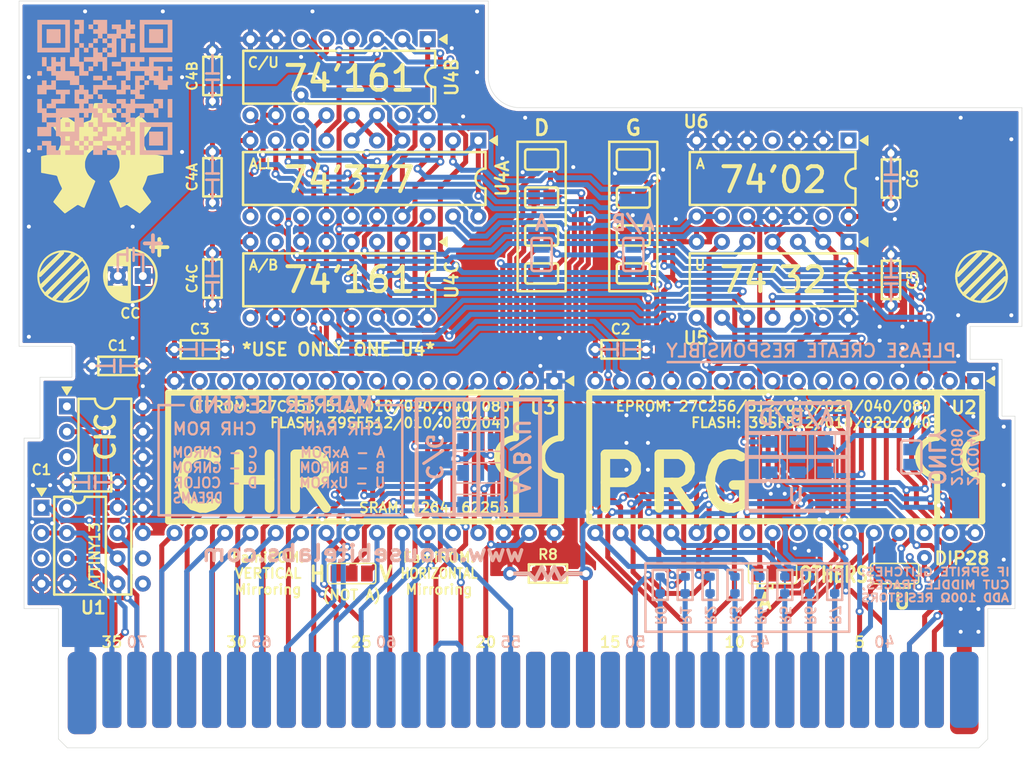
<source format=kicad_pcb>
(kicad_pcb (version 20240108) (generator "pcbnew") (generator_version "8.0")
  (layers (0 "F.Cu" signal) (31 "B.Cu" signal) (34 "B.Paste" user) (35 "F.Paste" user) (36 "B.SilkS" user "B.Silkscreen") (37 "F.SilkS" user "F.Silkscreen") (38 "B.Mask" user) (39 "F.Mask" user) (44 "Edge.Cuts" user))
  (net 0 "")
  (net 1 "/Q_{0U}")
  (net 2 "/AA13")
  (net 3 "/AA14")
  (net 4 "/AA15")
  (net 5 "/AA16")
  (net 8 "Net-(P1-D6)")
  (net 9 "Net-(P1-D5)")
  (net 10 "Net-(P1-D4)")
  (net 11 "Net-(P1-D3)")
  (net 12 "Net-(P1-D2)")
  (net 13 "Net-(P1-D1)")
  (net 14 "GND")
  (net 15 "+5V")
  (net 16 "/D_{4}")
  (net 17 "Net-(JP2-B)")
  (net 18 "/D_{2}")
  (net 19 "/D_{3}")
  (net 20 "/D_{5}")
  (net 21 "/RA_{15}")
  (net 22 "/Q_{2}")
  (net 23 "/RA_{16}")
  (net 24 "/Q_{3}")
  (net 25 "/VRAM_{A10}")
  (net 26 "/PA_{10}")
  (net 27 "/PA_{11}")
  (net 28 "/Q_{0}")
  (net 29 "/Q_{1}")
  (net 30 "/~{PWR}")
  (net 31 "/Q_{1U}")
  (net 32 "/Q_{3U}")
  (net 33 "/RA_{17}")
  (net 34 "/Q_{2U}")
  (net 35 "/A_{14}")
  (net 36 "/RA_{14}")
  (net 37 "/~{OE}_{PRG}")
  (net 38 "/EXP_{0}")
  (net 39 "Net-(P1-D0)")
  (net 40 "/D_{0}")
  (net 41 "/D_{1}")
  (net 42 "/D_{6}")
  (net 43 "/D_{7}")
  (net 44 "Net-(P1-D7)")
  (net 48 "/CIC_{RST}")
  (net 49 "/CIC_{CLK}")
  (net 50 "/CIC_{toMB}")
  (net 51 "/CIC_{toPak}")
  (net 54 "/EXP_{5}")
  (net 55 "/A_{1}")
  (net 56 "/~{ROMSEL}")
  (net 57 "/A_{2}")
  (net 58 "/A_{11}")
  (net 59 "/A_{0}")
  (net 60 "/A_{5}")
  (net 61 "/A_{3}")
  (net 62 "/A_{7}")
  (net 63 "/A_{4}")
  (net 64 "/A_{12}")
  (net 65 "/A_{9}")
  (net 66 "/A_{6}")
  (net 67 "/A_{10}")
  (net 68 "/A_{8}")
  (net 69 "/A_{13}")
  (net 70 "/PA_{9}")
  (net 71 "/PA_{6}")
  (net 72 "/PA_{12}")
  (net 73 "/PD_{2}")
  (net 74 "/PA_{3}")
  (net 75 "/PA_{8}")
  (net 76 "/PD_{3}")
  (net 77 "/~{PRD}")
  (net 78 "/PD_{4}")
  (net 79 "/PA_{13}")
  (net 80 "/PA_{1}")
  (net 81 "/PD_{1}")
  (net 82 "/PD_{0}")
  (net 83 "/PD_{7}")
  (net 84 "/PA_{2}")
  (net 85 "/PD_{6}")
  (net 86 "/PA_{0}")
  (net 87 "/PA_{5}")
  (net 88 "/PD_{5}")
  (net 89 "/PA_{4}")
  (net 90 "/PA_{7}")
  (net 91 "/R{slash}~{W}")
  (net 95 "/Q_{7}")
  (net 96 "/RA_{18}")
  (net 97 "/Q_{6}")
  (net 98 "/Q_{5}")
  (net 99 "/Q_{4}")
  (net 104 "Net-(P1-VRAM_~{CS})")
  (footprint "Bucketmouse:THT_SMT_0803_SHORT" (layer "F.Cu") (at 184.2698 106.69 90)
    (property "Reference" "C5")
    (property "Value" "0.1u")
  )
  (footprint "LOGO" (layer "F.Cu") (at 105.156 90.678)
    (property "Reference" "G***" (hide yes))
    (property "Value" "LOGO" (hide yes))
  )
  (footprint "Bucketmouse:Cart_Edge_NES_72" (layer "F.Cu") (at 147.3708 149.821)
    (property "Reference" "P1" (hide yes))
    (property "Value" "NES_Cartridge")
    (fp_line (start -46.609 -13.97) (end -48.26 -13.97) (stroke (width 0.0508)) (layer "Edge.Cuts"))
    (fp_line (start -46.609 -13.97) (end -46.609 -0.889) (stroke (width 0.0508)) (layer "Edge.Cuts"))
    (fp_line (start -45.72 0) (end -46.609 -0.889) (stroke (width 0.0508)) (layer "Edge.Cuts"))
    (fp_line (start -45.72 0) (end 45.72 0) (stroke (width 0.0508)) (layer "Edge.Cuts"))
    (fp_line (start 46.609 -13.97) (end 48.26 -13.97) (stroke (width 0.0508)) (layer "Edge.Cuts"))
    (fp_line (start 46.609 -0.889) (end 45.72 0) (stroke (width 0.0508)) (layer "Edge.Cuts"))
    (fp_line (start 46.609 -0.889) (end 46.609 -13.97) (stroke (width 0.0508)) (layer "Edge.Cuts"))
  )
  (footprint "Bucketmouse:CP_Radial_D5.0mm_P2.50mm" (layer "F.Cu") (at 109.22 102.489 180)
    (property "Reference" "CC")
    (property "Value" "22u")
  )
  (footprint "Bucketmouse:THT_SMT_0803_SHORT" (layer "F.Cu") (at 110.49 111.506 180)
    (property "Reference" "C1")
    (property "Value" "0.1u")
  )
  (footprint "Bucketmouse:SJ" (layer "F.Cu") (at 158.4198 102.235)
    (property "Reference" "JP5" (hide yes))
    (property "Value" "Jumper_2_Open")
  )
  (footprint "Bucketmouse:DIP-14_W7.62mm" (layer "F.Cu") (at 180.0098 88.9 -90)
    (property "Reference" "U6")
    (property "Value" "74LS02")
  )
  (footprint "TestPoint:TestPoint_THTPad_D1.5mm_Drill0.7mm" (layer "F.Cu") (at 187.6298 130.7338)
    (property "Reference" "TP1" (hide yes))
    (property "Value" "TestPoint")
  )
  (footprint "Bucketmouse:SJ" (layer "F.Cu") (at 158.4198 90.805)
    (property "Reference" "JP6" (hide yes))
    (property "Value" "Jumper_2_Open")
  )
  (footprint "Bucketmouse:DIP-8_W7.62mm" (layer "F.Cu") (at 99.06 125.73)
    (property "Reference" "U1B1" (hide yes))
    (property "Value" "ATtiny13")
  )
  (footprint "Bucketmouse:SJ_2" (layer "F.Cu") (at 172.3898 132.334 180)
    (property "Reference" "JP2" (hide yes))
    (property "Value" "Jumper_3_Open")
  )
  (footprint "Bucketmouse:THT_SMT_0803_SHORT" (layer "F.Cu") (at 118.745 109.855 180)
    (property "Reference" "C3")
    (property "Value" "0.1u")
  )
  (footprint "Bucketmouse:SJ" (layer "F.Cu") (at 149.225 94.615)
    (property "Reference" "JP19" (hide yes))
    (property "Value" "Jumper_2_Open")
  )
  (footprint "Bucketmouse:SJ" (layer "F.Cu") (at 158.4198 94.615)
    (property "Reference" "JP7" (hide yes))
    (property "Value" "Jumper_2_Open")
  )
  (footprint "Bucketmouse:DIP-14_W7.62mm" (layer "F.Cu") (at 180.0098 99.06 -90)
    (property "Reference" "U5")
    (property "Value" "74LS32")
  )
  (footprint "Bucketmouse:THT_SMT_0803_SHORT" (layer "F.Cu") (at 160.9598 109.855 180)
    (property "Reference" "C2")
    (property "Value" "0.1u")
  )
  (footprint "Bucketmouse:THT_SMT_0803_SHORT" (layer "F.Cu") (at 116.205 106.553 90)
    (property "Reference" "C4C")
    (property "Value" "0.1u")
  )
  (footprint "Bucketmouse:THT_SMT_0803_SHORT" (layer "F.Cu") (at 184.2698 96.53 90)
    (property "Reference" "C6")
    (property "Value" "0.1u")
  )
  (footprint "Bucketmouse:DIP-16_W7.62mm" (layer "F.Cu") (at 137.795 99.06 -90)
    (property "Reference" "U4C")
    (property "Value" "74LS161")
  )
  (footprint "Bucketmouse:THT_SMT_0803" (layer "F.Cu") (at 146.05 132.334)
    (property "Reference" "R8")
    (property "Value" "100k")
  )
  (footprint "Bucketmouse:SJ" (layer "F.Cu") (at 158.4198 98.425)
    (property "Reference" "JP8" (hide yes))
    (property "Value" "Jumper_2_Open")
  )
  (footprint "Bucketmouse:SJ_2" (layer "F.Cu") (at 130.175 132.334)
    (property "Reference" "JP3" (hide yes))
    (property "Value" "Jumper_3_Open")
  )
  (footprint "Bucketmouse:DIP-20_W7.62mm" (layer "F.Cu") (at 142.875 88.9 -90)
    (property "Reference" "U4A")
    (property "Value" "74LS377")
  )
  (footprint "TestPoint:TestPoint_THTPad_D1.5mm_Drill0.7mm" (layer "F.Cu") (at 125.095 84.328)
    (property "Reference" "TP2" (hide yes))
    (property "Value" "TestPoint")
  )
  (footprint "Bucketmouse:SJ" (layer "F.Cu") (at 149.225 102.235)
    (property "Reference" "JP20" (hide yes))
    (property "Value" "Jumper_2_Open")
  )
  (footprint "Bucketmouse:DIP-16_W7.62mm" (layer "F.Cu") (at 101.60365 115.57)
    (property "Reference" "U1A1" (hide yes))
    (property "Value" "CIC")
  )
  (footprint "Bucketmouse:DIP-16_W7.62mm" (layer "F.Cu") (at 137.795 78.74 -90)
    (property "Reference" "U4B")
    (property "Value" "74LS161")
  )
  (footprint "Bucketmouse:DIP-32_W15.24mm" (layer "F.Cu") (at 192.7098 113.03 -90)
    (property "Reference" "U2" (hide yes))
    (property "Value" "39SF040")
  )
  (footprint "Bucketmouse:DIP-32_W15.24mm" (layer "F.Cu") (at 150.495 113.025 -90)
    (property "Reference" "U3" (hide yes))
    (property "Value" "39SF040/6264")
  )
  (footprint "Bucketmouse:SJ_2" (layer "F.Cu") (at 184.6326 132.334 180)
    (property "Reference" "JP1" (hide yes))
    (property "Value" "Jumper_3_Open")
  )
  (footprint "Bucketmouse:THT_SMT_0803_SHORT" (layer "F.Cu") (at 116.205 86.233 90)
    (property "Reference" "C4B")
    (property "Value" "0.1u")
  )
  (footprint "Bucketmouse:SJ" (layer "F.Cu") (at 149.225 90.805)
    (property "Reference" "JP18" (hide yes))
    (property "Value" "Jumper_2_Open")
  )
  (footprint "Bucketmouse:THT_SMT_0803_SHORT" (layer "F.Cu") (at 107.95 123.179856 180)
    (property "Reference" "C1")
    (property "Value" "0.1u")
  )
  (footprint "Bucketmouse:SJ" (layer "F.Cu") (at 149.225 98.425)
    (property "Reference" "JP17" (hide yes))
    (property "Value" "Jumper_2_Open")
  )
  (footprint "Bucketmouse:THT_SMT_0803_SHORT" (layer "F.Cu") (at 116.205 96.393 90)
    (property "Reference" "C4A")
    (property "Value" "0.1u")
  )
  (footprint "Bucketmouse:R_0603_1608Metric_Boxed_SHORTED" (layer "B.Cu") (at 176.12 133.477 90)
    (property "Reference" "R6")
    (property "Value" "R_Small")
  )
  (footprint "Bucketmouse:SJ" (layer "B.Cu") (at 186.309 120.65 90)
    (property "Reference" "JP21" (hide yes))
    (property "Value" "Jumper_2_Open")
  )
  (footprint "LOGO" (layer "B.Cu") (at 191.008 96.52 180)
    (property "Reference" "G***" (hide yes))
    (property "Value" "LOGO" (hide yes))
  )
  (footprint "Bucketmouse:SJ_2" (layer "B.Cu") (at 142.875 122.2375)
    (property "Reference" "JP14" (hide yes))
    (property "Value" "Jumper_3_Open")
  )
  (footprint "Bucketmouse:SJ_2" (layer "B.Cu") (at 142.875 119.0625)
    (property "Reference" "JP13" (hide yes))
    (property "Value" "Jumper_3_Open")
  )
  (footprint "LOGO" (layer "B.Cu") (at 105.41 83.566 180)
    (property "Reference" "G***" (hide yes))
    (property "Value" "LOGO" (hide yes))
  )
  (footprint "Bucketmouse:SJ_2" (layer "B.Cu") (at 142.875 115.8875)
    (property "Reference" "JP16" (hide yes))
    (property "Value" "Jumper_3_Open")
  )
  (footprint "Bucketmouse:SJ_2" (layer "B.Cu") (at 174.879 120.65 -90)
    (property "Reference" "JP9" (hide yes))
    (property "Value" "Jumper_3_Open")
  )
  (footprint "Bucketmouse:R_0603_1608Metric_Boxed_SHORTED" (layer "B.Cu") (at 171.12 133.477 90)
    (property "Reference" "R4")
    (property "Value" "R_Small")
  )
  (footprint "Bucketmouse:SJ" (layer "B.Cu") (at 158.4198 100.33 90)
    (property "Reference" "JP12" (hide yes))
    (property "Value" "Jumper_2_Open")
  )
  (footprint "Bucketmouse:R_0603_1608Metric_Boxed_SHORTED" (layer "B.Cu") (at 168.62 133.477 90)
    (property "Reference" "R3")
    (property "Value" "R_Small")
  )
  (footprint "Bucketmouse:R_0603_1608Metric_Boxed_SHORTED" (layer "B.Cu") (at 173.62 133.477 90)
    (property "Reference" "R5")
    (property "Value" "R_Small")
  )
  (footprint "Bucketmouse:SJ" (layer "B.Cu") (at 149.225 100.33 90)
    (property "Reference" "JP4" (hide yes))
    (property "Value" "Jumper_2_Open")
  )
  (footprint "Bucketmouse:R_0603_1608Metric_Boxed_SHORTED" (layer "B.Cu") (at 161.12 133.477 90)
    (property "Reference" "R0")
    (property "Value" "R_Small")
  )
  (footprint "Bucketmouse:SJ_2" (layer "B.Cu") (at 142.875 125.4125)
    (property "Reference" "JP15" (hide yes))
    (property "Value" "Jumper_3_Open")
  )
  (footprint "Bucketmouse:R_0603_1608Metric_Boxed_SHORTED" (layer "B.Cu") (at 163.62 133.477 90)
    (property "Reference" "R1")
    (property "Value" "R_Small")
  )
  (footprint "Bucketmouse:SJ_2" (layer "B.Cu") (at 172.085 120.65 -90)
    (property "Reference" "JP11" (hide yes))
    (property "Value" "Jumper_3_Open")
  )
  (footprint "Bucketmouse:R_0603_1608Metric_Boxed_SHORTED" (layer "B.Cu") (at 178.62 133.477 90)
    (property "Reference" "R7")
    (property "Value" "R_Small")
  )
  (footprint "Bucketmouse:R_0603_1608Metric_Boxed_SHORTED" (layer "B.Cu") (at 166.12 133.477 90)
    (property "Reference" "R2")
    (property "Value" "R_Small")
  )
  (footprint "Bucketmouse:SJ_2" (layer "B.Cu") (at 177.673 120.65 -90)
    (property "Reference" "JP10" (hide yes))
    (property "Value" "Jumper_3_Open")
  )
  (gr_line (start 151.765 132.334) (end 151.13 132.969) (stroke (width 0.4064)) (layer "B.SilkS"))
  (gr_line (start 106.99115 111.506) (end 106.99115 112.141) (stroke (width 0.254)) (layer "B.SilkS"))
  (gr_line (start 179.959 118.237) (end 169.799 118.237) (stroke (width 0.4064)) (layer "B.SilkS"))
  (gr_line (start 169.80535 115.242356) (end 169.80535 118.099856) (stroke (width 0.4064)) (layer "B.SilkS"))
  (gr_line (start 184.277 102.616) (end 184.912 102.616) (stroke (width 0.254)) (layer "B.SilkS"))
  (gr_line (start 140.462 114.8715) (end 140.462 126.4285) (stroke (width 0.4064)) (layer "B.SilkS"))
  (gr_line (start 159.639 131.318) (end 159.639 138.176) (stroke (width 0.254)) (layer "B.SilkS"))
  (gr_line (start 116.205 92.837) (end 115.57 92.837) (stroke (width 0.254)) (layer "B.SilkS"))
  (gr_line (start 101.59365 123.179856) (end 103.81615 123.179856) (stroke (width 0.254)) (layer "B.SilkS"))
  (gr_line (start 179.959 123.063) (end 169.799 123.063) (stroke (width 0.4064)) (layer "B.SilkS"))
  (gr_line (start 103.81615 123.179856) (end 103.81615 122.544856) (stroke (width 0.254)) (layer "B.SilkS"))
  (gr_line (start 184.277 95.1865) (end 184.277 92.964) (stroke (width 0.254)) (layer "B.SilkS"))
  (gr_line (start 184.277 92.964) (end 183.642 92.964) (stroke (width 0.254)) (layer "B.SilkS"))
  (gr_line (start 136.68375 114.8715) (end 136.68375 126.4285) (stroke (width 0.4064)) (layer "B.SilkS"))
  (gr_line (start 104.45115 123.179856) (end 104.45115 122.544856) (stroke (width 0.254)) (layer "B.SilkS"))
  (gr_line (start 149.06625 126.4285) (end 149.06625 114.8715) (stroke (width 0.4064)) (layer "B.SilkS"))
  (gr_line (start 116.205 82.169) (end 115.57 82.169) (stroke (width 0.254)) (layer "B.SilkS"))
  (gr_line (start 106.35615 111.506) (end 106.35615 112.141) (stroke (width 0.254)) (layer "B.SilkS"))
  (gr_line (start 159.69615 109.844856) (end 157.47365 109.844856) (stroke (width 0.254)) (layer "B.SilkS"))
  (gr_line (start 116.205 102.489) (end 115.57 102.489) (stroke (width 0.254)) (layer "B.SilkS"))
  (gr_line (start 184.277 100.3935) (end 184.277 102.616) (stroke (width 0.254)) (layer "B.SilkS"))
  (gr_line (start 108.29925 100.33) (end 108.29925 99.695) (stroke (width 0.254)) (layer "B.SilkS"))
  (gr_line (start 179.96535 118.099856) (end 179.96535 120.639856) (stroke (width 0.4064)) (layer "B.SilkS"))
  (gr_line (start 116.205 92.837) (end 116.84 92.837) (stroke (width 0.254)) (layer "B.SilkS"))
  (gr_line (start 179.96535 120.639856) (end 179.96535 123.179856) (stroke (width 0.4064)) (layer "B.SilkS"))
  (gr_line (start 107.66425 100.33) (end 107.66425 100.965) (stroke (width 0.254)) (layer "B.SilkS"))
  (gr_line (start 169.80535 120.639856) (end 169.80535 123.179856) (stroke (width 0.4064)) (layer "B.SilkS"))
  (gr_line (start 106.99115 111.506) (end 106.99115 110.871) (stroke (width 0.254)) (layer "B.SilkS"))
  (gr_line (start 157.47365 109.844856) (end 157.47365 109.209856) (stroke (width 0.254)) (layer "B.SilkS"))
  (gr_line (start 116.205 100.2665) (end 116.205 102.489) (stroke (width 0.254)) (layer "B.SilkS"))
  (gr_line (start 135.24865 126.492) (end 135.24865 115.443) (stroke (width 0.254)) (layer "B.SilkS"))
  (gr_line (start 107.66425 100.33) (end 107.66425 99.695) (stroke (width 0.254)) (layer "B.SilkS"))
  (gr_line (start 116.205 82.804) (end 115.57 82.804) (stroke (width 0.254)) (layer "B.SilkS"))
  (gr_line (start 180.086 131.318) (end 180.086 138.176) (stroke (width 0.254)) (layer "B.SilkS"))
  (gr_line (start 112.38865 109.844856) (end 114.61115 109.844856) (stroke (width 0.254)) (layer "B.SilkS"))
  (gr_line (start 116.205 82.169) (end 116.84 82.169) (stroke (width 0.254)) (layer "B.SilkS"))
  (gr_line (start 149.06625 114.8715) (end 145.89125 114.8715) (stroke (width 0.4064)) (layer "B.SilkS"))
  (gr_line (start 145.89125 126.4285) (end 149.06625 126.4285) (stroke (width 0.4064)) (layer "B.SilkS"))
  (gr_line (start 142.875 114.8715) (end 139.85875 114.8715) (stroke (width 0.4064)) (layer "B.SilkS"))
  (gr_line (start 184.277 103.251) (end 184.912 103.251) (stroke (width 0.254)) (layer "B.SilkS"))
  (gr_line (start 122.86615 126.492) (end 135.24865 126.492) (stroke (width 0.254)) (layer "B.SilkS"))
  (gr_line (start 109.25175 100.33) (end 109.25175 102.5525) (stroke (width 0.254)) (layer "B.SilkS"))
  (gr_line (start 115.24615 109.844856) (end 115.24615 109.209856) (stroke (width 0.254)) (layer "B.SilkS"))
  (gr_line (start 116.205 102.489) (end 116.84 102.489) (stroke (width 0.254)) (layer "B.SilkS"))
  (gr_line (start 110.80115 126.492) (end 122.8725 126.492) (stroke (width 0.254)) (layer "B.SilkS"))
  (gr_line (start 157.47365 109.844856) (end 157.47365 110.479856) (stroke (width 0.254)) (layer "B.SilkS"))
  (gr_line (start 142.875 114.8715) (end 142.875 126.4285) (stroke (width 0.4064)) (layer "B.SilkS"))
  (gr_line (start 149.225 131.699) (end 148.59 132.969) (stroke (width 0.4064)) (layer "B.SilkS"))
  (gr_line (start 151.13 132.969) (end 150.495 131.699) (stroke (width 0.4064)) (layer "B.SilkS"))
  (gr_line (start 106.67365 123.179856) (end 104.45115 123.179856) (stroke (width 0.254)) (layer "B.SilkS"))
  (gr_line (start 156.83865 109.844856) (end 156.83865 110.479856) (stroke (width 0.254)) (layer "B.SilkS"))
  (gr_line (start 116.205 92.202) (end 115.57 92.202) (stroke (width 0.254)) (layer "B.SilkS"))
  (gr_line (start 122.86615 126.492) (end 122.86615 116.84) (stroke (width 0.254)) (layer "B.SilkS"))
  (gr_line (start 116.205 79.9465) (end 116.205 82.169) (stroke (width 0.254)) (layer "B.SilkS"))
  (gr_line (start 136.68375 126.4285) (end 139.85875 126.4285) (stroke (width 0.4064)) (layer "B.SilkS"))
  (gr_line (start 139.85875 114.8715) (end 136.68375 114.8715) (stroke (width 0.4064)) (layer "B.SilkS"))
  (gr_line (start 147.955 132.334) (end 146.05 132.334) (stroke (width 0.4064)) (layer "B.SilkS"))
  (gr_line (start 179.96535 120.639856) (end 169.80535 120.639856) (stroke (width 0.4064)) (layer "B.SilkS"))
  (gr_line (start 169.80535 118.099856) (end 169.80535 120.639856) (stroke (width 0.4064)) (layer "B.SilkS"))
  (gr_line (start 153.67 132.334) (end 151.765 132.334) (stroke (width 0.4064)) (layer "B.SilkS"))
  (gr_line (start 117.46865 109.844856) (end 115.24615 109.844856) (stroke (width 0.254)) (layer "B.SilkS"))
  (gr_line (start 116.205 105.3465) (end 116.205 103.124) (stroke (width 0.254)) (layer "B.SilkS"))
  (gr_line (start 179.96535 123.179856) (end 179.96535 126.037356) (stroke (width 0.4064)) (layer "B.SilkS"))
  (gr_line (start 184.277 103.251) (end 183.642 103.251) (stroke (width 0.254)) (layer "B.SilkS"))
  (gr_line (start 115.24615 109.844856) (end 115.24615 110.479856) (stroke (width 0.254)) (layer "B.SilkS"))
  (gr_line (start 184.277 92.964) (end 184.912 92.964) (stroke (width 0.254)) (layer "B.SilkS"))
  (gr_line (start 116.205 103.124) (end 116.84 103.124) (stroke (width 0.254)) (layer "B.SilkS"))
  (gr_line (start 156.83865 109.844856) (end 156.83865 109.209856) (stroke (width 0.254)) (layer "B.SilkS"))
  (gr_line (start 179.96535 115.242356) (end 179.96535 118.099856) (stroke (width 0.4064)) (layer "B.SilkS"))
  (gr_line (start 116.205 89.9795) (end 116.205 92.202) (stroke (width 0.254)) (layer "B.SilkS"))
  (gr_line (start 116.205 92.202) (end 116.84 92.202) (stroke (width 0.254)) (layer "B.SilkS"))
  (gr_line (start 135.24865 115.443) (end 132.715 115.443) (stroke (width 0.254)) (layer "B.SilkS"))
  (gr_line (start 142.875 126.4285) (end 145.89125 126.4285) (stroke (width 0.4064)) (layer "B.SilkS"))
  (gr_line (start 148.59 132.969) (end 147.955 132.334) (stroke (width 0.4064)) (layer "B.SilkS"))
  (gr_line (start 184.277 92.329) (end 184.912 92.329) (stroke (width 0.254)) (layer "B.SilkS"))
  (gr_line (start 109.25175 100.33) (end 108.29925 100.33) (stroke (width 0.254)) (layer "B.SilkS"))
  (gr_line (start 108.29925 100.33) (end 108.29925 100.965) (stroke (width 0.254)) (layer "B.SilkS"))
  (gr_line (start 179.96535 115.242356) (end 169.80535 115.242356) (stroke (width 0.4064)) (layer "B.SilkS"))
  (gr_line (start 109.21365 111.506) (end 106.99115 111.506) (stroke (width 0.254)) (layer "B.SilkS"))
  (gr_line (start 184.277 92.329) (end 183.642 92.329) (stroke (width 0.254)) (layer "B.SilkS"))
  (gr_line (start 179.96535 126.037356) (end 169.80535 126.037356) (stroke (width 0.4064)) (layer "B.SilkS"))
  (gr_line (start 103.81615 123.179856) (end 103.81615 123.814856) (stroke (width 0.254)) (layer "B.SilkS"))
  (gr_line (start 116.205 95.0595) (end 116.205 92.837) (stroke (width 0.254)) (layer "B.SilkS"))
  (gr_line (start 159.639 138.176) (end 180.086 138.176) (stroke (width 0.254)) (layer "B.SilkS"))
  (gr_line (start 145.89125 114.8715) (end 142.875 114.8715) (stroke (width 0.4064)) (layer "B.SilkS"))
  (gr_line (start 116.205 103.124) (end 115.57 103.124) (stroke (width 0.254)) (layer "B.SilkS"))
  (gr_line (start 104.13365 111.506) (end 106.35615 111.506) (stroke (width 0.254)) (layer "B.SilkS"))
  (gr_line (start 104.45115 123.179856) (end 104.45115 123.814856) (stroke (width 0.254)) (layer "B.SilkS"))
  (gr_line (start 139.85875 126.4285) (end 142.875 126.4285) (stroke (width 0.4064)) (layer "B.SilkS"))
  (gr_line (start 106.35615 111.506) (end 106.35615 110.871) (stroke (width 0.254)) (layer "B.SilkS"))
  (gr_line (start 106.71175 100.33) (end 106.71175 102.5525) (stroke (width 0.254)) (layer "B.SilkS"))
  (gr_line (start 184.277 105.4735) (end 184.277 103.251) (stroke (width 0.254)) (layer "B.SilkS"))
  (gr_line (start 145.288 114.8715) (end 145.288 126.4285) (stroke (width 0.4064)) (layer "B.SilkS"))
  (gr_line (start 114.61115 109.844856) (end 114.61115 109.209856) (stroke (width 0.254)) (layer "B.SilkS"))
  (gr_line (start 154.61615 109.844856) (end 156.83865 109.844856) (stroke (width 0.254)) (layer "B.SilkS"))
  (gr_line (start 150.495 131.699) (end 149.86 132.969) (stroke (width 0.4064)) (layer "B.SilkS"))
  (gr_line (start 106.71175 100.33) (end 107.66425 100.33) (stroke (width 0.254)) (layer "B.SilkS"))
  (gr_line (start 116.205 85.0265) (end 116.205 82.804) (stroke (width 0.254)) (layer "B.SilkS"))
  (gr_line (start 169.80535 123.179856) (end 169.80535 126.037356) (stroke (width 0.4064)) (layer "B.SilkS"))
  (gr_line (start 180.086 131.318) (end 159.639 131.318) (stroke (width 0.254)) (layer "B.SilkS"))
  (gr_line (start 149.86 132.969) (end 149.225 131.699) (stroke (width 0.4064)) (layer "B.SilkS"))
  (gr_line (start 184.277 102.616) (end 183.642 102.616) (stroke (width 0.254)) (layer "B.SilkS"))
  (gr_line (start 116.205 82.804) (end 116.84 82.804) (stroke (width 0.254)) (layer "B.SilkS"))
  (gr_line (start 190.6905 111.125) (end 161.8615 111.125) (stroke (width 0.25)) (layer "B.SilkS"))
  (gr_line (start 110.80115 115.443) (end 110.80115 126.492) (stroke (width 0.254)) (layer "B.SilkS"))
  (gr_line (start 114.61115 109.844856) (end 114.61115 110.479856) (stroke (width 0.254)) (layer "B.SilkS"))
  (gr_line (start 184.277 90.1065) (end 184.277 92.329) (stroke (width 0.254)) (layer "B.SilkS"))
  (gr_line (start 113.33115 115.443) (end 110.80115 115.443) (stroke (width 0.254)) (layer "B.SilkS"))
  (gr_circle (center 193.35115 102.542356) (end 195.89115 102.542356) (stroke (width 0.2032)) (fill none) (layer "F.SilkS"))
  (gr_arc (start 193.421 122.5464) (mid 192.07402 121.98838) (end 191.516 120.6414) (stroke (width 0.6096)) (layer "F.SilkS"))
  (gr_line (start 151.1808 114.185) (end 111.76 114.185) (stroke (width 0.6096)) (layer "F.SilkS"))
  (gr_arc (start 151.1808 122.5584) (mid 149.83382 122.00038) (end 149.2758 120.6534) (stroke (width 0.6096)) (layer "F.SilkS"))
  (gr_arc (start 191.516 120.6414) (mid 192.073959 119.294359) (end 193.421 118.7364) (stroke (width 0.6096)) (layer "F.SilkS"))
  (gr_line (start 99.05365 103.494856) (end 102.22865 100.319856) (stroke (width 0.4064)) (layer "F.SilkS"))
  (gr_rect (start 156.0068 89.027) (end 160.8328 104.013) (stroke (width 0.25)) (fill none) (layer "F.SilkS"))
  (gr_line (start 111.76 114.185) (end 111.76 127.105) (stroke (width 0.6096)) (layer "F.SilkS"))
  (gr_line (start 101.4349 104.923606) (end 103.6574 102.701106) (stroke (width 0.4064)) (layer "F.SilkS"))
  (gr_rect (start 146.812 89.027) (end 151.638 104.013) (stroke (width 0.25)) (fill none) (layer "F.SilkS"))
  (gr_line (start 103.403907 124.6378) (end 105.5116 124.6378) (stroke (width 0.25)) (layer "F.SilkS"))
  (gr_line (start 146.6596 114.1984) (end 146.6596 118.745) (stroke (width 0.6096)) (layer "F.SilkS"))
  (gr_arc (start 149.2758 120.6534) (mid 149.833759 119.306359) (end 151.1808 118.7484) (stroke (width 0.6096)) (layer "F.SilkS"))
  (gr_arc (start 106.4184 114.808) (mid 105.4184 115.808) (end 104.4184 114.808) (stroke (width 0.25)) (layer "F.SilkS"))
  (gr_line (start 154.0002 114.173) (end 154.0002 127.093) (stroke (width 0.6096)) (layer "F.SilkS"))
  (gr_line (start 188.8998 127.0896) (end 188.8998 122.543) (stroke (width 0.6096)) (layer "F.SilkS"))
  (gr_line (start 100.33 124.6378) (end 100.33 134.4422) (stroke (width 0.25)) (layer "F.SilkS"))
  (gr_arc (start 188.8998 122.543) (mid 187.55282 121.98498) (end 186.9948 120.638) (stroke (width 0.6096)) (layer "F.SilkS"))
  (gr_line (start 193.421 114.173) (end 154.0002 114.173) (stroke (width 0.6096)) (layer "F.SilkS"))
  (gr_line (start 104.4184 114.808) (end 102.7684 114.808) (stroke (width 0.25)) (layer "F.SilkS"))
  (gr_line (start 100.33 134.4422) (end 108.0684 134.4422) (stroke (width 0.25)) (layer "F.SilkS"))
  (gr_line (start 193.421 114.173) (end 193.421 118.7364) (stroke (width 0.6096)) (layer "F.SilkS"))
  (gr_line (start 193.5099 104.923606) (end 195.7324 102.701106) (stroke (width 0.4064)) (layer "F.SilkS"))
  (gr_line (start 170.8658 133.3754) (end 170.8658 133.8072) (stroke (width 0.2)) (layer "F.SilkS"))
  (gr_line (start 100.32365 104.764856) (end 103.49865 101.589856) (stroke (width 0.4064)) (layer "F.SilkS"))
  (gr_arc (start 186.9948 120.638) (mid 187.552759 119.290959) (end 188.8998 118.733) (stroke (width 0.6096)) (layer "F.SilkS"))
  (gr_line (start 102.7684 114.808) (end 102.7684 122.2502) (stroke (width 0.25)) (layer "F.SilkS"))
  (gr_line (start 108.0684 114.808) (end 106.4184 114.808) (stroke (width 0.25)) (layer "F.SilkS"))
  (gr_line (start 170.8658 133.8072) (end 172.3898 133.8072) (stroke (width 0.2)) (layer "F.SilkS"))
  (gr_line (start 98.8949 102.383606) (end 101.1174 100.161106) (stroke (width 0.4064)) (layer "F.SilkS"))
  (gr_line (start 151.1808 114.2018) (end 151.1808 118.7484) (stroke (width 0.6096)) (layer "F.SilkS"))
  (gr_line (start 108.0684 134.4422) (end 108.0684 114.808) (stroke (width 0.25)) (layer "F.SilkS"))
  (gr_line (start 193.421 122.5464) (end 193.421 127.093) (stroke (width 0.6096)) (layer "F.SilkS"))
  (gr_line (start 195.0974 100.796106) (end 191.6049 104.288606) (stroke (width 0.4064)) (layer "F.SilkS"))
  (gr_line (start 184.6326 133.3754) (end 184.6326 133.7818) (stroke (width 0.2)) (layer "F.SilkS"))
  (gr_line (start 188.8998 114.1864) (end 188.8998 118.733) (stroke (width 0.6096)) (layer "F.SilkS"))
  (gr_arc (start 146.6596 122.555) (mid 145.312629 121.99699) (end 144.7546 120.65) (stroke (width 0.6096)) (layer "F.SilkS"))
  (gr_line (start 192.39865 104.764856) (end 195.57365 101.589856) (stroke (width 0.4064)) (layer "F.SilkS"))
  (gr_line (start 103.0224 100.796106) (end 99.5299 104.288606) (stroke (width 0.4064)) (layer "F.SilkS"))
  (gr_line (start 105.5116 124.6378) (end 105.5116 134.4422) (stroke (width 0.25)) (layer "F.SilkS"))
  (gr_line (start 172.3898 133.8072) (end 172.3898 133.3754) (stroke (width 0.2)) (layer "F.SilkS"))
  (gr_line (start 151.1808 122.5584) (end 151.1808 127.105) (stroke (width 0.6096)) (layer "F.SilkS"))
  (gr_line (start 191.12865 103.494856) (end 194.30365 100.319856) (stroke (width 0.4064)) (layer "F.SilkS"))
  (gr_circle (center 193.35115 102.542356) (end 195.89115 102.542356) (stroke (width 0.2032)) (fill none) (layer "F.SilkS"))
  (gr_arc (start 103.403907 124.6378) (mid 102.7684 125.273307) (end 102.132893 124.6378) (stroke (width 0.25)) (layer "F.SilkS"))
  (gr_circle (center 101.27615 102.542356) (end 103.81615 102.542356) (stroke (width 0.2032)) (fill none) (layer "F.SilkS"))
  (gr_line (start 151.1808 114.185) (end 151.1808 118.7484) (stroke (width 0.6096)) (layer "F.SilkS"))
  (gr_line (start 193.421 127.093) (end 154.0002 127.093) (stroke (width 0.6096)) (layer "F.SilkS"))
  (gr_arc (start 144.7546 120.65) (mid 145.312564 119.302954) (end 146.6596 118.745) (stroke (width 0.6096)) (layer "F.SilkS"))
  (gr_line (start 151.1808 127.105) (end 111.76 127.105) (stroke (width 0.6096)) (layer "F.SilkS"))
  (gr_line (start 151.1808 127.105) (end 151.1808 122.5584) (stroke (width 0.6096)) (layer "F.SilkS"))
  (gr_line (start 186.1566 133.7818) (end 186.1566 133.3754) (stroke (width 0.2)) (layer "F.SilkS"))
  (gr_line (start 184.6326 133.7818) (end 186.1566 133.7818) (stroke (width 0.2)) (layer "F.SilkS"))
  (gr_line (start 146.6596 127.1016) (end 146.6596 122.555) (stroke (width 0.6096)) (layer "F.SilkS"))
  (gr_line (start 190.9699 102.383606) (end 193.1924 100.161106) (stroke (width 0.4064)) (layer "F.SilkS"))
  (gr_line (start 100.33 124.6378) (end 102.132893 124.6378) (stroke (width 0.25)) (layer "F.SilkS"))
  (gr_line (start 98.9076 112.649) (end 102.1074 112.648972) (stroke (width 0.05)) (layer "Edge.Cuts"))
  (gr_line (start 147.0488 85.605) (end 197.4074 85.605) (stroke (width 0.05)) (layer "Edge.Cuts"))
  (gr_line (start 97.3074 118.748972) (end 98.9074 118.748972) (stroke (width 0.05)) (layer "Edge.Cuts"))
  (gr_line (start 99.1108 135.851) (end 97.3074 135.848972) (stroke (width 0.05)) (layer "Edge.Cuts"))
  (gr_line (start 197.4074 107.548972) (end 197.4074 85.605) (stroke (width 0.05)) (layer "Edge.Cuts"))
  (gr_line (start 196.7074 116.548972) (end 195.4074 116.548972) (stroke (width 0.05)) (layer "Edge.Cuts"))
  (gr_line (start 143.8738 74.904596) (end 96.8074 74.904596) (stroke (width 0.05)) (layer "Edge.Cuts"))
  (gr_line (start 192.2074 107.548972) (end 197.4074 107.548972) (stroke (width 0.05)) (layer "Edge.Cuts"))
  (gr_line (start 196.7074 135.851) (end 196.7074 116.548972) (stroke (width 0.05)) (layer "Edge.Cuts"))
  (gr_line (start 102.1074 109.548972) (end 96.8074 109.548972) (stroke (width 0.05)) (layer "Edge.Cuts"))
  (gr_line (start 96.8074 109.548972) (end 96.8074 74.904596) (stroke (width 0.05)) (layer "Edge.Cuts"))
  (gr_line (start 97.3074 135.848972) (end 97.3074 118.748972) (stroke (width 0.05)) (layer "Edge.Cuts"))
  (gr_line (start 192.2074 110.848972) (end 192.2074 107.548972) (stroke (width 0.05)) (layer "Edge.Cuts"))
  (gr_line (start 143.8738 82.43) (end 143.8738 74.904596) (stroke (width 0.05)) (layer "Edge.Cuts"))
  (gr_line (start 195.4074 116.548972) (end 195.4074 110.848972) (stroke (width 0.05)) (layer "Edge.Cuts"))
  (gr_arc (start 147.0488 85.605) (mid 144.803736 84.675064) (end 143.8738 82.43) (stroke (width 0.05)) (layer "Edge.Cuts"))
  (gr_line (start 195.4074 110.848972) (end 192.2074 110.848972) (stroke (width 0.05)) (layer "Edge.Cuts"))
  (gr_line (start 102.1074 109.548972) (end 102.1074 112.648972) (stroke (width 0.05)) (layer "Edge.Cuts"))
  (gr_line (start 98.9074 118.748972) (end 98.9076 112.649) (stroke (width 0.05)) (layer "Edge.Cuts"))
  (gr_line (start 195.6308 135.851) (end 196.7074 135.851) (stroke (width 0.05)) (layer "Edge.Cuts"))
  (gr_text "ADD 100Ω RESISTORS" (at 196.215 134.7724 0) (layer "B.SilkS") (effects (font (size 0.8 0.9) (thickness 0.2) (bold yes)) (justify left mirror)))
  (gr_text "40" (at 183.6166 139.2174 0) (layer "B.SilkS") (effects (font (size 1.0795 1.0795) (thickness 0.1905)) (justify mirror)))
  (gr_text "C - CNROM" (at 116.459 120.1928 0) (layer "B.SilkS") (effects (font (size 1 0.95) (thickness 0.2) (bold yes)) (justify mirror)))
  (gr_text "DREAMS" (at 114.7318 124.7648 0) (layer "B.SilkS") (effects (font (size 1 0.85) (thickness 0.2) (bold yes)) (justify mirror)))
  (gr_text "C/G" (at 138.43 120.65 270) (layer "B.SilkS") (effects (font (size 1.5 1.5) (thickness 0.3) (bold yes)) (justify mirror)))
  (gr_text "60" (at 133.6294 139.2174 0) (layer "B.SilkS") (effects (font (size 1.0795 1.0795) (thickness 0.1905)) (justify mirror)))
  (gr_text "65" (at 121.1199 139.213606 0) (layer "B.SilkS") (effects (font (size 1.0795 1.0795) (thickness 0.1905)) (justify mirror)))
  (gr_text "A" (at 149.225 97.155 0) (layer "B.SilkS") (effects (font (size 1.5 1.5) (thickness 0.3) (bold yes)) (justify mirror)))
  (gr_text "IF SPRITE GLITCHES:" (at 196.3166 132.1816 0) (layer "B.SilkS") (effects (font (size 0.8 0.97) (thickness 0.2) (bold yes)) (justify left mirror)))
  (gr_text "70" (at 108.6358 139.213606 0) (layer "B.SilkS") (effects (font (size 1.0795 1.0795) (thickness 0.1905)) (justify mirror)))
  (gr_text "MAPPER LEGEND" (at 123.063 115.443 0) (layer "B.SilkS") (effects (font (size 1.5 1.5) (thickness 0.3) (bold yes)) (justify mirror)))
  (gr_text "U - UxROM" (at 129.2352 123.2408 0) (layer "B.SilkS") (effects (font (size 1 0.97) (thickness 0.2) (bold yes)) (justify mirror)))
  (gr_text "A/B/U" (at 147.193 120.65 270) (layer "B.SilkS") (effects (font (size 1.5 1.5) (thickness 0.3) (bold yes)) (justify mirror)))
  (gr_text "A/B" (at 158.369 97.155 0) (layer "B.SilkS") (effects (font (size 1.5 1.5) (thickness 0.3) (bold yes)) (justify mirror)))
  (gr_text "D - COLOR" (at 116.5098 123.2408 0) (layer "B.SilkS") (effects (font (size 1 0.97) (thickness 0.2) (bold yes)) (justify mirror)))
  (gr_text "www.mousebitelabs.com" (at 131.318 130.302 0) (layer "B.SilkS") (effects (font (size 1.6 1.8) (thickness 0.35) (bold yes)) (justify mirror)))
  (gr_text "+" (at 110.236 99.06 0) (layer "B.SilkS") (effects (font (size 2.159 2.159) (thickness 0.381))))
  (gr_text "A - AxROM" (at 129.2606 120.1928 0) (layer "B.SilkS") (effects (font (size 1 1) (thickness 0.2) (bold yes)) (justify mirror)))
  (gr_text "45" (at 171.1198 139.2174 0) (layer "B.SilkS") (effects (font (size 1.0795 1.0795) (thickness 0.1905)) (justify mirror)))
  (gr_text "CUT MIDDLE TRACES," (at 196.2912 133.477 0) (layer "B.SilkS") (effects (font (size 0.8 0.95) (thickness 0.2) (bold yes)) (justify left mirror)))
  (gr_text "55" (at 146.1262 139.2174 0) (layer "B.SilkS") (effects (font (size 1.0795 1.0795) (thickness 0.1905)) (justify mirror)))
  (gr_text "ONLY" (at 188.849 120.65 -90) (layer "B.SilkS") (effects (font (size 1.5 1.5) (thickness 0.3) (bold yes)) (justify mirror)))
  (gr_text "PLEASE CREATE RESPONSIBLY" (at 176.276 109.982 0) (layer "B.SilkS") (effects (font (size 1.2954 1.2954) (thickness 0.2286)) (justify mirror)))
  (gr_text "CHR RAM     CHR ROM" (at 122.809 117.8306 0) (layer "B.SilkS") (effects (font (size 1.2 1.2) (thickness 0.225) (bold yes)) (justify mirror)))
  (gr_text "A/B/D" (at 174.7266 116.671106 0) (layer "B.SilkS") (effects (font (size 1.5 1.5) (thickness 0.3) (bold yes)) (justify mirror)))
  (gr_text "G - GNROM" (at 116.4336 121.7168 0) (layer "B.SilkS") (effects (font (size 1 0.95) (thickness 0.2) (bold yes)) (justify mirror)))
  (gr_text "B - BNROM" (at 129.2352 121.7168 0) (layer "B.SilkS") (effects (font (size 1 0.95) (thickness 0.2) (bold yes)) (justify mirror)))
  (gr_text "U" (at 174.7266 124.608606 0) (layer "B.SilkS") (effects (font (size 1.5 1.5) (thickness 0.3) (bold yes)) (justify mirror)))
  (gr_text "50" (at 158.623 139.213606 0) (layer "B.SilkS") (effects (font (size 1.0795 1.0795) (thickness 0.1905)) (justify mirror)))
  (gr_text "27C040\n27C080" (at 191.643 120.65 270) (layer "B.SilkS") (effects (font (size 1 1) (thickness 0.2) (bold yes)) (justify mirror)))
  (gr_text "C/U" (at 119.634 81.661 0) (layer "F.SilkS") (effects (font (size 1 1) (thickness 0.2) (bold yes)) (justify left bottom)))
  (gr_text "74'161" (at 129.921 102.87 0) (layer "F.SilkS") (effects (font (size 2.5 2.5) (thickness 0.4))))
  (gr_text "G" (at 158.4198 87.63 0) (layer "F.SilkS") (effects (font (size 1.5 1.5) (thickness 0.3) (bold yes))))
  (gr_text "U2" (at 191.5922 115.685 0) (layer "F.SilkS") (effects (font (size 1.25 1.25) (thickness 0.25) (bold yes))))
  (gr_text "35" (at 106.1212 139.2174 0) (layer "F.SilkS") (effects (font (size 1.0795 1.0795) (thickness 0.1905))))
  (gr_text "PRG" (at 162.433 123.317 0) (layer "F.SilkS") (effects (font (size 5.3975 5.3975) (thickness 0.9525))))
  (gr_text "EPROM: 27C256/512/010/020/040/080" (at 188.4172 115.558 0) (layer "F.SilkS") (effects (font (size 1 1) (thickness 0.2)) (justify right)))
  (gr_text "HORIZONTAL" (at 138.93165 132.323856 0) (layer "F.SilkS") (effects (font (size 1 0.85) (thickness 0.2))))
  (gr_text "A" (at 171.6278 135.128 0) (layer "F.SilkS") (effects (font (size 1.5 1.5) (thickness 0.3) (bold yes))))
  (gr_text "U1" (at 104.257475 135.763 0) (layer "F.SilkS") (effects (font (size 1.25 1.25) (thickness 0.25) (bold yes))))
  (gr_text "74'161" (at 129.921 82.677 0) (layer "F.SilkS") (effects (font (size 2.5 2.5) (thickness 0.4))))
  (gr_text "VERTICAL" (at 121.78665 132.323856 0) (layer "F.SilkS") (effects (font (size 1 1) (thickness 0.2) (bold yes))))
  (gr_text "+" (at 110.871 99.441 0) (layer "F.SilkS") (effects (font (size 2.159 2.159) (thickness 0.381))))
  (gr_text "DIP28" (at 191.389 130.81 0) (layer "F.SilkS") (effects (font (size 1.25 1.25) (thickness 0.25) (bold yes))))
  (gr_text "15" (at 156.1084 139.2174 0) (layer "F.SilkS") (effects (font (size 1.0795 1.0795) (thickness 0.1905))))
  (gr_text "*USE ONLY ONE U4*" (at 138.684 109.855 0) (layer "F.SilkS") (effects (font (size 1.25 1.25) (thickness 0.25) (bold yes)) (justify right)))
  (gr_text "74'377" (at 129.921 92.837 0) (layer "F.SilkS") (effects (font (size 2.5 2.5) (thickness 0.4))))
  (gr_text "74'32" (at 172.466 102.87 0) (layer "F.SilkS") (effects (font (size 2.5 2.5) (thickness 0.4))))
  (gr_text "10" (at 168.6052 139.213606 0) (layer "F.SilkS") (effects (font (size 1.0795 1.0795) (thickness 0.1905))))
  (gr_text "SRAM: 6264, 62256" (at 138.43 125.73 0) (layer "F.SilkS") (effects (font (size 1 1) (thickness 0.2) (bold yes))))
  (gr_text "FLASH: 39SF512/010/020/040" (at 188.4172 117.209 0) (layer "F.SilkS") (effects (font (size 1 1) (thickness 0.2)) (justify right)))
  (gr_text "25" (at 131.1402 139.213606 0) (layer "F.SilkS") (effects (font (size 1.0795 1.0795) (thickness 0.1905))))
  (gr_text "V" (at 133.604 132.387356 0) (layer "F.SilkS") (effects (font (size 1.5 1.5) (thickness 0.3) (bold yes))))
  (gr_text "74'02" (at 172.466 92.837 0) (layer "F.SilkS") (effects (font (size 2.5 2.5) (thickness 0.4))))
  (gr_text "FamiROM:\n\nMirroring" (at 138.93165 132.323856 0) (layer "F.SilkS") (effects (font (size 1 1) (thickness 0.2))))
  (gr_text "ATTINY13" (at 104.394 130.556 90) (layer "F.SilkS") (effects (font (size 1 1) (thickness 0.2) (bold yes))))
  (gr_text "5" (at 181.1274 139.2174 0) (layer "F.SilkS") (effects (font (size 1.0795 1.0795) (thickness 0.1905))))
  (gr_text "U3" (at 149.352 115.697 0) (layer "F.SilkS") (effects (font (size 1.25 1.25) (thickness 0.25) (bold yes))))
  (gr_text "A" (at 164.592 91.821 0) (layer "F.SilkS") (effects (font (size 1 1) (thickness 0.2) (bold yes)) (justify left bottom)))
  (gr_text "CHR" (at 120.396 123.317 0) (layer "F.SilkS") (effects (font (size 5.3975 5.3975) (thickness 0.9525))))
  (gr_text "OTHERS" (at 178.5112 132.461 0) (layer "F.SilkS") (effects (font (size 1.5 1.2) (thickness 0.3) (bold yes))))
  (gr_text "U" (at 164.465 101.981 0) (layer "F.SilkS") (effects (font (size 1 1) (thickness 0.2) (bold yes)) (justify left bottom)))
  (gr_text "H" (at 126.746 132.387356 0) (layer "F.SilkS") (effects (font (size 1.5 1.5) (thickness 0.3) (bold yes))))
  (gr_text "CIC" (at 105.4862 118.618 90) (layer "F.SilkS") (effects (font (size 1.9431 1.9431) (thickness 0.3429))))
  (gr_text "(NOT A)" (at 130.175 134.493 0) (layer "F.SilkS") (effects (font (size 1 1) (thickness 0.2) (bold yes))))
  (gr_text "20" (at 143.637 139.2174 0) (layer "F.SilkS") (effects (font (size 1.0795 1.0795) (thickness 0.1905))))
  (gr_text "EPROM: 27C256/512/010/020/040/080" (at 146.177 115.57 0) (layer "F.SilkS") (effects (font (size 1 1) (thickness 0.2)) (justify right)))
  (gr_text "A/B" (at 119.761 101.981 0) (layer "F.SilkS") (effects (font (size 1 1) (thickness 0.2) (bold yes)) (justify left bottom)))
  (gr_text "U" (at 185.3946 135.128 0) (layer "F.SilkS") (effects (font (size 1.5 1.5) (thickness 0.3) (bold yes))))
  (gr_text "ALL" (at 119.761 91.821 0) (layer "F.SilkS") (effects (font (size 1 1) (thickness 0.2) (bold yes)) (justify left bottom)))
  (gr_text "FLASH: 39SF512/010/020/040" (at 146.177 117.221 0) (layer "F.SilkS") (effects (font (size 1 1) (thickness 0.2)) (justify right)))
  (gr_text "D" (at 149.225 87.63 0) (layer "F.SilkS") (effects (font (size 1.5 1.5) (thickness 0.3) (bold yes))))
  (gr_text "30" (at 118.6434 139.213606 0) (layer "F.SilkS") (effects (font (size 1.0795 1.0795) (thickness 0.1905))))
  (gr_text "FamiROM:\n\nMirroring" (at 121.78665 132.323856 0) (layer "F.SilkS") (effects (font (size 1 1) (thickness 0.2) (bold yes))))
  (segment (start 188.8798 115.209082) (end 188.8798 112.4766) (width 0.5) (layer "F.Cu") (net 1))
  (segment (start 188.8798 112.4766) (end 188.087 111.6838) (width 0.5) (layer "F.Cu") (net 1))
  (segment (start 188.517 123.621384) (end 188.517 122.744025) (width 0.5) (layer "F.Cu") (net 1))
  (segment (start 186.1566 130.683) (end 186.1566 132.334) (width 0.5) (layer "F.Cu") (net 1))
  (segment (start 188.087 106.666728) (end 188.047999 106.627727) (width 0.5) (layer "F.Cu") (net 1))
  (segment (start 187.579 121.806025) (end 187.579 116.509882) (width 0.5) (layer "F.Cu") (net 1))
  (segment (start 189.481253 124.585637) (end 188.517 123.621384) (width 0.5) (layer "F.Cu") (net 1))
  (segment (start 188.087 111.6838) (end 188.087 106.666728) (width 0.5) (layer "F.Cu") (net 1))
  (segment (start 172.3898 106.68) (end 172.3898 104.56) (width 0.5) (layer "F.Cu") (net 1))
  (segment (start 187.579 116.509882) (end 188.8798 115.209082) (width 0.5) (layer "F.Cu") (net 1))
  (segment (start 186.1566 132.334) (end 185.991425 132.168825) (width 0.5) (layer "F.Cu") (net 1))
  (segment (start 188.517 122.744025) (end 187.579 121.806025) (width 0.5) (layer "F.Cu") (net 1))
  (via (at 172.3898 104.56) (size 0.8) (drill 0.4) (layers "F.Cu" "B.Cu") (net 1))
  (via (at 186.1566 130.683) (size 0.8) (drill 0.4) (layers "F.Cu" "B.Cu") (net 1))
  (via (at 188.047999 106.627727) (size 0.8) (drill 0.4) (layers "F.Cu" "B.Cu") (net 1))
  (via (at 189.481253 124.585637) (size 0.8) (drill 0.4) (layers "F.Cu" "B.Cu") (net 1))
  (segment (start 187.208943 132.01) (end 186.1566 130.957657) (width 0.5) (layer "B.Cu") (net 1))
  (segment (start 186.1566 130.957657) (end 186.1566 130.683) (width 0.5) (layer "B.Cu") (net 1))
  (segment (start 189.9412 125.056385) (end 189.9412 126.6698) (width 0.5) (layer "B.Cu") (net 1))
  (segment (start 172.4838 104.654) (end 172.3898 104.56) (width 0.5) (layer "B.Cu") (net 1))
  (segment (start 188.8798 131.257057) (end 188.126857 132.01) (width 0.5) (layer "B.Cu") (net 1))
  (segment (start 181.877454 104.654) (end 172.4838 104.654) (width 0.5) (layer "B.Cu") (net 1))
  (segment (start 188.126857 132.01) (end 187.208943 132.01) (width 0.5) (layer "B.Cu") (net 1))
  (segment (start 189.9412 126.6698) (end 188.8798 127.7312) (width 0.5) (layer "B.Cu") (net 1))
  (segment (start 188.8798 127.7312) (end 188.8798 131.257057) (width 0.5) (layer "B.Cu") (net 1))
  (segment (start 189.481253 124.596438) (end 189.9412 125.056385) (width 0.5) (layer "B.Cu") (net 1))
  (segment (start 188.047999 106.627727) (end 183.851181 106.627727) (width 0.5) (layer "B.Cu") (net 1))
  (segment (start 183.851181 106.627727) (end 181.877454 104.654) (width 0.5) (layer "B.Cu") (net 1))
  (segment (start 189.481253 124.585637) (end 189.481253 124.596438) (width 0.5) (layer "B.Cu") (net 1))
  (segment (start 145.92195 114.275) (end 145.932767 114.275) (width 0.5) (layer "F.Cu") (net 2))
  (segment (start 148.1288 98.7592) (end 148.463 98.425) (width 0.5) (layer "F.Cu") (net 2))
  (segment (start 146.685 113.522767) (end 146.685 110.28485) (width 0.5) (layer "F.Cu") (net 2))
  (segment (start 140.775 120.837398) (end 140.335 121.277398) (width 0.5) (layer "F.Cu") (net 2))
  (segment (start 148.463 99.9507) (end 148.463 98.425) (width 0.5) (layer "F.Cu") (net 2))
  (segment (start 144.106 120.462602) (end 144.106 116.09095) (width 0.5) (layer "F.Cu") (net 2))
  (segment (start 147.4288 100.9849) (end 148.463 99.9507) (width 0.5) (layer "F.Cu") (net 2))
  (segment (start 144.106 116.09095) (end 145.92195 114.275) (width 0.5) (layer "F.Cu") (net 2))
  (segment (start 145.932767 114.275) (end 146.685 113.522767) (width 0.5) (layer "F.Cu") (net 2))
  (segment (start 140.335 121.277398) (end 140.335 128.265) (width 0.5) (layer "F.Cu") (net 2))
  (segment (start 147.4288 109.54105) (end 147.4288 100.9849) (width 0.5) (layer "F.Cu") (net 2))
  (segment (start 146.685 110.28485) (end 147.4288 109.54105) (width 0.5) (layer "F.Cu") (net 2))
  (via (at 140.775 120.837398) (size 0.8) (drill 0.4) (layers "F.Cu" "B.Cu") (net 2))
  (via (at 144.106 120.462602) (size 0.8) (drill 0.4) (layers "F.Cu" "B.Cu") (net 2))
  (segment (start 143.514802 120.462602) (end 142.875 119.8228) (width 0.5) (layer "B.Cu") (net 2))
  (segment (start 144.106 120.462602) (end 143.514802 120.462602) (width 0.5) (layer "B.Cu") (net 2))
  (segment (start 142.875 119.634) (end 142.875 119.0625) (width 0.5) (layer "B.Cu") (net 2))
  (segment (start 140.775 120.837398) (end 141.671602 120.837398) (width 0.5) (layer "B.Cu") (net 2))
  (segment (start 142.875 119.8228) (end 142.875 119.0625) (width 0.5) (layer "B.Cu") (net 2))
  (segment (start 141.671602 120.837398) (end 142.875 119.634) (width 0.5) (layer "B.Cu") (net 2))
  (segment (start 142.475 123.825) (end 142.475 127.865) (width 0.5) (layer "F.Cu") (net 3))
  (segment (start 142.475 127.865) (end 142.875 128.265) (width 0.5) (layer "F.Cu") (net 3))
  (segment (start 144.165 113.518) (end 144.165 110.82495) (width 0.5) (layer "F.Cu") (net 3))
  (segment (start 148.463 92.3307) (end 148.463 90.805) (width 0.5) (layer "F.Cu") (net 3))
  (segment (start 146.7288 97.13725) (end 147.32 96.54605) (width 0.5) (layer "F.Cu") (net 3))
  (segment (start 146.7288 99.705) (end 146.7288 97.13725) (width 0.5) (layer "F.Cu") (net 3))
  (segment (start 146.0288 108.96115) (end 146.0288 100.405) (width 0.5) (layer "F.Cu") (net 3))
  (segment (start 147.32 93.4737) (end 148.463 92.3307) (width 0.5) (layer "F.Cu") (net 3))
  (segment (start 142.475 123.825) (end 142.475 115.208) (width 0.5) (layer "F.Cu") (net 3))
  (segment (start 147.32 96.54605) (end 147.32 93.4737) (width 0.5) (layer "F.Cu") (net 3))
  (segment (start 142.475 115.208) (end 144.165 113.518) (width 0.5) (layer "F.Cu") (net 3))
  (segment (start 146.0288 100.405) (end 146.7288 99.705) (width 0.5) (layer "F.Cu") (net 3))
  (segment (start 144.165 110.82495) (end 146.0288 108.96115) (width 0.5) (layer "F.Cu") (net 3))
  (via (at 142.475 123.825) (size 0.8) (drill 0.4) (layers "F.Cu" "B.Cu") (net 3))
  (segment (start 142.875 123.222921) (end 142.875 122.2375) (width 0.5) (layer "B.Cu") (net 3))
  (segment (start 142.475 123.622921) (end 142.875 123.222921) (width 0.5) (layer "B.Cu") (net 3))
  (segment (start 142.475 123.825) (end 142.475 123.622921) (width 0.5) (layer "B.Cu") (net 3))
  (segment (start 148.463 96.393) (end 147.4288 97.4272) (width 0.5) (layer "F.Cu") (net 4))
  (segment (start 146.7288 109.2511) (end 145.415 110.5649) (width 0.5) (layer "F.Cu") (net 4))
  (segment (start 144.325003 126.736396) (end 144.325003 122.290503) (width 0.5) (layer "F.Cu") (net 4))
  (segment (start 143.256 115.57) (end 145.415 113.411) (width 0.5) (layer "F.Cu") (net 4))
  (segment (start 147.4288 99.99495) (end 146.7288 100.69495) (width 0.5) (layer "F.Cu") (net 4))
  (segment (start 144.325003 122.290503) (end 143.256 121.2215) (width 0.5) (layer "F.Cu") (net 4))
  (segment (start 144.401209 126.812602) (end 144.325003 126.736396) (width 0.5) (layer "F.Cu") (net 4))
  (segment (start 143.256 121.2215) (end 143.256 115.57) (width 0.5) (layer "F.Cu") (net 4))
  (segment (start 145.415 113.411) (end 145.415 113.025) (width 0.5) (layer "F.Cu") (net 4))
  (segment (start 147.4288 97.4272) (end 147.4288 99.99495) (width 0.5) (layer "F.Cu") (net 4))
  (segment (start 148.463 94.615) (end 148.463 96.393) (width 0.5) (layer "F.Cu") (net 4))
  (segment (start 145.415 110.5649) (end 145.415 113.025) (width 0.5) (layer "F.Cu") (net 4))
  (segment (start 146.7288 100.69495) (end 146.7288 109.2511) (width 0.5) (layer "F.Cu") (net 4))
  (via (at 144.401209 126.812602) (size 0.8) (drill 0.4) (layers "F.Cu" "B.Cu") (net 4))
  (segment (start 142.875 125.984) (end 142.875 125.4125) (width 0.5) (layer "B.Cu") (net 4))
  (segment (start 144.401209 126.812602) (end 143.703602 126.812602) (width 0.5) (layer "B.Cu") (net 4))
  (segment (start 143.703602 126.812602) (end 142.875 125.984) (width 0.5) (layer "B.Cu") (net 4))
  (segment (start 148.1288 112.8512) (end 148.1288 102.5692) (width 0.5) (layer "F.Cu") (net 5))
  (segment (start 148.1288 102.5692) (end 148.463 102.235) (width 0.5) (layer "F.Cu") (net 5))
  (segment (start 147.955 113.025) (end 148.1288 112.8512) (width 0.5) (layer "F.Cu") (net 5))
  (segment (start 142.875 115.8875) (end 142.875 115.1272) (width 0.5) (layer "B.Cu") (net 5))
  (segment (start 146.426 114.554) (end 147.955 113.025) (width 0.5) (layer "B.Cu") (net 5))
  (segment (start 143.4482 114.554) (end 146.426 114.554) (width 0.5) (layer "B.Cu") (net 5))
  (segment (start 142.875 115.1272) (end 143.4482 114.554) (width 0.5) (layer "B.Cu") (net 5))
  (segment (start 176.1208 134.3028) (end 176.12 134.302) (width 0.5) (layer "B.Cu") (net 8))
  (segment (start 176.1208 144.0035) (end 176.1208 134.3028) (width 0.5) (layer "B.Cu") (net 8))
  (segment (start 173.62 144.0027) (end 173.62 134.302) (width 0.5) (layer "B.Cu") (net 9))
  (segment (start 173.6208 144.0035) (end 173.62 144.0027) (width 0.5) (layer "B.Cu") (net 9))
  (segment (start 171.1208 134.3028) (end 171.12 134.302) (width 0.5) (layer "B.Cu") (net 10))
  (segment (start 171.1208 144.0035) (end 171.1208 134.3028) (width 0.5) (layer "B.Cu") (net 10))
  (segment (start 168.6208 144.0035) (end 168.6208 134.3028) (width 0.5) (layer "B.Cu") (net 11))
  (segment (start 168.6208 134.3028) (end 168.62 134.302) (width 0.5) (layer "B.Cu") (net 11))
  (segment (start 166.1208 144.0035) (end 166.1208 134.3028) (width 0.5) (layer "B.Cu") (net 12))
  (segment (start 166.1208 134.3028) (end 166.12 134.302) (width 0.5) (layer "B.Cu") (net 12))
  (segment (start 163.6208 134.3028) (end 163.62 134.302) (width 0.5) (layer "B.Cu") (net 13))
  (segment (start 163.6208 144.0035) (end 163.6208 134.3028) (width 0.5) (layer "B.Cu") (net 13))
  (segment (start 191.6208 144.321) (end 191.6208 139.192) (width 1.5) (layer "F.Cu") (net 14))
  (segment (start 173.6798 132.1) (end 173.9138 132.334) (width 0.5) (layer "F.Cu") (net 14))
  (segment (start 172.085 96.52) (end 172.3898 96.52) (width 0.5) (layer "F.Cu") (net 14))
  (segment (start 116.205 101.728) (end 116.205 100.203) (width 0.5) (layer "F.Cu") (net 14))
  (via (at 193.04 135.89) (size 0.8) (drill 0.4) (layers "F.Cu" "B.Cu") (net 14))
  (via (at 173.609 124.333) (size 0.8) (drill 0.4) (layers "F.Cu" "B.Cu") (net 14))
  (via (at 159.893 116.459) (size 0.8) (drill 0.4) (layers "F.Cu" "B.Cu") (net 14))
  (via (at 193.04 138.176) (size 0.8) (drill 0.4) (layers "F.Cu" "B.Cu") (net 14))
  (via (at 172.212 124.333) (size 0.8) (drill 0.4) (layers "F.Cu" "B.Cu") (net 14))
  (via (at 175.768 116.205) (size 0.8) (drill 0.4) (layers "F.Cu" "B.Cu") (net 14))
  (via (at 108.204 108.712) (size 0.8) (drill 0.4) (layers "F.Cu" "B.Cu") (net 14))
  (via (at 195.58 117.602) (size 0.8) (drill 0.4) (layers "F.Cu" "B.Cu") (net 14))
  (via (at 191.262 135.89) (size 0.8) (drill 0.4) (layers "F.Cu" "B.Cu") (net 14))
  (via (at 174.752 114.808) (size 0.8) (drill 0.4) (layers "F.Cu" "B.Cu") (net 14))
  (via (at 177.0888 126.8984) (size 0.8) (drill 0.4) (layers "F.Cu" "B.Cu") (net 14))
  (via (at 174.625 129.794) (size 0.8) (drill 0.4) (layers "F.Cu" "B.Cu") (net 14))
  (via (at 157.734 121.92) (size 0.8) (drill 0.4) (layers "F.Cu" "B.Cu") (net 14))
  (via (at 184.658 96.774) (size 0.8) (drill 0.4) (layers "F.Cu" "B.Cu") (net 14))
  (via (at 126.238 75.946) (size 0.8) (drill 0.4) (layers "F.Cu" "B.Cu") (net 14))
  (via (at 98.1964 123.4694) (size 0.8) (drill 0.4) (layers "F.Cu" "B.Cu") (net 14))
  (via (at 97.79 89.916) (size 0.8) (drill 0.4) (layers "F.Cu" "B.Cu") (net 14))
  (via (at 100.1268 127.3048) (size 0.8) (drill 0.4) (layers "F.Cu" "B.Cu") (net 14))
  (via (at 142.748 82.042) (size 0.8) (drill 0.4) (layers "F.Cu" "B.Cu") (net 14))
  (via (at 97.79 108.585) (size 0.8) (drill 0.4) (layers "F.Cu" "B.Cu") (net 14))
  (via (at 161.417 91.821) (size 0.8) (drill 0.4) (layers "F.Cu" "B.Cu") (net 14))
  (via (at 139.065 117.5004) (size 0.8) (drill 0.4) (layers "F.Cu" "B.Cu") (net 14))
  (via (at 185.547 92.71) (size 0.8) (drill 0.4) (layers "F.Cu" "B.Cu") (net 14))
  (via (at 176.022 130.048) (size 0.8) (drill 0.4) (layers "F.Cu" "B.Cu") (net 14))
  (via (at 194.564 111.76) (size 0.8) (drill 0.4) (layers "F.Cu" "B.Cu") (net 14))
  (via (at 99.9236 123.4694) (size 0.8) (drill 0.4) (layers "F.Cu" "B.Cu") (net 14))
  (via (at 158.369 96.393) (size 0.8) (drill 0.4) (layers "F.Cu" "B.Cu") (net 14))
  (via (at 141.351 86.487) (size 0.8) (drill 0.4) (layers "F.Cu" "B.Cu") (net 14))
  (via (at 191.008 110.49) (size 0.8) (drill 0.4) (layers "F.Cu" "B.Cu") (net 14))
  (via (at 139.065 118.6942) (size 0.8) (drill 0.4) (layers "F.Cu" "B.Cu") (net 14))
  (via (at 196.342 88.773) (size 0.8) (drill 0.4) (layers "F.Cu" "B.Cu") (net 14))
  (via (at 103.4288 75.946) (size 0.8) (drill 0.4) (layers "F.Cu" "B.Cu") (net 14))
  (via (at 159.893 119.2276) (size 0.8) (drill 0.4) (layers "F.Cu" "B.Cu") (net 14))
  (via (at 113.157 82.55) (size 0.8) (drill 0.4) (layers "F.Cu" "B.Cu") (net 14))
  (via (at 152.4 91.567) (size 0.8) (drill 0.4) (layers "F.Cu" "B.Cu") (net 14))
  (via (at 125.095 80.518) (size 0.8) (drill 0.4) (layers "F.Cu" "B.Cu") (net 14))
  (via (at 147.574 86.614) (size 0.8) (drill 0.4) (layers "F.Cu" "B.Cu") (net 14))
  (via (at 182.88 92.71) (size 0.8) (drill 0.4) (layers "F.Cu" "B.Cu") (net 14))
  (via (at 156.591 92.202) (size 0.8) (drill 0.4) (layers "F.Cu" "B.Cu") (net 14))
  (via (at 97.79 97.536) (size 0.8) (drill 0.4) (layers "F.Cu" "B.Cu") (net 14))
  (via (at 191.262 138.176) (size 0.8) (drill 0.4) (layers "F.Cu" "B.Cu") (net 14))
  (via (at 172.974 123.5456) (size 0.8) (drill 0.4) (layers "F.Cu" "B.Cu") (net 14))
  (via (at 195.58 130.937) (size 0.8) (drill 0.4) (layers "F.Cu" "B.Cu") (net 14))
  (via (at 191.262 86.614) (size 0.8) (drill 0.4) (layers "F.Cu" "B.Cu") (net 14))
  (via (at 147.32 92.0838) (size 0.8) (drill 0.4) (layers "F.Cu" "B.Cu") (net 14))
  (via (at 145.288 90.678) (size 0.8) (drill 0.4) (layers "F.Cu" "B.Cu") (net 14))
  (via (at 191.008 106.426) (size 0.8) (drill 0.4) (layers "F.Cu" "B.Cu") (net 14))
  (via (at 142.748 75.946) (size 0.8) (drill 0.4) (layers "F.Cu" "B.Cu") (net 14))
  (via (at 98.1202 127.1778) (size 0.8) (drill 0.4) (layers "F.Cu" "B.Cu") (net 14))
  (via (at 108.204 105.41) (size 0.8) (drill 0.4) (layers "F.Cu" "B.Cu") (net 14))
  (via (at 177.8762 126.2126) (size 0.8) (drill 0.4) (layers "F.Cu" "B.Cu") (net 14))
  (via (at 157.734 116.459) (size 0.8) (drill 0.4) (layers "F.Cu" "B.Cu") (net 14))
  (via (at 191.897 130.937) (size 0.8) (drill 0.4) (layers "F.Cu" "B.Cu") (net 14))
  (via (at 117.856 82.55) (size 0.8) (drill 0.4) (layers "F.Cu" "B.Cu") (net 14))
  (via (at 111.2266 75.946) (size 0.8) (drill 0.4) (layers "F.Cu" "B.Cu") (net 14))
  (via (at 195.58 123.444) (size 0.8) (drill 0.4) (layers "F.Cu" "B.Cu") (net 14))
  (via (at 140.208 79.629) (size 0.8) (drill 0.4) (layers "F.Cu" "B.Cu") (net 14))
  (via (at 113.157 90.043) (size 0.8) (drill 0.4) (layers "F.Cu" "B.Cu") (net 14))
  (via (at 192.527582 116.586) (size 0.8) (drill 0.4) (layers "F.Cu" "B.Cu") (net 14))
  (via (at 139.065 116.2812) (size 0.8) (drill 0.4) (layers "F.Cu" "B.Cu") (net 14))
  (via (at 108.204 97.536) (size 0.8) (drill 0.4) (layers "F.Cu" "B.Cu") (net 14))
  (via (at 97.79 82.55) (size 0.8) (drill 0.4) (layers "F.Cu" "B.Cu") (net 14))
  (via (at 157.734 119.2276) (size 0.8) (drill 0.4) (layers "F.Cu" "B.Cu") (net 14))
  (via (at 162.687 96.774) (size 0.8) (drill 0.4) (layers "F.Cu" "B.Cu") (net 14))
  (via (at 159.893 121.92) (size 0.8) (drill 0.4) (layers "F.Cu" "B.Cu") (net 14))
  (via (at 196.342 106.426) (size 0.8) (drill 0.4) (layers "F.Cu" "B.Cu") (net 14))
  (segment (start 101.589856 123.19) (end 101.6 123.179856) (width 0.5) (layer "B.Cu") (net 14))
  (segment (start 103.1208 144.321) (end 103.1208 134.86715) (width 1.5) (layer "B.Cu") (net 14))
  (segment (start 187.6298 132.4938) (end 187.996 132.86) (width 0.5) (layer "F.Cu") (net 15))
  (segment (start 107.69 111.506) (end 109.22 111.506) (width 0.5) (layer "F.Cu") (net 15))
  (segment (start 137.795 78.74) (end 137.795 86.36) (width 0.5) (layer "F.Cu") (net 15))
  (segment (start 192.7098 128.052283) (end 192.7098 128.27) (width 0.5) (layer "F.Cu") (net 15))
  (segment (start 187.6298 130.683) (end 187.6298 132.4938) (width 0.5) (layer "F.Cu") (net 15))
  (segment (start 115.945 109.855) (end 117.475 109.855) (width 0.5) (layer "F.Cu") (net 15))
  (segment (start 105.15 123.179856) (end 106.68 123.179856) (width 0.5) (layer "F.Cu") (net 15))
  (segment (start 116.205 95.123) (end 116.205 93.593) (width 0.5) (layer "F.Cu") (net 15))
  (segment (start 103.1208 136.7758) (end 103.1208 144.321) (width 1.5) (layer "F.Cu") (net 15))
  (segment (start 116.205 105.283) (end 116.205 103.753) (width 0.5) (layer "F.Cu") (net 15))
  (segment (start 116.205 84.963) (end 116.205 83.433) (width 0.5) (layer "F.Cu") (net 15))
  (segment (start 158.1598 109.855) (end 159.6898 109.855) (width 0.5) (layer "F.Cu") (net 15))
  (segment (start 137.795 99.06) (end 137.795 106.68) (width 0.5) (layer "F.Cu") (net 15))
  (segment (start 109.22365 111.50965) (end 109.22 111.506) (width 0.5) (layer "F.Cu") (net 15))
  (via (at 149.098 111.506) (size 0.8) (drill 0.4) (layers "F.Cu" "B.Cu") (net 15))
  (via (at 151.003 108.712) (size 0.8) (drill 0.4) (layers "F.Cu" "B.Cu") (net 15))
  (via (at 183.134 108.966) (size 0.8) (drill 0.4) (layers "F.Cu" "B.Cu") (net 15))
  (via (at 183.134 107.569) (size 0.8) (drill 0.4) (layers "F.Cu" "B.Cu") (net 15))
  (via (at 185.42 107.569) (size 0.8) (drill 0.4) (layers "F.Cu" "B.Cu") (net 15))
  (via (at 187.996 132.86) (size 0.8) (drill 0.4) (layers "F.Cu" "B.Cu") (net 15))
  (via (at 185.42 109.728) (size 0.8) (drill 0.4) (layers "F.Cu" "B.Cu") (net 15))
  (via (at 149.098 108.712) (size 0.8) (drill 0.4) (layers "F.Cu" "B.Cu") (net 15))
  (via (at 185.42 111.506) (size 0.8) (drill 0.4) (layers "F.Cu" "B.Cu") (net 15))
  (via (at 109.22 113.538) (size 0.8) (drill 0.4) (layers "F.Cu" "B.Cu") (net 15))
  (segment (start 142.875 95.30281) (end 142.529595 95.30281) (width 0.5) (layer "B.Cu") (net 15))
  (segment (start 142.875 96.52) (end 142.875 96.0882) (width 0.5) (layer "B.Cu") (net 15))
  (segment (start 144.399 125.4125) (end 145.4364 124.3751) (width 0.5) (layer "B.Cu") (net 15))
  (segment (start 142.529595 95.30281) (end 142.031677 94.804892) (width 0.5) (layer "B.Cu") (net 15))
  (segment (start 145.4364 120.0999) (end 144.399 119.0625) (width 0.5) (layer "B.Cu") (net 15))
  (segment (start 145.415 128.265) (end 145.415 126.4285) (width 0.5) (layer "B.Cu") (net 15))
  (segment (start 159.6898 109.855) (end 159.766 109.9312) (width 0.5) (layer "B.Cu") (net 15))
  (segment (start 146.71595 115.254) (end 147.69495 114.275) (width 0.5) (layer "B.Cu") (net 15))
  (segment (start 142.875 96.52) (end 142.875 96.012) (width 0.5) (layer "B.Cu") (net 15))
  (segment (start 145.415 126.4285) (end 144.399 125.4125) (width 0.5) (layer "B.Cu") (net 15))
  (segment (start 145.0325 115.254) (end 146.71595 115.254) (width 0.5) (layer "B.Cu") (net 15))
  (segment (start 142.875 96.52) (end 142.875 95.30281) (width 0.5) (layer "B.Cu") (net 15))
  (segment (start 147.69495 114.275) (end 148.472767 114.275) (width 0.5) (layer "B.Cu") (net 15))
  (segment (start 144.399 115.8875) (end 145.0325 115.254) (width 0.5) (layer "B.Cu") (net 15))
  (segment (start 145.4364 124.3751) (end 145.4364 120.0999) (width 0.5) (layer "B.Cu") (net 15))
  (segment (start 144.145 115.6335) (end 144.399 115.8875) (width 0.5) (layer "B.Cu") (net 15))
  (segment (start 142.875 96.0882) (end 142.0368 95.25) (width 0.5) (layer "B.Cu") (net 15))
  (segment (start 157.1498 125.6538) (end 157.1498 128.27) (width 0.5) (layer "F.Cu") (net 16))
  (segment (start 126.365 105.622133) (end 125.603 104.860133) (width 0.5) (layer "F.Cu") (net 16))
  (segment (start 125.603 104.860133) (end 125.603 99.568) (width 0.5) (layer "F.Cu") (net 16))
  (segment (start 155.8998 112.395) (end 155.8998 124.4038) (width 0.5) (layer "F.Cu") (net 16))
  (segment (start 126.345 107.757867) (end 126.365 107.737867) (width 0.5) (layer "F.Cu") (net 16))
  (segment (start 125.095 99.06) (end 125.095 96.52) (width 0.5) (layer "F.Cu") (net 16))
  (segment (start 126.365 107.737867) (end 126.365 105.622133) (width 0.5) (layer "F.Cu") (net 16))
  (segment (start 155.8998 124.4038) (end 157.1498 125.6538) (width 0.5) (layer "F.Cu") (net 16))
  (segment (start 125.603 99.568) (end 125.095 99.06) (width 0.5) (layer "F.Cu") (net 16))
  (via (at 155.8998 112.395) (size 0.8) (drill 0.4) (layers "F.Cu" "B.Cu") (net 16))
  (via (at 126.345 107.757867) (size 0.8) (drill 0.4) (layers "F.Cu" "B.Cu") (net 16))
  (segment (start 140.64195 110.03) (end 128.580836 110.03) (width 0.5) (layer "B.Cu") (net 16))
  (segment (start 159.7998 130.92) (end 169.388 130.92) (width 0.5) (layer "B.Cu") (net 16))
  (segment (start 155.8998 109.4178) (end 154.222 107.74) (width 0.5) (layer "B.Cu") (net 16))
  (segment (start 126.345 107.794164) (end 126.345 107.757867) (width 0.5) (layer "B.Cu") (net 16))
  (segment (start 169.388 130.92) (end 171.12 132.652) (width 0.5) (layer "B.Cu") (net 16))
  (segment (start 128.580836 110.03) (end 126.345 107.794164) (width 0.5) (layer "B.Cu") (net 16))
  (segment (start 157.1498 128.27) (end 159.7998 130.92) (width 0.5) (layer "B.Cu") (net 16))
  (segment (start 154.222 107.74) (end 142.93195 107.74) (width 0.5) (layer "B.Cu") (net 16))
  (segment (start 142.93195 107.74) (end 140.64195 110.03) (width 0.5) (layer "B.Cu") (net 16))
  (segment (start 155.8998 112.395) (end 155.8998 109.4178) (width 0.5) (layer "B.Cu") (net 16))
  (segment (start 171.0998 97.77) (end 169.8498 96.52) (width 0.5) (layer "F.Cu") (net 17))
  (segment (start 171.0998 132.1) (end 171.0998 97.77) (width 0.5) (layer "F.Cu") (net 17))
  (segment (start 170.8658 132.334) (end 171.0998 132.1) (width 0.5) (layer "F.Cu") (net 17))
  (segment (start 166.0198 125.451803) (end 166.0198 128.8742) (width 0.5) (layer "F.Cu") (net 18))
  (segment (start 164.973 129.921) (end 164.973 132.47) (width 0.5) (layer "F.Cu") (net 18))
  (segment (start 159.981 126.17) (end 159.981 124.905887) (width 0.5) (layer "F.Cu") (net 18))
  (segment (start 123.825 83.82) (end 127.635 80.01) (width 0.5) (layer "F.Cu") (net 18))
  (segment (start 127.635 99.06) (end 127.635 96.52) (width 0.5) (layer "F.Cu") (net 18))
  (segment (start 128.875459 109.122541) (end 128.905 109.093) (width 0.5) (layer "F.Cu") (net 18))
  (segment (start 127.635 80.01) (end 127.635 78.74) (width 0.5) (layer "F.Cu") (net 18))
  (segment (start 127.635 91.855858) (end 127.635 96.52) (width 0.5) (layer "F.Cu") (net 18))
  (segment (start 159.981 124.905887) (end 158.845113 123.77) (width 0.5) (layer "F.Cu") (net 18))
  (segment (start 127.635 104.912233) (end 127.635 99.06) (width 0.5) (layer "F.Cu") (net 18))
  (segment (start 158.845113 123.77) (end 157.679 123.77) (width 0.5) (layer "F.Cu") (net 18))
  (segment (start 123.825 91.02) (end 123.825 83.82) (width 0.5) (layer "F.Cu") (net 18))
  (segment (start 156.718 122.809) (end 156.718 113.4618) (width 0.5) (layer "F.Cu") (net 18))
  (segment (start 165.989 125.421003) (end 166.0198 125.451803) (width 0.5) (layer "F.Cu") (net 18))
  (segment (start 156.718 113.4618) (end 157.1498 113.03) (width 0.5) (layer "F.Cu") (net 18))
  (segment (start 128.905 109.093) (end 128.905 106.182233) (width 0.5) (layer "F.Cu") (net 18))
  (segment (start 128.905 106.182233) (end 127.635 104.912233) (width 0.5) (layer "F.Cu") (net 18))
  (segment (start 127.499142 91.72) (end 127.635 91.855858) (width 0.5) (layer "F.Cu") (net 18))
  (segment (start 157.679 123.77) (end 156.718 122.809) (width 0.5) (layer "F.Cu") (net 18))
  (segment (start 166.0198 128.8742) (end 164.973 129.921) (width 0.5) (layer "F.Cu") (net 18))
  (via (at 127.499142 91.72) (size 0.8) (drill 0.4) (layers "F.Cu" "B.Cu") (net 18))
  (via (at 128.875459 109.122541) (size 0.8) (drill 0.4) (layers "F.Cu" "B.Cu") (net 18))
  (via (at 164.973 132.47) (size 0.8) (drill 0.4) (layers "F.Cu" "B.Cu") (net 18))
  (via (at 165.989 125.421003) (size 0.8) (drill 0.4) (layers "F.Cu" "B.Cu") (net 18))
  (via (at 123.825 91.02) (size 0.8) (drill 0.4) (layers "F.Cu" "B.Cu") (net 18))
  (via (at 159.981 126.17) (size 0.8) (drill 0.4) (layers "F.Cu" "B.Cu") (net 18))
  (segment (start 164.973 132.47) (end 165.155 132.652) (width 0.5) (layer "B.Cu") (net 18))
  (segment (start 157.1498 112.442918) (end 157.1498 113.03) (width 0.5) (layer "B.Cu") (net 18))
  (segment (start 123.825 91.02) (end 125.967333 91.02) (width 0.5) (layer "B.Cu") (net 18))
  (segment (start 142.642 107.04) (end 154.51195 107.04) (width 0.5) (layer "B.Cu") (net 18))
  (segment (start 154.51195 107.04) (end 156.5998 109.12785) (width 0.5) (layer "B.Cu") (net 18))
  (segment (start 140.352 109.33) (end 142.642 107.04) (width 0.5) (layer "B.Cu") (net 18))
  (segment (start 126.517333 91.57) (end 127.349142 91.57) (width 0.5) (layer "B.Cu") (net 18))
  (segment (start 156.5998 109.12785) (end 156.5998 111.892918) (width 0.5) (layer "B.Cu") (net 18))
  (segment (start 165.638897 125.421003) (end 164.8899 126.17) (width 0.5) (layer "B.Cu") (net 18))
  (segment (start 128.875459 109.122541) (end 129.082918 109.33) (width 0.5) (layer "B.Cu") (net 18))
  (segment (start 156.5998 111.892918) (end 157.1498 112.442918) (width 0.5) (layer "B.Cu") (net 18))
  (segment (start 129.082918 109.33) (end 140.352 109.33) (width 0.5) (layer "B.Cu") (net 18))
  (segment (start 125.967333 91.02) (end 126.517333 91.57) (width 0.5) (layer "B.Cu") (net 18))
  (segment (start 165.155 132.652) (end 166.12 132.652) (width 0.5) (layer "B.Cu") (net 18))
  (segment (start 165.989 125.421003) (end 165.638897 125.421003) (width 0.5) (layer "B.Cu") (net 18))
  (segment (start 164.8899 126.17) (end 159.981 126.17) (width 0.5) (layer "B.Cu") (net 18))
  (segment (start 127.349142 91.57) (end 127.499142 91.72) (width 0.5) (layer "B.Cu") (net 18))
  (segment (start 135.255 90.667767) (end 135.255 96.52) (width 0.5) (layer "F.Cu") (net 19))
  (segment (start 153.3598 101.832049) (end 153.3598 113.6088) (width 0.5) (layer "F.Cu") (net 19))
  (segment (start 136.525 89.397767) (end 135.255 90.667767) (width 0.5) (layer "F.Cu") (net 19))
  (segment (start 153.9098 101.28205) (end 153.499749 101.6921) (width 0.5) (layer "F.Cu") (net 19))
  (segment (start 155.067 115.316) (end 155.067 127.8128) (width 0.5) (layer "F.Cu") (net 19))
  (segment (start 153.9098 96.983799) (end 153.9098 101.28205) (width 0.5) (layer "F.Cu") (net 19))
  (segment (start 154.0598 96.833799) (end 153.9098 96.983799) (width 0.5) (layer "F.Cu") (net 19))
  (segment (start 132.715 82.042) (end 136.525 85.852) (width 0.5) (layer "F.Cu") (net 19))
  (segment (start 153.499749 101.6921) (end 153.3598 101.832049) (width 0.5) (layer "F.Cu") (net 19))
  (segment (start 136.525 85.852) (end 136.525 89.397767) (width 0.5) (layer "F.Cu") (net 19))
  (segment (start 132.715 80.2132) (end 132.715 82.042) (width 0.5) (layer "F.Cu") (net 19))
  (segment (start 155.067 127.8128) (end 154.6098 128.27) (width 0.5) (layer "F.Cu") (net 19))
  (segment (start 153.3598 113.6088) (end 155.067 115.316) (width 0.5) (layer "F.Cu") (net 19))
  (via (at 132.715 80.2132) (size 0.8) (drill 0.4) (layers "F.Cu" "B.Cu") (net 19))
  (via (at 154.0598 96.833799) (size 0.8) (drill 0.4) (layers "F.Cu" "B.Cu") (net 19))
  (segment (start 132.715 80.2132) (end 132.2382 80.69) (width 0.5) (layer "B.Cu") (net 19))
  (segment (start 167.588 131.62) (end 168.62 132.652) (width 0.5) (layer "B.Cu") (net 19))
  (segment (start 136.505 95.27) (end 135.255 96.52) (width 0.5) (layer "B.Cu") (net 19))
  (segment (start 142.377233 97.79) (end 141.605 97.017767) (width 0.5) (layer "B.Cu") (net 19))
  (segment (start 154.0598 96.833799) (end 152.005189 96.833799) (width 0.5) (layer "B.Cu") (net 19))
  (segment (start 157.9598 131.62) (end 167.588 131.62) (width 0.5) (layer "B.Cu") (net 19))
  (segment (start 140.863 95.27) (end 136.505 95.27) (width 0.5) (layer "B.Cu") (net 19))
  (segment (start 154.6098 128.27) (end 157.9598 131.62) (width 0.5) (layer "B.Cu") (net 19))
  (segment (start 143.383 97.79) (end 142.377233 97.79) (width 0.5) (layer "B.Cu") (net 19))
  (segment (start 151.60519 96.4338) (end 144.7392 96.4338) (width 0.5) (layer "B.Cu") (net 19))
  (segment (start 152.005189 96.833799) (end 151.60519 96.4338) (width 0.5) (layer "B.Cu") (net 19))
  (segment (start 125.73 78.74) (end 125.095 78.74) (width 0.5) (layer "B.Cu") (net 19))
  (segment (start 144.7392 96.4338) (end 143.383 97.79) (width 0.5) (layer "B.Cu") (net 19))
  (segment (start 141.605 97.017767) (end 141.605 96.012) (width 0.5) (layer "B.Cu") (net 19))
  (segment (start 127.68 80.69) (end 125.73 78.74) (width 0.5) (layer "B.Cu") (net 19))
  (segment (start 132.2382 80.69) (end 127.68 80.69) (width 0.5) (layer "B.Cu") (net 19))
  (segment (start 141.605 96.012) (end 140.863 95.27) (width 0.5) (layer "B.Cu") (net 19))
  (segment (start 159.131 127.7112) (end 159.6898 128.27) (width 0.5) (layer "F.Cu") (net 20))
  (segment (start 157.409549 124.711467) (end 157.651016 124.47) (width 0.5) (layer "F.Cu") (net 20))
  (segment (start 154.190913 115.429863) (end 152.6598 113.89875) (width 0.5) (layer "F.Cu") (net 20))
  (segment (start 136.781919 91.719999) (end 137.795 90.706918) (width 0.5) (layer "F.Cu") (net 20))
  (segment (start 159.131 125.045837) (end 159.131 127.7112) (width 0.5) (layer "F.Cu") (net 20))
  (segment (start 137.795 90.706918) (end 137.795 88.9) (width 0.5) (layer "F.Cu") (net 20))
  (segment (start 157.651016 124.47) (end 158.555163 124.47) (width 0.5) (layer "F.Cu") (net 20))
  (segment (start 154.217 126.17) (end 154.190913 126.143913) (width 0.5) (layer "F.Cu") (net 20))
  (segment (start 154.190913 126.143913) (end 154.190913 115.429863) (width 0.5) (layer "F.Cu") (net 20))
  (segment (start 152.6598 113.89875) (end 152.6598 101.5421) (width 0.5) (layer "F.Cu") (net 20))
  (segment (start 152.6598 101.5421) (end 153.2098 100.9921) (width 0.5) (layer "F.Cu") (net 20))
  (segment (start 153.2098 100.9921) (end 153.2098 94.1838) (width 0.5) (layer "F.Cu") (net 20))
  (segment (start 158.555163 124.47) (end 159.131 125.045837) (width 0.5) (layer "F.Cu") (net 20))
  (via (at 157.409549 124.711467) (size 0.8) (drill 0.4) (layers "F.Cu" "B.Cu") (net 20))
  (via (at 154.217 126.17) (size 0.8) (drill 0.4) (layers "F.Cu" "B.Cu") (net 20))
  (via (at 153.2098 94.1838) (size 0.8) (drill 0.4) (layers "F.Cu" "B.Cu") (net 20))
  (via (at 136.781919 91.719999) (size 0.8) (drill 0.4) (layers "F.Cu" "B.Cu") (net 20))
  (segment (start 137.64492 92.583) (end 136.781919 91.719999) (width 0.5) (layer "B.Cu") (net 20))
  (segment (start 173.62 132.19195) (end 173.62 132.652) (width 0.5) (layer "B.Cu") (net 20))
  (segment (start 161.6398 130.22) (end 171.64805 130.22) (width 0.5) (layer "B.Cu") (net 20))
  (segment (start 155.008 126.17) (end 155.956 125.222) (width 0.5) (layer "B.Cu") (net 20))
  (segment (start 153.2098 94.1838) (end 153.0598 94.0338) (width 0.5) (layer "B.Cu") (net 20))
  (segment (start 154.217 126.17) (end 155.008 126.17) (width 0.5) (layer "B.Cu") (net 20))
  (segment (start 159.6898 128.27) (end 161.6398 130.22) (width 0.5) (layer "B.Cu") (net 20))
  (segment (start 151.029443 94.0338) (end 150.729443 94.3338) (width 0.5) (layer "B.Cu") (net 20))
  (segment (start 144.9547 94.3338) (end 143.2039 92.583) (width 0.5) (layer "B.Cu") (net 20))
  (segment (start 153.0598 94.0338) (end 151.029443 94.0338) (width 0.5) (layer "B.Cu") (net 20))
  (segment (start 171.64805 130.22) (end 173.62 132.19195) (width 0.5) (layer "B.Cu") (net 20))
  (segment (start 156.899016 125.222) (end 157.409549 124.711467) (width 0.5) (layer "B.Cu") (net 20))
  (segment (start 155.956 125.222) (end 156.899016 125.222) (width 0.5) (layer "B.Cu") (net 20))
  (segment (start 150.729443 94.3338) (end 144.9547 94.3338) (width 0.5) (layer "B.Cu") (net 20))
  (segment (start 143.2039 92.583) (end 137.64492 92.583) (width 0.5) (layer "B.Cu") (net 20))
  (segment (start 187.1898 105.769527) (end 187.198 105.777727) (width 0.5) (layer "F.Cu") (net 21))
  (segment (start 187.198 112.5982) (end 187.6298 113.03) (width 0.5) (layer "F.Cu") (net 21))
  (segment (start 162.271617 102.62685) (end 162.372979 102.728212) (width 0.5) (layer "F.Cu") (net 21))
  (segment (start 160.916 93.25105) (end 160.916 93.038918) (width 0.5) (layer "F.Cu") (net 21))
  (segment (start 187.198 105.777727) (end 187.198 112.5982) (width 0.5) (layer "F.Cu") (net 21))
  (segment (start 161.616 98.37) (end 161.616 96.7711) (width 0.5) (layer "F.Cu") (net 21))
  (segment (start 160.916 96.0711) (end 160.916 93.599) (width 0.5) (layer "F.Cu") (net 21))
  (segment (start 187.6298 115.257) (end 187.6298 113.03) (width 0.5) (layer "F.Cu") (net 21))
  (segment (start 187.1898 115.697) (end 187.6298 115.257) (width 0.5) (layer "F.Cu") (net 21))
  (segment (start 160.916 93.599) (end 160.916 93.25105) (width 0.5) (layer "F.Cu") (net 21))
  (segment (start 162.372979 102.249786) (end 162.372979 99.126979) (width 0.5) (layer "F.Cu") (net 21))
  (segment (start 162.372979 102.728212) (end 162.372979 102.249786) (width 0.5) (layer "F.Cu") (net 21))
  (segment (start 161.616 96.7711) (end 160.916 96.0711) (width 0.5) (layer "F.Cu") (net 21))
  (segment (start 159.1818 102.235) (end 161.027164 102.235) (width 0.5) (layer "F.Cu") (net 21))
  (segment (start 161.027164 102.235) (end 161.419014 102.62685) (width 0.5) (layer "F.Cu") (net 21))
  (segment (start 162.372979 99.126979) (end 161.616 98.37) (width 0.5) (layer "F.Cu") (net 21))
  (segment (start 161.419014 102.62685) (end 162.271617 102.62685) (width 0.5) (layer "F.Cu") (net 21))
  (segment (start 160.916 93.038918) (end 160.557541 92.680459) (width 0.5) (layer "F.Cu") (net 21))
  (segment (start 162.974767 103.33) (end 162.372979 102.728212) (width 0.5) (layer "F.Cu") (net 21))
  (via (at 160.557541 92.680459) (size 0.8) (drill 0.4) (layers "F.Cu" "B.Cu") (net 21))
  (via (at 187.1898 115.697) (size 0.8) (drill 0.4) (layers "F.Cu" "B.Cu") (net 21))
  (via (at 187.1898 105.769527) (size 0.8) (drill 0.4) (layers "F.Cu" "B.Cu") (net 21))
  (via (at 162.974767 103.33) (size 0.8) (drill 0.4) (layers "F.Cu" "B.Cu") (net 21))
  (segment (start 159.449018 93.788982) (end 155.230932 93.788982) (width 0.5) (layer "B.Cu") (net 21))
  (segment (start 149.1282 92.9338) (end 145.5346 92.9338) (width 0.5) (layer "B.Cu") (net 21))
  (segment (start 174.692918 117.072716) (end 173.482 118.283634) (width 0.5) (layer "B.Cu") (net 21))
  (segment (start 179.900541 116.087459) (end 177.435591 116.087459) (width 0.5) (layer "B.Cu") (net 21))
  (segment (start 149.697102 92.364898) (end 149.1282 92.9338) (width 0.5) (layer "B.Cu") (net 21))
  (segment (start 134.757233 87.63) (end 133.985 86.857767) (width 0.5) (layer "B.Cu") (net 21))
  (segment (start 150.466082 92.364898) (end 149.697102 92.364898) (width 0.5) (layer "B.Cu") (net 21))
  (segment (start 155.230932 93.788982) (end 154.07575 92.6338) (width 0.5) (layer "B.Cu") (net 21))
  (segment (start 173.042 103.954) (end 172.218 103.13) (width 0.5) (layer "B.Cu") (net 21))
  (segment (start 173.482 118.283634) (end 173.482 120.0133) (width 0.5) (layer "B.Cu") (net 21))
  (segment (start 133.985 85.862233) (end 133.212767 85.09) (width 0.5) (layer "B.Cu") (net 21))
  (segment (start 187.1898 116.0862) (end 185.801 117.475) (width 0.5) (layer "B.Cu") (net 21))
  (segment (start 154.07575 92.6338) (end 150.734984 92.6338) (width 0.5) (layer "B.Cu") (net 21))
  (segment (start 185.801 117.475) (end 181.288082 117.475) (width 0.5) (layer "B.Cu") (net 21))
  (segment (start 150.734984 92.6338) (end 150.466082 92.364898) (width 0.5) (layer "B.Cu") (net 21))
  (segment (start 173.482 120.0133) (end 174.1187 120.65) (width 0.5) (layer "B.Cu") (net 21))
  (segment (start 176.450334 117.072716) (end 174.692918 117.072716) (width 0.5) (layer "B.Cu") (net 21))
  (segment (start 144.145 87.924) (end 143.851 87.63) (width 0.5) (layer "B.Cu") (net 21))
  (segment (start 185.234 103.954) (end 173.042 103.954) (width 0.5) (layer "B.Cu") (net 21))
  (segment (start 172.218 103.13) (end 163.174767 103.13) (width 0.5) (layer "B.Cu") (net 21))
  (segment (start 133.212767 85.09) (end 125.857 85.09) (width 0.5) (layer "B.Cu") (net 21))
  (segment (start 174.1187 120.65) (end 174.879 120.65) (width 0.5) (layer "B.Cu") (net 21))
  (segment (start 133.985 86.857767) (end 133.985 85.862233) (width 0.5) (layer "B.Cu") (net 21))
  (segment (start 160.557541 92.680459) (end 159.449018 93.788982) (width 0.5) (layer "B.Cu") (net 21))
  (segment (start 187.049527 105.769527) (end 185.234 103.954) (width 0.5) (layer "B.Cu") (net 21))
  (segment (start 187.1898 105.769527) (end 187.049527 105.769527) (width 0.5) (layer "B.Cu") (net 21))
  (segment (start 181.288082 117.475) (end 179.900541 116.087459) (width 0.5) (layer "B.Cu") (net 21))
  (segment (start 145.5346 92.9338) (end 144.145 91.5442) (width 0.5) (layer "B.Cu") (net 21))
  (segment (start 177.435591 116.087459) (end 176.450334 117.072716) (width 0.5) (layer "B.Cu") (net 21))
  (segment (start 163.174767 103.13) (end 162.974767 103.33) (width 0.5) (layer "B.Cu") (net 21))
  (segment (start 143.851 87.63) (end 134.757233 87.63) (width 0.5) (layer "B.Cu") (net 21))
  (segment (start 187.1898 115.697) (end 187.1898 116.0862) (width 0.5) (layer "B.Cu") (net 21))
  (segment (start 144.145 91.5442) (end 144.145 87.924) (width 0.5) (layer "B.Cu") (net 21))
  (segment (start 125.857 85.09) (end 125.095 84.328) (width 0.5) (layer "B.Cu") (net 21))
  (segment (start 169.5498 114.5588) (end 168.5598 113.5688) (width 0.5) (layer "F.Cu") (net 22))
  (segment (start 127.635 111.257233) (end 127.635 106.68) (width 0.5) (layer "F.Cu") (net 22))
  (segment (start 125.944999 92.198438) (end 126.365 92.618439) (width 0.5) (layer "F.Cu") (net 22))
  (segment (start 129.755 92.202) (end 130.175 92.622) (width 0.5) (layer "F.Cu") (net 22))
  (segment (start 128.905 124.003168) (end 128.905 112.527233) (width 0.5) (layer "F.Cu") (net 22))
  (segment (start 126.365 104.632183) (end 127.635 105.902183) (width 0.5) (layer "F.Cu") (net 22))
  (segment (start 169.8498 111.0742) (end 169.8498 106.68) (width 0.5) (layer "F.Cu") (net 22))
  (segment (start 168.5598 112.3642) (end 169.8498 111.0742) (width 0.5) (layer "F.Cu") (net 22))
  (segment (start 128.484999 124.423169) (end 128.905 124.003168) (width 0.5) (layer "F.Cu") (net 22))
  (segment (start 125.944999 92.198438) (end 126.365 91.778437) (width 0.5) (layer "F.Cu") (net 22))
  (segment (start 127.635 105.902183) (end 127.635 106.68) (width 0.5) (layer "F.Cu") (net 22))
  (segment (start 169.5498 119.126) (end 169.5498 114.5588) (width 0.5) (layer "F.Cu") (net 22))
  (segment (start 126.365 87.63) (end 127.635 86.36) (width 0.5) (layer "F.Cu") (net 22))
  (segment (start 126.365 91.778437) (end 126.365 87.63) (width 0.5) (layer "F.Cu") (net 22))
  (segment (start 128.905 112.527233) (end 127.635 111.257233) (width 0.5) (layer "F.Cu") (net 22))
  (segment (start 130.175 92.622) (end 130.175 96.52) (width 0.5) (layer "F.Cu") (net 22))
  (segment (start 168.5598 113.5688) (end 168.5598 112.3642) (width 0.5) (layer "F.Cu") (net 22))
  (segment (start 126.365 92.618439) (end 126.365 104.632183) (width 0.5) (layer "F.Cu") (net 22))
  (via (at 128.484999 124.423169) (size 0.8) (drill 0.4) (layers "F.Cu" "B.Cu") (net 22))
  (via (at 129.755 92.202) (size 0.8) (drill 0.4) (layers "F.Cu" "B.Cu") (net 22))
  (via (at 169.5498 119.126) (size 0.8) (drill 0.4) (layers "F.Cu" "B.Cu") (net 22))
  (via (at 125.944999 92.198438) (size 0.8) (drill 0.4) (layers "F.Cu" "B.Cu") (net 22))
  (segment (start 163.759898 105.72685) (end 161.111102 105.72685) (width 0.5) (layer "B.Cu") (net 22))
  (segment (start 158.57295 105.64) (end 141.592717 105.64) (width 0.5) (layer "B.Cu") (net 22))
  (segment (start 128.484999 124.423169) (end 129.40708 125.34525) (width 0.5) (layer "B.Cu") (net 22))
  (segment (start 169.8498 106.68) (end 168.3998 105.23) (width 0.5) (layer "B.Cu") (net 22))
  (segment (start 138.146459 124.303459) (end 139.2555 125.4125) (width 0.5) (layer "B.Cu") (net 22))
  (segment (start 160.557952 106.28) (end 159.21295 106.28) (width 0.5) (layer "B.Cu") (net 22))
  (segment (start 129.387 92.57) (end 126.316561 92.57) (width 0.5) (layer "B.Cu") (net 22))
  (segment (start 164.256748 105.23) (end 163.759898 105.72685) (width 0.5) (layer "B.Cu") (net 22))
  (segment (start 159.21295 106.28) (end 158.57295 105.64) (width 0.5) (layer "B.Cu") (net 22))
  (segment (start 161.111102 105.72685) (end 160.557952 106.28) (width 0.5) (layer "B.Cu") (net 22))
  (segment (start 129.40708 125.34525) (end 132.718127 125.34525) (width 0.5) (layer "B.Cu") (net 22))
  (segment (start 133.759918 124.303459) (end 138.146459 124.303459) (width 0.5) (layer "B.Cu") (net 22))
  (segment (start 132.718127 125.34525) (end 133.759918 124.303459) (width 0.5) (layer "B.Cu") (net 22))
  (segment (start 139.2555 125.4125) (end 141.351 125.4125) (width 0.5) (layer "B.Cu") (net 22))
  (segment (start 138.602717 108.63) (end 129.585 108.63) (width 0.5) (layer "B.Cu") (net 22))
  (segment (start 172.085 119.126) (end 169.5498 119.126) (width 0.5) (layer "B.Cu") (net 22))
  (segment (start 126.316561 92.57) (end 125.944999 92.198438) (width 0.5) (layer "B.Cu") (net 22))
  (segment (start 168.3998 105.23) (end 164.256748 105.23) (width 0.5) (layer "B.Cu") (net 22))
  (segment (start 141.592717 105.64) (end 138.602717 108.63) (width 0.5) (layer "B.Cu") (net 22))
  (segment (start 129.585 108.63) (end 127.635 106.68) (width 0.5) (layer "B.Cu") (net 22))
  (segment (start 129.755 92.202) (end 129.387 92.57) (width 0.5) (layer "B.Cu") (net 22))
  (segment (start 160.916 98.71205) (end 160.916 97.06105) (width 0.5) (layer "F.Cu") (net 23))
  (segment (start 160.216 93.541) (end 159.1818 92.5068) (width 0.5) (layer "F.Cu") (net 23))
  (segment (start 190.1698 115.121164) (end 190.1698 113.03) (width 0.5) (layer "F.Cu") (net 23))
  (segment (start 187.1898 104.567446) (end 188.976 106.353646) (width 0.5) (layer "F.Cu") (net 23))
  (segment (start 161.522979 99.319029) (end 160.916 98.71205) (width 0.5) (layer "F.Cu") (net 23))
  (segment (start 190.1698 112.77665) (end 190.1698 113.03) (width 0.5) (layer "F.Cu") (net 23))
  (segment (start 160.916 97.06105) (end 160.216 96.36105) (width 0.5) (layer "F.Cu") (net 23))
  (segment (start 161.522979 101.4838) (end 161.522979 99.319029) (width 0.5) (layer "F.Cu") (net 23))
  (segment (start 188.976 111.58285) (end 190.1698 112.77665) (width 0.5) (layer "F.Cu") (net 23))
  (segment (start 188.976 106.353646) (end 188.976 111.58285) (width 0.5) (layer "F.Cu") (net 23))
  (segment (start 159.1818 92.5068) (end 159.1818 90.805) (width 0.5) (layer "F.Cu") (net 23))
  (segment (start 188.439982 116.850982) (end 190.1698 115.121164) (width 0.5) (layer "F.Cu") (net 23))
  (segment (start 160.216 96.36105) (end 160.216 93.541) (width 0.5) (layer "F.Cu") (net 23))
  (via (at 161.522979 101.4838) (size 0.8) (drill 0.4) (layers "F.Cu" "B.Cu") (net 23))
  (via (at 187.1898 104.567446) (size 0.8) (drill 0.4) (layers "F.Cu" "B.Cu") (net 23))
  (via (at 188.439982 116.850982) (size 0.8) (drill 0.4) (layers "F.Cu" "B.Cu") (net 23))
  (segment (start 185.64275 103.254) (end 186.956196 104.567446) (width 0.5) (layer "B.Cu") (net 23))
  (segment (start 161.522979 101.4838) (end 162.26795 101.4838) (width 0.5) (layer "B.Cu") (net 23))
  (segment (start 173.33195 103.254) (end 185.64275 103.254) (width 0.5) (layer "B.Cu") (net 23))
  (segment (start 186.956196 104.567446) (end 187.1898 104.567446) (width 0.5) (layer "B.Cu") (net 23))
  (segment (start 186.182 118.491) (end 180.5923 118.491) (width 0.5) (layer "B.Cu") (net 23))
  (segment (start 187.822018 116.850982) (end 186.182 118.491) (width 0.5) (layer "B.Cu") (net 23))
  (segment (start 178.4333 120.65) (end 177.673 120.65) (width 0.5) (layer "B.Cu") (net 23))
  (segment (start 188.439982 116.850982) (end 187.822018 116.850982) (width 0.5) (layer "B.Cu") (net 23))
  (segment (start 180.5923 118.491) (end 178.4333 120.65) (width 0.5) (layer "B.Cu") (net 23))
  (segment (start 162.26795 101.4838) (end 163.21415 102.43) (width 0.5) (layer "B.Cu") (net 23))
  (segment (start 163.21415 102.43) (end 172.50795 102.43) (width 0.5) (layer "B.Cu") (net 23))
  (segment (start 172.50795 102.43) (end 173.33195 103.254) (width 0.5) (layer "B.Cu") (net 23))
  (segment (start 131.445 109.987233) (end 131.445 99.969) (width 0.5) (layer "F.Cu") (net 24))
  (segment (start 131.445 98.552) (end 132.715 97.282) (width 0.5) (layer "F.Cu") (net 24))
  (segment (start 133.985 112.527233) (end 131.445 109.987233) (width 0.5) (layer "F.Cu") (net 24))
  (segment (start 134.239 115.951) (end 133.985 115.697) (width 0.5) (layer "F.Cu") (net 24))
  (segment (start 131.445 99.969) (end 131.465 99.949) (width 0.5) (layer "F.Cu") (net 24))
  (segment (start 133.985 115.697) (end 133.985 112.527233) (width 0.5) (layer "F.Cu") (net 24))
  (segment (start 131.465 99.949) (end 131.445 99.929) (width 0.5) (layer "F.Cu") (net 24))
  (segment (start 131.445 99.929) (end 131.445 98.552) (width 0.5) (layer "F.Cu") (net 24))
  (segment (start 132.715 96.52) (end 132.715 91) (width 0.5) (layer "F.Cu") (net 24))
  (segment (start 132.715 97.282) (end 132.715 96.52) (width 0.5) (layer "F.Cu") (net 24))
  (via (at 134.239 115.951) (size 0.8) (drill 0.4) (layers "F.Cu" "B.Cu") (net 24))
  (via (at 132.715 91) (size 0.8) (drill 0.4) (layers "F.Cu" "B.Cu") (net 24))
  (via (at 131.465 99.949) (size 0.8) (drill 0.4) (layers "F.Cu" "B.Cu") (net 24))
  (segment (start 134.8526 115.3374) (end 140.8009 115.3374) (width 0.5) (layer "B.Cu") (net 24))
  (segment (start 162.9878 99.2338) (end 158.754 99.2338) (width 0.5) (layer "B.Cu") (net 24))
  (segment (start 145.60905 98.5338) (end 150.2228 98.5338) (width 0.5) (layer "B.Cu") (net 24))
  (segment (start 169.8498 99.06) (end 168.5998 100.31) (width 0.5) (layer "B.Cu") (net 24))
  (segment (start 130.516918 90.17) (end 127.097233 90.17) (width 0.5) (layer "B.Cu") (net 24))
  (segment (start 150.2228 98.5338) (end 150.9228 99.2338) (width 0.5) (layer "B.Cu") (net 24))
  (segment (start 131.346918 91) (end 130.516918 90.17) (width 0.5) (layer "B.Cu") (net 24))
  (segment (start 127.097233 90.17) (end 126.365 89.437767) (width 0.5) (layer "B.Cu") (net 24))
  (segment (start 168.5998 100.31) (end 164.064 100.31) (width 0.5) (layer "B.Cu") (net 24))
  (segment (start 144.25285 99.89) (end 145.60905 98.5338) (width 0.5) (layer "B.Cu") (net 24))
  (segment (start 150.9228 99.2338) (end 158.0856 99.2338) (width 0.5) (layer "B.Cu") (net 24))
  (segment (start 131.465 99.949) (end 131.826 100.31) (width 0.5) (layer "B.Cu") (net 24))
  (segment (start 132.715 91) (end 131.346918 91) (width 0.5) (layer "B.Cu") (net 24))
  (segment (start 140.8009 115.3374) (end 141.351 115.8875) (width 0.5) (layer "B.Cu") (net 24))
  (segment (start 134.239 115.951) (end 134.8526 115.3374) (width 0.5) (layer "B.Cu") (net 24))
  (segment (start 164.064 100.31) (end 162.9878 99.2338) (width 0.5) (layer "B.Cu") (net 24))
  (segment (start 139.946968 99.89) (end 144.25285 99.89) (width 0.5) (layer "B.Cu") (net 24))
  (segment (start 139.526968 100.31) (end 139.946968 99.89) (width 0.5) (layer "B.Cu") (net 24))
  (segment (start 158.754 99.2338) (end 158.4198 99.568) (width 0.5) (layer "B.Cu") (net 24))
  (segment (start 126.365 87.63) (end 125.095 86.36) (width 0.5) (layer "B.Cu") (net 24))
  (segment (start 158.0856 99.2338) (end 158.4198 99.568) (width 0.5) (layer "B.Cu") (net 24))
  (segment (start 126.365 89.437767) (end 126.365 87.63) (width 0.5) (layer "B.Cu") (net 24))
  (segment (start 131.826 100.31) (end 139.526968 100.31) (width 0.5) (layer "B.Cu") (net 24))
  (segment (start 130.175 131.572) (end 130.175 132.334) (width 0.5) (layer "F.Cu") (net 25))
  (segment (start 145.3288 108.6712) (end 145.3288 101.40275) (width 0.5) (layer "F.Cu") (net 25))
  (segment (start 131.445 130.302) (end 130.175 131.572) (width 0.5) (layer "F.Cu") (net 25))
  (segment (start 141.605 129.413) (end 138.6208 132.3972) (width 0.5) (layer "F.Cu") (net 25))
  (segment (start 131.445 127.767233) (end 131.445 130.302) (width 0.5) (layer "F.Cu") (net 25))
  (segment (start 134.366 125.153459) (end 134.058774 125.153459) (width 0.5) (layer "F.Cu") (net 25))
  (segment (start 141.605 127.635) (end 141.605 129.413) (width 0.5) (layer "F.Cu") (net 25))
  (segment (start 145.3288 101.40275) (end 145.130317 101.204267) (width 0.5) (layer "F.Cu") (net 25))
  (segment (start 134.058774 125.153459) (end 131.445 127.767233) (width 0.5) (layer "F.Cu") (net 25))
  (segment (start 141.605 127.635) (end 141.625 127.615) (width 0.5) (layer "F.Cu") (net 25))
  (segment (start 138.6208 132.3972) (end 138.6208 144.0035) (width 0.5) (layer "F.Cu") (net 25))
  (segment (start 141.625 112.375) (end 145.3288 108.6712) (width 0.5) (layer "F.Cu") (net 25))
  (segment (start 141.625 127.615) (end 141.625 112.375) (width 0.5) (layer "F.Cu") (net 25))
  (via (at 141.605 127.635) (size 0.8) (drill 0.4) (layers "F.Cu" "B.Cu") (net 25))
  (via (at 134.366 125.153459) (size 0.8) (drill 0.4) (layers "F.Cu" "B.Cu") (net 25))
  (via (at 145.130317 101.204267) (size 0.8) (drill 0.4) (layers "F.Cu" "B.Cu") (net 25))
  (segment (start 148.877 101.44) (end 149.225 101.092) (width 0.5) (layer "B.Cu") (net 25))
  (segment (start 138.006509 125.153459) (end 139.86805 127.015) (width 0.5) (layer "B.Cu") (net 25))
  (segment (start 140.985 127.015) (end 141.605 127.635) (width 0.5) (layer "B.Cu") (net 25))
  (segment (start 134.366 125.153459) (end 138.006509 125.153459) (width 0.5) (layer "B.Cu") (net 25))
  (segment (start 139.86805 127.015) (end 140.985 127.015) (width 0.5) (layer "B.Cu") (net 25))
  (segment (start 145.36605 101.44) (end 148.877 101.44) (width 0.5) (layer "B.Cu") (net 25))
  (segment (start 145.130317 101.204267) (end 145.36605 101.44) (width 0.5) (layer "B.Cu") (net 25))
  (segment (start 129.667 130.683) (end 129.544136 130.683) (width 0.5) (layer "F.Cu") (net 26))
  (segment (start 128.651 131.699) (end 128.651 132.334) (width 0.5) (layer "F.Cu") (net 26))
  (segment (start 129.667 130.683) (end 128.651 131.699) (width 0.5) (layer "F.Cu") (net 26))
  (segment (start 129.544136 130.683) (end 127.635 128.773864) (width 0.5) (layer "F.Cu") (net 26))
  (segment (start 127.635 128.773864) (end 127.635 128.265) (width 0.5) (layer "F.Cu") (net 26))
  (via (at 129.667 130.683) (size 0.8) (drill 0.4) (layers "F.Cu" "B.Cu") (net 26))
  (segment (start 129.667 130.683) (end 129.325 131.025) (width 0.5) (layer "B.Cu") (net 26))
  (segment (start 129.325 135.343) (end 126.1208 138.5472) (width 0.5) (layer "B.Cu") (net 26))
  (segment (start 129.325 131.025) (end 129.325 135.343) (width 0.5) (layer "B.Cu") (net 26))
  (segment (start 126.1208 138.5472) (end 126.1208 144.0035) (width 0.5) (layer "B.Cu") (net 26))
  (segment (start 132.715 131.318) (end 132.715 128.265) (width 0.5) (layer "F.Cu") (net 27))
  (segment (start 131.699 132.334) (end 132.715 131.318) (width 0.5) (layer "F.Cu") (net 27))
  (segment (start 128.6208 144.0035) (end 128.6208 137.1902) (width 0.5) (layer "B.Cu") (net 27))
  (segment (start 128.6208 137.1902) (end 132.715 133.096) (width 0.5) (layer "B.Cu") (net 27))
  (segment (start 132.715 133.096) (end 132.715 128.265) (width 0.5) (layer "B.Cu") (net 27))
  (segment (start 132.715 87.122) (end 132.715 86.36) (width 0.5) (layer "F.Cu") (net 28))
  (segment (start 132.715 106.68) (end 133.985 105.41) (width 0.5) (layer "F.Cu") (net 28))
  (segment (start 175.045 117.768) (end 173.6398 116.3628) (width 0.5) (layer "F.Cu") (net 28))
  (segment (start 173.6398 116.3628) (end 173.6398 110.5481) (width 0.5) (layer "F.Cu") (net 28))
  (segment (start 177.4698 106.7181) (end 177.4698 106.68) (width 0.5) (layer "F.Cu") (net 28))
  (segment (start 136.525 110.49) (end 132.715 106.68) (width 0.5) (layer "F.Cu") (net 28))
  (segment (start 173.6398 110.5481) (end 177.4698 106.7181) (width 0.5) (layer "F.Cu") (net 28))
  (segment (start 133.985 105.41) (end 133.985 88.392) (width 0.5) (layer "F.Cu") (net 28))
  (segment (start 136.525 119.5832) (end 136.525 110.49) (width 0.5) (layer "F.Cu") (net 28))
  (segment (start 175.045 117.922716) (end 175.045 117.768) (width 0.5) (layer "F.Cu") (net 28))
  (segment (start 133.985 88.392) (end 132.715 87.122) (width 0.5) (layer "F.Cu") (net 28))
  (via (at 136.525 119.5832) (size 0.8) (drill 0.4) (layers "F.Cu" "B.Cu") (net 28))
  (via (at 175.045 117.922716) (size 0.8) (drill 0.4) (layers "F.Cu" "B.Cu") (net 28))
  (segment (start 138.312767 107.93) (end 141.302767 104.94) (width 0.5) (layer "B.Cu") (net 28))
  (segment (start 169.56975 105.41) (end 176.1998 105.41) (width 0.5) (layer "B.Cu") (net 28))
  (segment (start 160.821152 105.02685) (end 163.469948 105.02685) (width 0.5) (layer "B.Cu") (net 28))
  (segment (start 163.469948 105.02685) (end 163.966798 104.53) (width 0.5) (layer "B.Cu") (net 28))
  (segment (start 136.525 119.5832) (end 136.5504 119.6086) (width 0.5) (layer "B.Cu") (net 28))
  (segment (start 163.966798 104.53) (end 168.68975 104.53) (width 0.5) (layer "B.Cu") (net 28))
  (segment (start 133.965 107.93) (end 138.312767 107.93) (width 0.5) (layer "B.Cu") (net 28))
  (segment (start 130.175 88.9) (end 132.715 86.36) (width 0.5) (layer "B.Cu") (net 28))
  (segment (start 160.268002 105.58) (end 160.821152 105.02685) (width 0.5) (layer "B.Cu") (net 28))
  (segment (start 136.5504 119.6086) (end 140.8049 119.6086) (width 0.5) (layer "B.Cu") (net 28))
  (segment (start 141.302767 104.94) (end 158.862899 104.94) (width 0.5) (layer "B.Cu") (net 28))
  (segment (start 140.8049 119.6086) (end 141.351 119.0625) (width 0.5) (layer "B.Cu") (net 28))
  (segment (start 175.045 117.922716) (end 175.045 118.96) (width 0.5) (layer "B.Cu") (net 28))
  (segment (start 158.862899 104.94) (end 159.502899 105.58) (width 0.5) (layer "B.Cu") (net 28))
  (segment (start 176.1998 105.41) (end 177.4698 106.68) (width 0.5) (layer "B.Cu") (net 28))
  (segment (start 159.502899 105.58) (end 160.268002 105.58) (width 0.5) (layer "B.Cu") (net 28))
  (segment (start 132.715 106.68) (end 133.965 107.93) (width 0.5) (layer "B.Cu") (net 28))
  (segment (start 175.045 118.96) (end 174.879 119.126) (width 0.5) (layer "B.Cu") (net 28))
  (segment (start 168.68975 104.53) (end 169.56975 105.41) (width 0.5) (layer "B.Cu") (net 28))
  (segment (start 176.2198 113.7358) (end 176.2198 109.697767) (width 0.5) (layer "F.Cu") (net 29))
  (segment (start 128.905 105.192283) (end 128.905 97.81) (width 0.5) (layer "F.Cu") (net 29))
  (segment (start 131.425 124.49525) (end 131.445 124.47525) (width 0.5) (layer "F.Cu") (net 29))
  (segment (start 176.2198 109.697767) (end 178.7598 107.157767) (width 0.5) (layer "F.Cu") (net 29))
  (segment (start 130.175 106.462283) (end 128.905 105.192283) (width 0.5) (layer "F.Cu") (net 29))
  (segment (start 130.175 106.68) (end 130.175 106.462283) (width 0.5) (layer "F.Cu") (net 29))
  (segment (start 177.897459 115.413459) (end 176.2198 113.7358) (width 0.5) (layer "F.Cu") (net 29))
  (segment (start 178.7598 107.157767) (end 178.7598 100.35) (width 0.5) (layer "F.Cu") (net 29))
  (segment (start 128.905 97.77) (end 128.905 87.847717) (width 0.5) (layer "F.Cu") (net 29))
  (segment (start 128.905 87.847717) (end 130.175 86.577717) (width 0.5) (layer "F.Cu") (net 29))
  (segment (start 130.175 86.36) (end 132.715 88.9) (width 0.5) (layer "F.Cu") (net 29))
  (segment (start 131.445 124.47525) (end 131.445 112.527233) (width 0.5) (layer "F.Cu") (net 29))
  (segment (start 178.7598 100.35) (end 177.4698 99.06) (width 0.5) (layer "F.Cu") (net 29))
  (segment (start 131.445 112.527233) (end 130.175 111.257233) (width 0.5) (layer "F.Cu") (net 29))
  (segment (start 130.175 111.257233) (end 130.175 106.68) (width 0.5) (layer "F.Cu") (net 29))
  (segment (start 177.897459 117.885541) (end 177.897459 115.413459) (width 0.5) (layer "F.Cu") (net 29))
  (segment (start 130.175 86.577717) (end 130.175 86.36) (width 0.5) (layer "F.Cu") (net 29))
  (segment (start 128.925 97.79) (end 128.905 97.77) (width 0.5) (layer "F.Cu") (net 29))
  (segment (start 128.905 97.81) (end 128.925 97.79) (width 0.5) (layer "F.Cu") (net 29))
  (via (at 177.897459 117.885541) (size 0.8) (drill 0.4) (layers "F.Cu" "B.Cu") (net 29))
  (via (at 131.425 124.49525) (size 0.8) (drill 0.4) (layers "F.Cu" "B.Cu") (net 29))
  (via (at 128.925 97.79) (size 0.8) (drill 0.4) (layers "F.Cu" "B.Cu") (net 29))
  (segment (start 141.797333 99.19) (end 140.397333 97.79) (width 0.5) (layer "B.Cu") (net 29))
  (segment (start 139.5095 122.2375) (end 141.351 122.2375) (width 0.5) (layer "B.Cu") (net 29))
  (segment (start 177.897459 118.901541) (end 177.897459 117.885541) (width 0.5) (layer "B.Cu") (net 29))
  (segment (start 177.4698 99.06) (end 176.2198 97.81) (width 0.5) (layer "B.Cu") (net 29))
  (segment (start 145.3191 97.8338) (end 143.9629 99.19) (width 0.5) (layer "B.Cu") (net 29))
  (segment (start 133.469968 123.603459) (end 138.143541 123.603459) (width 0.5) (layer "B.Cu") (net 29))
  (segment (start 176.2198 97.81) (end 164.252033 97.81) (width 0.5) (layer "B.Cu") (net 29))
  (segment (start 143.9629 99.19) (end 141.797333 99.19) (width 0.5) (layer "B.Cu") (net 29))
  (segment (start 132.578177 124.49525) (end 133.469968 123.603459) (width 0.5) (layer "B.Cu") (net 29))
  (segment (start 164.252033 97.81) (end 163.528233 98.5338) (width 0.5) (layer "B.Cu") (net 29))
  (segment (start 140.397333 97.79) (end 128.925 97.79) (width 0.5) (layer "B.Cu") (net 29))
  (segment (start 131.425 124.49525) (end 132.578177 124.49525) (width 0.5) (layer "B.Cu") (net 29))
  (segment (start 177.673 119.126) (end 177.897459 118.901541) (width 0.5) (layer "B.Cu") (net 29))
  (segment (start 138.143541 123.603459) (end 139.5095 122.2375) (width 0.5) (layer "B.Cu") (net 29))
  (segment (start 151.21275 98.5338) (end 150.51275 97.8338) (width 0.5) (layer "B.Cu") (net 29))
  (segment (start 163.528233 98.5338) (end 151.21275 98.5338) (width 0.5) (layer "B.Cu") (net 29))
  (segment (start 150.51275 97.8338) (end 145.3191 97.8338) (width 0.5) (layer "B.Cu") (net 29))
  (segment (start 144.145 129.413) (end 143.6208 129.9372) (width 0.5) (layer "F.Cu") (net 30))
  (segment (start 143.475003 127.097236) (end 144.145 127.767233) (width 0.5) (layer "F.Cu") (net 30))
  (segment (start 143.6208 129.9372) (end 143.6208 139.192) (width 0.5) (layer "F.Cu") (net 30))
  (segment (start 144.145 127.767233) (end 144.145 128.778) (width 0.5) (layer "F.Cu") (net 30))
  (segment (start 143.475003 123.825) (end 143.475003 127.097236) (width 0.5) (layer "F.Cu") (net 30))
  (segment (start 144.145 129.413) (end 144.145 128.778) (width 0.5) (layer "F.Cu") (net 30))
  (via (at 143.475003 123.825) (size 0.8) (drill 0.4) (layers "F.Cu" "B.Cu") (net 30))
  (via (at 144.145 129.413) (size 0.8) (drill 0.4) (layers "F.Cu" "B.Cu") (net 30))
  (via (at 143.6208 139.192) (size 0.8) (drill 0.4) (layers "F.Cu" "B.Cu") (net 30))
  (segment (start 144.897233 129.515) (end 144.247 129.515) (width 0.5) (layer "B.Cu") (net 30))
  (segment (start 144.247 129.515) (end 144.145 129.413) (width 0.5) (layer "B.Cu") (net 30))
  (segment (start 146.705 129.515) (end 144.897233 129.515) (width 0.5) (layer "B.Cu") (net 30))
  (segment (start 147.955 128.265) (end 146.705 129.515) (width 0.5) (layer "B.Cu") (net 30))
  (segment (start 144.399 122.901003) (end 144.399 122.2375) (width 0.5) (layer "B.Cu") (net 30))
  (segment (start 143.6208 144.0035) (end 143.6208 139.192) (width 0.5) (layer "B.Cu") (net 30))
  (segment (start 143.475003 123.825) (end 144.399 122.901003) (width 0.5) (layer "B.Cu") (net 30))
  (segment (start 178.7198 110.0782) (end 178.7198 113.6958) (width 0.5) (layer "F.Cu") (net 31))
  (segment (start 179.6098 101.004) (end 181.2598 102.654) (width 0.5) (layer "F.Cu") (net 31))
  (segment (start 181.2598 102.654) (end 181.2598 107.5382) (width 0.5) (layer "F.Cu") (net 31))
  (segment (start 178.7198 113.6958) (end 179.548459 114.524459) (width 0.5) (layer "F.Cu") (net 31))
  (segment (start 179.548459 114.524459) (end 179.548459 116.937459) (width 0.5) (layer "F.Cu") (net 31))
  (segment (start 181.2598 107.5382) (end 178.7198 110.0782) (width 0.5) (layer "F.Cu") (net 31))
  (via (at 179.6098 101.004) (size 0.8) (drill 0.4) (layers "F.Cu" "B.Cu") (net 31))
  (via (at 179.548459 116.937459) (size 0.8) (drill 0.4) (layers "F.Cu" "B.Cu") (net 31))
  (segment (start 177.0238 101.154) (end 174.9298 99.06) (width 0.5) (layer "B.Cu") (net 31))
  (segment (start 175.6393 122.174) (end 174.879 122.174) (width 0.5) (layer "B.Cu") (net 31))
  (segment (start 179.548459 116.937459) (end 179.398459 116.787459) (width 0.5) (layer "B.Cu") (net 31))
  (segment (start 177.725541 116.787459) (end 176.276 118.237) (width 0.5) (layer "B.Cu") (net 31))
  (segment (start 179.4598 101.154) (end 177.0238 101.154) (width 0.5) (layer "B.Cu") (net 31))
  (segment (start 179.6098 101.004) (end 179.4598 101.154) (width 0.5) (layer "B.Cu") (net 31))
  (segment (start 176.276 121.5373) (end 175.6393 122.174) (width 0.5) (layer "B.Cu") (net 31))
  (segment (start 179.398459 116.787459) (end 177.725541 116.787459) (width 0.5) (layer "B.Cu") (net 31))
  (segment (start 176.276 118.237) (end 176.276 121.5373) (width 0.5) (layer "B.Cu") (net 31))
  (segment (start 166.0198 100.35) (end 167.3098 99.06) (width 0.5) (layer "F.Cu") (net 32))
  (segment (start 171.9498 123.317) (end 171.9498 114.4311) (width 0.5) (layer "F.Cu") (net 32))
  (segment (start 165.735 111.379) (end 166.0198 111.0942) (width 0.5) (layer "F.Cu") (net 32))
  (segment (start 166.0198 111.0942) (end 166.0198 100.35) (width 0.5) (layer "F.Cu") (net 32))
  (via (at 171.9498 114.4311) (size 0.8) (drill 0.4) (layers "F.Cu" "B.Cu") (net 32))
  (via (at 171.9498 123.317) (size 0.8) (drill 0.4) (layers "F.Cu" "B.Cu") (net 32))
  (via (at 165.735 111.379) (size 0.8) (drill 0.4) (layers "F.Cu" "B.Cu") (net 32))
  (segment (start 171.1398 113.6211) (end 171.9498 114.4311) (width 0.5) (layer "B.Cu") (net 32))
  (segment (start 170.347567 111.76) (end 171.1398 112.552233) (width 0.5) (layer "B.Cu") (net 32))
  (segment (start 171.1398 112.552233) (end 171.1398 113.6211) (width 0.5) (layer "B.Cu") (net 32))
  (segment (start 166.116 111.76) (end 170.347567 111.76) (width 0.5) (layer "B.Cu") (net 32))
  (segment (start 171.9498 122.3092) (end 172.085 122.174) (width 0.5) (layer "B.Cu") (net 32))
  (segment (start 171.9498 123.317) (end 171.9498 122.3092) (width 0.5) (layer "B.Cu") (net 32))
  (segment (start 165.735 111.379) (end 166.116 111.76) (width 0.5) (layer "B.Cu") (net 32))
  (segment (start 159.516 94.9492) (end 159.1818 94.615) (width 0.5) (layer "F.Cu") (net 33))
  (segment (start 187.667 123.151) (end 187.667 123.839059) (width 0.5) (layer "F.Cu") (net 33))
  (segment (start 159.516 96.651) (end 159.516 94.9492) (width 0.5) (layer "F.Cu") (net 33))
  (segment (start 186.49553 102.904698) (end 186.3398 103.060428) (width 0.5) (layer "F.Cu") (net 33))
  (segment (start 160.531809 101.29) (end 160.669902 101.151907) (width 0.5) (layer "F.Cu") (net 33))
  (segment (start 187.6298 127.5588) (end 187.6298 128.27) (width 0.5) (layer "F.Cu") (net 33))
  (segment (start 160.216 99.002) (end 160.216 97.351) (width 0.5) (layer "F.Cu") (net 33))
  (segment (start 185.823021 125.752021) (end 187.6298 127.5588) (width 0.5) (layer "F.Cu") (net 33))
  (segment (start 186.3398 121.8238) (end 187.667 123.151) (width 0.5) (layer "F.Cu") (net 33))
  (segment (start 185.823021 123.967038) (end 185.823021 125.752021) (width 0.5) (layer "F.Cu") (net 33))
  (segment (start 160.669902 101.151907) (end 160.669902 99.455902) (width 0.5) (layer "F.Cu") (net 33))
  (segment (start 186.3398 103.060428) (end 186.3398 121.8238) (width 0.5) (layer "F.Cu") (net 33))
  (segment (start 160.216 97.351) (end 159.516 96.651) (width 0.5) (layer "F.Cu") (net 33))
  (segment (start 160.669902 99.455902) (end 160.216 99.002) (width 0.5) (layer "F.Cu") (net 33))
  (via (at 160.531809 101.29) (size 0.8) (drill 0.4) (layers "F.Cu" "B.Cu") (net 33))
  (via (at 185.823021 123.967038) (size 0.8) (drill 0.4) (layers "F.Cu" "B.Cu") (net 33))
  (via (at 187.667 123.839059) (size 0.8) (drill 0.4) (layers "F.Cu" "B.Cu") (net 33))
  (via (at 186.49553 102.904698) (size 0.8) (drill 0.4) (layers "F.Cu" "B.Cu") (net 33))
  (segment (start 173.482 122.809) (end 173.482 121.2867) (width 0.5) (layer "B.Cu") (net 33))
  (segment (start 160.531809 101.272888) (end 160.531809 101.29) (width 0.5) (layer "B.Cu") (net 33))
  (segment (start 172.8453 120.65) (end 172.085 120.65) (width 0.5) (layer "B.Cu") (net 33))
  (segment (start 161.170897 100.6338) (end 160.531809 101.272888) (width 0.5) (layer "B.Cu") (net 33))
  (segment (start 186.144832 102.554) (end 173.6219 102.554) (width 0.5) (layer "B.Cu") (net 33))
  (segment (start 173.6219 102.554) (end 172.7979 101.73) (width 0.5) (layer "B.Cu") (net 33))
  (segment (start 163.5041 101.73) (end 162.4079 100.6338) (width 0.5) (layer "B.Cu") (net 33))
  (segment (start 185.823021 123.967038) (end 185.064183 123.2082) (width 0.5) (layer "B.Cu") (net 33))
  (segment (start 173.482 121.2867) (end 172.8453 120.65) (width 0.5) (layer "B.Cu") (net 33))
  (segment (start 172.7979 101.73) (end 163.5041 101.73) (width 0.5) (layer "B.Cu") (net 33))
  (segment (start 185.951 123.839059) (end 185.823021 123.967038) (width 0.5) (layer "B.Cu") (net 33))
  (segment (start 187.667 123.839059) (end 185.951 123.839059) (width 0.5) (layer "B.Cu") (net 33))
  (segment (start 185.064183 123.2082) (end 173.8812 123.2082) (width 0.5) (layer "B.Cu") (net 33))
  (segment (start 186.49553 102.904698) (end 186.144832 102.554) (width 0.5) (layer "B.Cu") (net 33))
  (segment (start 173.8812 123.2082) (end 173.482 122.809) (width 0.5) (layer "B.Cu") (net 33))
  (segment (start 162.4079 100.6338) (end 161.170897 100.6338) (width 0.5) (layer "B.Cu") (net 33))
  (segment (start 181.3098 122.3582) (end 181.2998 122.3482) (width 0.5) (layer "F.Cu") (net 34))
  (segment (start 181.2998 108.806027) (end 181.325827 108.78) (width 0.5) (layer "F.Cu") (net 34))
  (segment (start 181.2998 122.3482) (end 181.2998 108.806027) (width 0.5) (layer "F.Cu") (net 34))
  (via (at 181.3098 122.3582) (size 0.8) (drill 0.4) (layers "F.Cu" "B.Cu") (net 34))
  (via (at 181.325827 108.78) (size 0.8) (drill 0.4) (layers "F.Cu" "B.Cu") (net 34))
  (segment (start 181.3098 122.3582) (end 181.1598 122.5082) (width 0.5) (layer "B.Cu") (net 34))
  (segment (start 166.7198 108.63) (end 164.7698 106.68) (width 0.5) (layer "B.Cu") (net 34))
  (segment (start 181.175827 108.63) (end 166.7198 108.63) (width 0.5) (layer "B.Cu") (net 34))
  (segment (start 181.1598 122.5082) (end 178.0072 122.5082) (width 0.5) (layer "B.Cu") (net 34))
  (segment (start 181.325827 108.78) (end 181.175827 108.63) (width 0.5) (layer "B.Cu") (net 34))
  (segment (start 178.0072 122.5082) (end 177.673 122.174) (width 0.5) (layer "B.Cu") (net 34))
  (segment (start 180.0098 99.06) (end 178.7598 97.81) (width 0.5) (layer "F.Cu") (net 35))
  (segment (start 174.9298 101.6) (end 172.3898 99.06) (width 0.5) (layer "F.Cu") (net 35))
  (segment (start 183.1086 133.0943) (end 183.1086 132.334) (width 0.5) (layer "F.Cu") (net 35))
  (segment (start 182.212916 134.804481) (end 182.212916 133.989984) (width 0.5) (layer "F.Cu") (net 35))
  (segment (start 183.7998 125.1258) (end 183.7998 110.968082) (width 0.5) (layer "F.Cu") (net 35))
  (segment (start 182.175827 109.344109) (end 182.175827 101.226027) (width 0.5) (layer "F.Cu") (net 35))
  (segment (start 186.3398 128.787768) (end 186.3398 127.6658) (width 0.5) (layer "F.Cu") (net 35))
  (segment (start 187.057292 133.64384) (end 186.997552 133.5841) (width 0.5) (layer "F.Cu") (net 35))
  (segment (start 178.7598 97.81) (end 173.6398 97.81) (width 0.5) (layer "F.Cu") (net 35))
  (segment (start 173.6398 97.81) (end 172.3898 99.06) (width 0.5) (layer "F.Cu") (net 35))
  (segment (start 174.9298 106.68) (end 174.9298 101.6) (width 0.5) (layer "F.Cu") (net 35))
  (segment (start 183.5984 133.5841) (end 183.1086 133.0943) (width 0.5) (layer "F.Cu") (net 35))
  (segment (start 182.212916 133.989984) (end 183.1086 133.0943) (width 0.5) (layer "F.Cu") (net 35))
  (segment (start 186.997552 133.5841) (end 183.5984 133.5841) (width 0.5) (layer "F.Cu") (net 35))
  (segment (start 185.3066 129.820968) (end 186.3398 128.787768) (width 0.5) (layer "F.Cu") (net 35))
  (segment (start 186.3398 127.6658) (end 183.7998 125.1258) (width 0.5) (layer "F.Cu") (net 35))
  (segment (start 183.7998 110.968082) (end 182.175827 109.344109) (width 0.5) (layer "F.Cu") (net 35))
  (segment (start 182.175827 101.226027) (end 180.0098 99.06) (width 0.5) (layer "F.Cu") (net 35))
  (via (at 185.3066 129.820968) (size 0.8) (drill 0.4) (layers "F.Cu" "B.Cu") (net 35))
  (via (at 182.212916 134.804481) (size 0.8) (drill 0.4) (layers "F.Cu" "B.Cu") (net 35))
  (via (at 187.057292 133.64384) (size 0.8) (drill 0.4) (layers "F.Cu" "B.Cu") (net 35))
  (segment (start 187.057292 133.64384) (end 187.057292 132.848299) (width 0.5) (layer "B.Cu") (net 35))
  (segment (start 168.5598 107.93) (end 173.6798 107.93) (width 0.5) (layer "B.Cu") (net 35))
  (segment (start 167.3098 106.68) (end 168.5598 107.93) (width 0.5) (layer "B.Cu") (net 35))
  (segment (start 173.6798 107.93) (end 174.9298 106.68) (width 0.5) (layer "B.Cu") (net 35))
  (segment (start 182.212916 134.804481) (end 182.212916 137.632166) (width 0.5) (layer "B.Cu") (net 35))
  (segment (start 185.3066 131.097607) (end 185.3066 129.820968) (width 0.5) (layer "B.Cu") (net 35))
  (segment (start 187.057292 132.848299) (end 185.3066 131.097607) (width 0.5) (layer "B.Cu") (net 35))
  (segment (start 181.1208 138.724282) (end 181.1208 144.0035) (width 0.5) (layer "B.Cu") (net 35))
  (segment (start 182.212916 137.632166) (end 181.1208 138.724282) (width 0.5) (layer "B.Cu") (net 35))
  (segment (start 184.6326 131.8768) (end 184.404 131.6482) (width 0.5) (layer "F.Cu") (net 36))
  (segment (start 184.404 129.173517) (end 185.0898 128.487717) (width 0.5) (layer "F.Cu") (net 36))
  (segment (start 184.404 131.6482) (end 184.404 129.173517) (width 0.5) (layer "F.Cu") (net 36))
  (segment (start 185.0898 128.487717) (end 185.0898 128.27) (width 0.5) (layer "F.Cu") (net 36))
  (segment (start 172.3898 132.334) (end 172.3898 128.27) (width 0.5) (layer "F.Cu") (net 37))
  (segment (start 190.1698 127.818728) (end 190.1698 128.27) (width 0.5) (layer "F.Cu") (net 38))
  (segment (start 188.221792 125.87072) (end 190.1698 127.818728) (width 0.5) (layer "F.Cu") (net 38))
  (segment (start 153.6208 144.0035) (end 153.6208 132.3832) (width 0.5) (layer "F.Cu") (net 38))
  (segment (start 150.875 132.334) (end 153.67 132.334) (width 0.5) (layer "F.Cu") (net 38))
  (segment (start 188.221792 124.839059) (end 188.221792 125.87072) (width 0.5) (layer "F.Cu") (net 38))
  (segment (start 153.6208 132.3832) (end 153.67 132.334) (width 0.5) (layer "F.Cu") (net 38))
  (via (at 188.221792 124.839059) (size 0.8) (drill 0.4) (layers "F.Cu" "B.Cu") (net 38))
  (segment (start 165.02985 127.02) (end 154.092033 127.02) (width 0.5) (layer "B.Cu") (net 38))
  (segment (start 175.427836 123.92) (end 174.027836 125.32) (width 0.5) (layer "B.Cu") (net 38))
  (segment (start 174.027836 125.32) (end 169.497718 125.32) (width 0.5) (layer "B.Cu") (net 38))
  (segment (start 185.492959 124.839059) (end 184.5739 123.92) (width 0.5) (layer "B.Cu") (net 38))
  (segment (start 153.3598 132.0238) (end 153.67 132.334) (width 0.5) (layer "B.Cu") (net 38))
  (segment (start 154.092033 127.02) (end 153.3598 127.752233) (width 0.5) (layer "B.Cu") (net 38))
  (segment (start 165.72985 126.32) (end 165.02985 127.02) (width 0.5) (layer "B.Cu") (net 38))
  (segment (start 188.595 123.19) (end 186.817 121.412) (width 0.5) (layer "B.Cu") (net 38))
  (segment (start 169.497718 125.32) (end 168.497718 126.32) (width 0.5) (layer "B.Cu") (net 38))
  (segment (start 188.221792 124.839059) (end 188.595 124.465851) (width 0.5) (layer "B.Cu") (net 38))
  (segment (start 153.3598 127.752233) (end 153.3598 132.0238) (width 0.5) (layer "B.Cu") (net 38))
  (segment (start 186.817 121.412) (end 186.309 121.412) (width 0.5) (layer "B.Cu") (net 38))
  (segment (start 188.595 124.465851) (end 188.595 123.19) (width 0.5) (layer "B.Cu") (net 38))
  (segment (start 184.5739 123.92) (end 175.427836 123.92) (width 0.5) (layer "B.Cu") (net 38))
  (segment (start 188.221792 124.839059) (end 185.492959 124.839059) (width 0.5) (layer "B.Cu") (net 38))
  (segment (start 168.497718 126.32) (end 165.72985 126.32) (width 0.5) (layer "B.Cu") (net 38))
  (segment (start 161.12 144.0027) (end 161.12 134.302) (width 0.5) (layer "B.Cu") (net 39))
  (segment (start 161.1208 144.0035) (end 161.12 144.0027) (width 0.5) (layer "B.Cu") (net 39))
  (segment (start 161.1208 134.3028) (end 161.1208 134.689) (width 0.5) (layer "B.Cu") (net 39))
  (segment (start 161.12 134.302) (end 161.1208 134.3028) (width 0.5) (layer "B.Cu") (net 39))
  (segment (start 140.589 101.44) (end 139.065 99.916) (width 0.5) (layer "F.Cu") (net 40))
  (segment (start 162.61437 133.481712) (end 163.4798 132.616282) (width 0.5) (layer "F.Cu") (net 40))
  (segment (start 139.065 99.916) (end 139.065 93.599) (width 0.5) (layer "F.Cu") (net 40))
  (segment (start 128.905 86.857767) (end 127.635 88.127767) (width 0.5) (layer "F.Cu") (net 40))
  (segment (start 139.935 86.722) (end 139.935 80.87753) (width 0.5) (layer "F.Cu") (net 40))
  (segment (start 163.4798 114.8388) (end 162.2298 113.5888) (width 0.5) (layer "F.Cu") (net 40))
  (segment (start 141.605 91.059) (end 141.605 88.392) (width 0.5) (layer "F.Cu") (net 40))
  (segment (start 161.465919 108.000219) (end 162.2398 108.7741) (width 0.5) (layer "F.Cu") (net 40))
  (segment (start 139.935 80.87753) (end 140.066578 80.745952) (width 0.5) (layer "F.Cu") (net 40))
  (segment (start 161.919535 103.47685) (end 161.919535 103.550627) (width 0.5) (layer "F.Cu") (net 40))
  (segment (start 141.605 88.392) (end 139.935 86.722) (width 0.5) (layer "F.Cu") (net 40))
  (segment (start 128.905 79.84) (end 128.905 86.857767) (width 0.5) (layer "F.Cu") (net 40))
  (segment (start 161.919535 103.550627) (end 161.465919 104.004243) (width 0.5) (layer "F.Cu") (net 40))
  (segment (start 162.2298 113.5888) (end 162.2298 113.03) (width 0.5) (layer "F.Cu") (net 40))
  (segment (start 161.465919 104.004243) (end 161.465919 108.000219) (width 0.5) (layer "F.Cu") (net 40))
  (segment (start 162.2398 113.02) (end 162.2298 113.03) (width 0.5) (layer "F.Cu") (net 40))
  (segment (start 162.2398 108.7741) (end 162.2398 113.02) (width 0.5) (layer "F.Cu") (net 40))
  (segment (start 139.065 93.599) (end 141.605 91.059) (width 0.5) (layer "F.Cu") (net 40))
  (segment (start 133.066459 102.078459) (end 132.715 101.727) (width 0.5) (layer "F.Cu") (net 40))
  (segment (start 132.715 101.727) (end 132.715 99.06) (width 0.5) (layer "F.Cu") (net 40))
  (segment (start 163.4798 132.616282) (end 163.4798 114.8388) (width 0.5) (layer "F.Cu") (net 40))
  (segment (start 127.635 88.127767) (end 127.635 88.9) (width 0.5) (layer "F.Cu") (net 40))
  (segment (start 162.303395 133.481712) (end 162.61437 133.481712) (width 0.5) (layer "F.Cu") (net 40))
  (via (at 161.919535 103.47685) (size 0.8) (drill 0.4) (layers "F.Cu" "B.Cu") (net 40))
  (via (at 128.905 79.84) (size 0.8) (drill 0.4) (layers "F.Cu" "B.Cu") (net 40))
  (via (at 140.589 101.44) (size 0.8) (drill 0.4) (layers "F.Cu" "B.Cu") (net 40))
  (via (at 162.303395 133.481712) (size 0.8) (drill 0.4) (layers "F.Cu" "B.Cu") (net 40))
  (via (at 140.066578 80.745952) (size 0.8) (drill 0.4) (layers "F.Cu" "B.Cu") (net 40))
  (via (at 133.066459 102.078459) (size 0.8) (drill 0.4) (layers "F.Cu" "B.Cu") (net 40))
  (segment (start 141.289 102.14) (end 160.932164 102.14) (width 0.5) (layer "B.Cu") (net 40))
  (segment (start 135.773233 81.026) (end 133.487233 78.74) (width 0.5) (layer "B.Cu") (net 40))
  (segment (start 140.299 101.73) (end 140.589 101.44) (width 0.5) (layer "B.Cu") (net 40))
  (segment (start 133.414918 101.73) (end 140.299 101.73) (width 0.5) (layer "B.Cu") (net 40))
  (segment (start 139.78653 81.026) (end 135.773233 81.026) (width 0.5) (layer "B.Cu") (net 40))
  (segment (start 160.932164 102.14) (end 161.919535 103.127371) (width 0.5) (layer "B.Cu") (net 40))
  (segment (start 129.055 79.99) (end 131.465 79.99) (width 0.5) (layer "B.Cu") (net 40))
  (segment (start 133.066459 102.078459) (end 133.414918 101.73) (width 0.5) (layer "B.Cu") (net 40))
  (segment (start 140.589 101.44) (end 141.289 102.14) (width 0.5) (layer "B.Cu") (net 40))
  (segment (start 161.949712 133.481712) (end 161.12 132.652) (width 0.5) (layer "B.Cu") (net 40))
  (segment (start 128.905 79.84) (end 129.055 79.99) (width 0.5) (layer "B.Cu") (net 40))
  (segment (start 162.303395 133.481712) (end 161.949712 133.481712) (width 0.5) (layer "B.Cu") (net 40))
  (segment (start 133.487233 78.74) (end 132.715 78.74) (width 0.5) (layer "B.Cu") (net 40))
  (segment (start 131.465 79.99) (end 132.715 78.74) (width 0.5) (layer "B.Cu") (net 40))
  (segment (start 161.919535 103.127371) (end 161.919535 103.47685) (width 0.5) (layer "B.Cu") (net 40))
  (segment (start 140.066578 80.745952) (end 139.78653 81.026) (width 0.5) (layer "B.Cu") (net 40))
  (segment (start 135.255 88.9) (end 135.255 88.67205) (width 0.5) (layer "F.Cu") (net 41))
  (segment (start 160.9798 114.865775) (end 159.6898 113.575775) (width 0.5) (layer "F.Cu") (net 41))
  (segment (start 160.8398 111.662283) (end 159.6898 112.812283) (width 0.5) (layer "F.Cu") (net 41))
  (segment (start 135.255 88.67205) (end 133.985 87.40205) (width 0.5) (layer "F.Cu") (net 41))
  (segment (start 160.8398 109.354) (end 160.8398 111.662283) (width 0.5) (layer "F.Cu") (net 41))
  (segment (start 159.6898 112.812283) (end 159.6898 113.03) (width 0.5) (layer "F.Cu") (net 41))
  (segment (start 131.445 90.404) (end 131.445 97.56205) (width 0.5) (layer "F.Cu") (net 41))
  (segment (start 130.175 102.362) (end 130.175 99.06) (width 0.5) (layer "F.Cu") (net 41))
  (segment (start 160.9798 131.1348) (end 160.9798 114.865775) (width 0.5) (layer "F.Cu") (net 41))
  (segment (start 133.985 87.40205) (end 133.985 85.852) (width 0.5) (layer "F.Cu") (net 41))
  (segment (start 131.699 90.15) (end 131.445 90.404) (width 0.5) (layer "F.Cu") (net 41))
  (segment (start 159.915919 104.730001) (end 159.915919 108.430119) (width 0.5) (layer "F.Cu") (net 41))
  (segment (start 159.6898 113.575775) (end 159.6898 113.03) (width 0.5) (layer "F.Cu") (net 41))
  (segment (start 133.985 85.852) (end 130.175 82.042) (width 0.5) (layer "F.Cu") (net 41))
  (segment (start 131.445 97.56205) (end 130.175 98.83205) (width 0.5) (layer "F.Cu") (net 41))
  (segment (start 162.306 132.47) (end 162.306 132.461) (width 0.5) (layer "F.Cu") (net 41))
  (segment (start 130.175 82.042) (end 130.175 78.74) (width 0.5) (layer "F.Cu") (net 41))
  (segment (start 162.306 132.461) (end 160.9798 131.1348) (width 0.5) (layer "F.Cu") (net 41))
  (segment (start 159.915919 108.430119) (end 160.8398 109.354) (width 0.5) (layer "F.Cu") (net 41))
  (segment (start 130.175 98.83205) (end 130.175 99.06) (width 0.5) (layer "F.Cu") (net 41))
  (segment (start 129.794 102.743) (end 130.175 102.362) (width 0.5) (layer "F.Cu") (net 41))
  (via (at 159.915919 104.730001) (size 0.8) (drill 0.4) (layers "F.Cu" "B.Cu") (net 41))
  (via (at 162.306 132.47) (size 0.8) (drill 0.4) (layers "F.Cu" "B.Cu") (net 41))
  (via (at 131.699 90.15) (size 0.8) (drill 0.4) (layers "F.Cu" "B.Cu") (net 41))
  (via (at 129.794 102.743) (size 0.8) (drill 0.4) (layers "F.Cu" "B.Cu") (net 41))
  (segment (start 162.488 132.652) (end 163.62 132.652) (width 0.5) (layer "B.Cu") (net 41))
  (segment (start 131.077018 102.743) (end 131.962477 103.628459) (width 0.5) (layer "B.Cu") (net 41))
  (segment (start 162.306 132.47) (end 162.488 132.652) (width 0.5) (layer "B.Cu") (net 41))
  (segment (start 131.699 90.15) (end 134.005 90.15) (width 0.5) (layer "B.Cu") (net 41))
  (segment (start 159.425918 104.24) (end 159.915919 104.730001) (width 0.5) (layer "B.Cu") (net 41))
  (segment (start 134.212 104.24) (end 159.425918 104.24) (width 0.5) (layer "B.Cu") (net 41))
  (segment (start 129.794 102.743) (end 131.077018 102.743) (width 0.5) (layer "B.Cu") (net 41))
  (segment (start 131.962477 103.628459) (end 133.600459 103.628459) (width 0.5) (layer "B.Cu") (net 41))
  (segment (start 134.005 90.15) (end 135.255 88.9) (width 0.5) (layer "B.Cu") (net 41))
  (segment (start 133.600459 103.628459) (end 134.212 104.24) (width 0.5) (layer "B.Cu") (net 41))
  (segment (start 161.5398 111.952233) (end 160.9398 112.552233) (width 0.5) (layer "F.Cu") (net 42))
  (segment (start 160.9398 113.5688) (end 162.2298 114.8588) (width 0.5) (layer "F.Cu") (net 42))
  (segment (start 160.765919 103.502161) (end 160.765919 108.290169) (width 0.5) (layer "F.Cu") (net 42))
  (segment (start 125.095 94.488) (end 125.095 88.9) (width 0.5) (layer "F.Cu") (net 42))
  (segment (start 161.5398 109.06405) (end 161.5398 111.952233) (width 0.5) (layer "F.Cu") (net 42))
  (segment (start 123.845 97.242918) (end 123.825 97.222918) (width 0.5) (layer "F.Cu") (net 42))
  (segment (start 123.825 97.222918) (end 123.825 95.758) (width 0.5) (layer "F.Cu") (net 42))
  (segment (start 160.765919 108.290169) (end 161.5398 109.06405) (width 0.5) (layer "F.Cu") (net 42))
  (segment (start 160.9398 112.552233) (end 160.9398 113.5688) (width 0.5) (layer "F.Cu") (net 42))
  (segment (start 162.2298 114.8588) (end 162.2298 128.27) (width 0.5) (layer "F.Cu") (net 42))
  (segment (start 160.929081 103.338999) (end 160.765919 103.502161) (width 0.5) (layer "F.Cu") (net 42))
  (segment (start 123.825 95.758) (end 125.095 94.488) (width 0.5) (layer "F.Cu") (net 42))
  (via (at 160.929081 103.338999) (size 0.8) (drill 0.4) (layers "F.Cu" "B.Cu") (net 42))
  (via (at 123.845 97.242918) (size 0.8) (drill 0.4) (layers "F.Cu" "B.Cu") (net 42))
  (segment (start 174.22 131.802) (end 175.27 131.802) (width 0.5) (layer "B.Cu") (net 42))
  (segment (start 163.4798 129.52) (end 171.938 129.52) (width 0.5) (layer "B.Cu") (net 42))
  (segment (start 162.2298 128.27) (end 163.4798 129.52) (width 0.5) (layer "B.Cu") (net 42))
  (segment (start 124.322918 101.245516) (end 130.569484 101.245516) (width 0.5) (layer "B.Cu") (net 42))
  (segment (start 175.27 131.802) (end 176.12 132.652) (width 0.5) (layer "B.Cu") (net 42))
  (segment (start 123.825 100.747598) (end 124.322918 101.245516) (width 0.5) (layer "B.Cu") (net 42))
  (segment (start 123.845 97.242918) (end 123.825 97.262918) (width 0.5) (layer "B.Cu") (net 42))
  (segment (start 160.430082 102.84) (end 160.929081 103.338999) (width 0.5) (layer "B.Cu") (net 42))
  (segment (start 132.252427 102.928459) (end 133.418541 102.928459) (width 0.5) (layer "B.Cu") (net 42))
  (segment (start 171.938 129.52) (end 174.22 131.802) (width 0.5) (layer "B.Cu") (net 42))
  (segment (start 136.017082 102.84) (end 160.430082 102.84) (width 0.5) (layer "B.Cu") (net 42))
  (segment (start 133.418541 102.928459) (end 133.917 102.43) (width 0.5) (layer "B.Cu") (net 42))
  (segment (start 133.917 102.43) (end 135.607082 102.43) (width 0.5) (layer "B.Cu") (net 42))
  (segment (start 135.607082 102.43) (end 136.017082 102.84) (width 0.5) (layer "B.Cu") (net 42))
  (segment (start 123.825 97.262918) (end 123.825 100.747598) (width 0.5) (layer "B.Cu") (net 42))
  (segment (start 130.569484 101.245516) (end 132.252427 102.928459) (width 0.5) (layer "B.Cu") (net 42))
  (segment (start 163.5198 113.6088) (end 164.7698 114.8588) (width 0.5) (layer "F.Cu") (net 43))
  (segment (start 136.525 107.177767) (end 136.525 98.01795) (width 0.5) (layer "F.Cu") (net 43))
  (segment (start 164.7698 114.8588) (end 164.7698 128.27) (width 0.5) (layer "F.Cu") (net 43))
  (segment (start 163.5198 112.552233) (end 163.5198 113.6088) (width 0.5) (layer "F.Cu") (net 43))
  (segment (start 136.525 98.01795) (end 137.795 96.74795) (width 0.5) (layer "F.Cu") (net 43))
  (segment (start 162.9398 108.48415) (end 162.9398 111.972233) (width 0.5) (layer "F.Cu") (net 43))
  (segment (start 162.315919 106.57685) (end 162.315919 107.860269) (width 0.5) (layer "F.Cu") (net 43))
  (segment (start 162.9398 111.972233) (end 163.5198 112.552233) (width 0.5) (layer "F.Cu") (net 43))
  (segment (start 162.315919 107.860269) (end 162.9398 108.48415) (width 0.5) (layer "F.Cu") (net 43))
  (segment (start 139.404798 107.93) (end 137.277233 107.93) (width 0.5) (layer "F.Cu") (net 43))
  (segment (start 137.795 96.74795) (end 137.795 96.52) (width 0.5) (layer "F.Cu") (net 43))
  (segment (start 137.277233 107.93) (end 136.525 107.177767) (width 0.5) (layer "F.Cu") (net 43))
  (segment (start 139.954798 108.48) (end 139.404798 107.93) (width 0.5) (layer "F.Cu") (net 43))
  (via (at 162.315919 106.57685) (size 0.8) (drill 0.4) (layers "F.Cu" "B.Cu") (net 43))
  (via (at 139.954798 108.48) (size 0.8) (drill 0.4) (layers "F.Cu" "B.Cu") (net 43))
  (segment (start 177.07 131.102) (end 174.52695 131.102) (width 0.5) (layer "B.Cu") (net 43))
  (segment (start 166.0198 127.02) (end 164.7698 128.27) (width 0.5) (layer "B.Cu") (net 43))
  (segment (start 173.6798 130.25485) (end 173.6798 127.7258) (width 0.5) (layer "B.Cu") (net 43))
  (segment (start 142.094798 106.34) (end 139.954798 108.48) (width 0.5) (layer "B.Cu") (net 43))
  (segment (start 160.847902 106.98) (end 158.923 106.98) (width 0.5) (layer "B.Cu") (net 43))
  (segment (start 172.974 127.02) (end 166.0198 127.02) (width 0.5) (layer "B.Cu") (net 43))
  (segment (start 174.52695 131.102) (end 173.6798 130.25485) (width 0.5) (layer "B.Cu") (net 43))
  (segment (start 158.923 106.98) (end 158.283 106.34) (width 0.5) (layer "B.Cu") (net 43))
  (segment (start 162.165919 106.42685) (end 161.401052 106.42685) (width 0.5) (layer "B.Cu") (net 43))
  (segment (start 173.6798 127.7258) (end 172.974 127.02) (width 0.5) (layer "B.Cu") (net 43))
  (segment (start 162.315919 106.57685) (end 162.165919 106.42685) (width 0.5) (layer "B.Cu") (net 43))
  (segment (start 178.62 132.652) (end 177.07 131.102) (width 0.5) (layer "B.Cu") (net 43))
  (segment (start 161.401052 106.42685) (end 160.847902 106.98) (width 0.5) (layer "B.Cu") (net 43))
  (segment (start 158.283 106.34) (end 142.094798 106.34) (width 0.5) (layer "B.Cu") (net 43))
  (segment (start 178.6208 144.0035) (end 178.6208 134.3028) (width 0.5) (layer "B.Cu") (net 44))
  (segment (start 178.6208 134.3028) (end 178.62 134.302) (width 0.5) (layer "B.Cu") (net 44))
  (segment (start 104.14 130.81) (end 101.60365 130.81) (width 0.5) (layer "F.Cu") (net 48))
  (segment (start 105.43 132.1) (end 104.14 130.81) (width 0.5) (layer "F.Cu") (net 48))
  (segment (start 107.6708 134.766998) (end 106.329231 134.766998) (width 0.5) (layer "F.Cu") (net 48))
  (segment (start 106.329231 134.766998) (end 105.43 133.867767) (width 0.5) (layer "F.Cu") (net 48))
  (segment (start 105.43 133.867767) (end 105.43 132.1) (width 0.5) (layer "F.Cu") (net 48))
  (via (at 107.6708 134.766998) (size 0.8) (drill 0.4) (layers "F.Cu" "B.Cu") (net 48))
  (segment (start 107.6708 134.766998) (end 108.6208 135.716998) (width 0.5) (layer "B.Cu") (net 48))
  (segment (start 107.95 129.54) (end 106.68 128.27) (width 0.5) (layer "B.Cu") (net 48))
  (segment (start 107.95 134.487798) (end 107.95 129.54) (width 0.5) (layer "B.Cu") (net 48))
  (segment (start 108.6208 135.716998) (end 108.6208 144.0035) (width 0.5) (layer "B.Cu") (net 48))
  (segment (start 107.6708 134.766998) (end 107.95 134.487798) (width 0.5) (layer "B.Cu") (net 48))
  (segment (start 99.06 128.27) (end 101.60365 128.27) (width 0.5) (layer "F.Cu") (net 49))
  (segment (start 104.0036 132.4516) (end 104.0036 129.0226) (width 0.5) (layer "B.Cu") (net 49))
  (segment (start 104.0036 129.0226) (end 103.251 128.27) (width 0.5) (layer "B.Cu") (net 49))
  (segment (start 106.1208 144.0035) (end 106.1208 134.5688) (width 0.5) (layer "B.Cu") (net 49))
  (segment (start 106.1208 134.5688) (end 104.0036 132.4516) (width 0.5) (layer "B.Cu") (net 49))
  (segment (start 103.251 128.27) (end 101.60365 128.27) (width 0.5) (layer "B.Cu") (net 49))
  (segment (start 107.442 138.2014) (end 106.1208 139.5226) (width 0.5) (layer "F.Cu") (net 50))
  (segment (start 106.1208 139.5226) (end 106.1208 144.0035) (width 0.5) (layer "F.Cu") (net 50))
  (via (at 107.442 138.2014) (size 0.8) (drill 0.4) (layers "F.Cu" "B.Cu") (net 50))
  (segment (start 104.7068 131.3768) (end 104.7068 118.67315) (width 0.5) (layer "B.Cu") (net 50))
  (segment (start 107.442 135.74028) (end 106.8208 135.11908) (width 0.5) (layer "B.Cu") (net 50))
  (segment (start 106.8208 133.4908) (end 106.68 133.35) (width 0.5) (layer "B.Cu") (net 50))
  (segment (start 107.442 138.2014) (end 107.442 135.74028) (width 0.5) (layer "B.Cu") (net 50))
  (segment (start 106.68 133.35) (end 104.7068 131.3768) (width 0.5) (layer "B.Cu") (net 50))
  (segment (start 104.7068 118.67315) (end 101.60365 115.57) (width 0.5) (layer "B.Cu") (net 50))
  (segment (start 106.8208 135.11908) (end 106.8208 133.4908) (width 0.5) (layer "B.Cu") (net 50))
  (segment (start 105.41 118.11) (end 101.60365 118.11) (width 0.5) (layer "F.Cu") (net 51))
  (segment (start 108.6208 134.514917) (end 107.95 133.844117) (width 0.5) (layer "F.Cu") (net 51))
  (segment (start 107.95 133.844117) (end 107.95 132.461) (width 0.5) (layer "F.Cu") (net 51))
  (segment (start 106.68 131.191) (end 106.68 130.81) (width 0.5) (layer "F.Cu") (net 51))
  (segment (start 107.95 132.461) (end 106.68 131.191) (width 0.5) (layer "F.Cu") (net 51))
  (segment (start 108.6208 144.0035) (end 108.6208 134.514917) (width 0.5) (layer "F.Cu") (net 51))
  (via (at 105.41 118.11) (size 0.8) (drill 0.4) (layers "F.Cu" "B.Cu") (net 51))
  (segment (start 105.41 118.11) (end 105.41 129.54) (width 0.5) (layer "B.Cu") (net 51))
  (segment (start 105.41 129.54) (end 106.68 130.81) (width 0.5) (layer "B.Cu") (net 51))
  (segment (start 107.269152 127) (end 107.269154 126.999998) (width 0.5) (layer "F.Cu") (net 54))
  (segment (start 103.8568 127) (end 107.269152 127) (width 0.5) (layer "F.Cu") (net 54))
  (via (at 107.269154 126.999998) (size 0.8) (drill 0.4) (layers "F.Cu" "B.Cu") (net 54))
  (via (at 103.8568 127) (size 0.8) (drill 0.4) (layers "F.Cu" "B.Cu") (net 54))
  (segment (start 99.835883 125.73) (end 99.06 125.73) (width 0.5) (layer "B.Cu") (net 54))
  (segment (start 107.269154 126.999998) (end 107.269156 127) (width 0.5) (layer "B.Cu") (net 54))
  (segment (start 103.8568 127) (end 101.105883 127) (width 0.5) (layer "B.Cu") (net 54))
  (segment (start 139.065 127.2019) (end 139.065 128.861925) (width 0.5) (layer "B.Cu") (net 54))
  (segment (start 125.738918 127) (end 126.693668 126.04525) (width 0.5) (layer "B.Cu") (net 54))
  (segment (start 126.693668 126.04525) (end 137.90835 126.04525) (width 0.5) (layer "B.Cu") (net 54))
  (segment (start 101.105883 127) (end 99.835883 125.73) (width 0.5) (layer "B.Cu") (net 54))
  (segment (start 107.269156 127) (end 125.738918 127) (width 0.5) (layer "B.Cu") (net 54))
  (segment (start 139.065 128.861925) (end 146.1208 135.917725) (width 0.5) (layer "B.Cu") (net 54))
  (segment (start 137.90835 126.04525) (end 139.065 127.2019) (width 0.5) (layer "B.Cu") (net 54))
  (segment (start 146.1208 135.917725) (end 146.1208 144.0035) (width 0.5) (layer "B.Cu") (net 54))
  (segment (start 158.203081 125.32) (end 158.3998 125.516719) (width 0.5) (layer "F.Cu") (net 55))
  (segment (start 158.3998 132.178882) (end 163.6208 137.399882) (width 0.5) (layer "F.Cu") (net 55))
  (segment (start 168.159799 124.643119) (end 168.529 124.273918) (width 0.5) (layer "F.Cu") (net 55))
  (segment (start 167.3098 113.30875) (end 167.3098 113.03) (width 0.5) (layer "F.Cu") (net 55))
  (segment (start 168.529 114.52795) (end 167.3098 113.30875) (width 0.5) (layer "F.Cu") (net 55))
  (segment (start 163.6208 137.399882) (end 163.6208 144.0035) (width 0.5) (layer "F.Cu") (net 55))
  (segment (start 158.3998 125.516719) (end 158.3998 132.178882) (width 0.5) (layer "F.Cu") (net 55))
  (segment (start 168.529 124.273918) (end 168.529 114.52795) (width 0.5) (layer "F.Cu") (net 55))
  (via (at 168.159799 124.643119) (size 0.8) (drill 0.4) (layers "F.Cu" "B.Cu") (net 55))
  (via (at 158.203081 125.32) (size 0.8) (drill 0.4) (layers "F.Cu" "B.Cu") (net 55))
  (segment (start 167.569119 124.643119) (end 166.497 123.571) (width 0.5) (layer "B.Cu") (net 55))
  (segment (start 165.227 123.571) (end 164.178 124.62) (width 0.5) (layer "B.Cu") (net 55))
  (segment (start 158.55105 125.32) (end 158.203081 125.32) (width 0.5) (layer "B.Cu") (net 55))
  (segment (start 168.159799 124.643119) (end 167.569119 124.643119) (width 0.5) (layer "B.Cu") (net 55))
  (segment (start 159.25105 124.62) (end 158.55105 125.32) (width 0.5) (layer "B.Cu") (net 55))
  (segment (start 166.497 123.571) (end 165.227 123.571) (width 0.5) (layer "B.Cu") (net 55))
  (segment (start 164.178 124.62) (end 159.25105 124.62) (width 0.5) (layer "B.Cu") (net 55))
  (segment (start 165.823 132.98195) (end 165.823 130.06095) (width 0.5) (layer "F.Cu") (net 56))
  (segment (start 166.0198 113.5688) (end 167.3098 114.8588) (width 0.5) (layer "F.Cu") (net 56))
  (segment (start 159.893 132.47) (end 159.893 132.61975) (width 0.5) (layer "F.Cu") (net 56))
  (segment (start 136.525 93.56) (end 136.525 97.028) (width 0.5) (layer "F.Cu") (net 56))
  (segment (start 166.0198 112.3642) (end 166.0198 113.5688) (width 0.5) (layer "F.Cu") (net 56))
  (segment (start 161.604962 134.331712) (end 164.473237 134.331712) (width 0.5) (layer "F.Cu") (net 56))
  (segment (start 139.065 80.163456) (end 139.051772 80.150228) (width 0.5) (layer "F.Cu") (net 56))
  (segment (start 168.5998 109.7842) (end 166.0198 112.3642) (width 0.5) (layer "F.Cu") (net 56))
  (segment (start 159.893 132.61975) (end 161.604962 134.331712) (width 0.5) (layer "F.Cu") (net 56))
  (segment (start 167.3098 128.57415) (end 167.3098 128.27) (width 0.5) (layer "F.Cu") (net 56))
  (segment (start 164.473237 134.331712) (end 165.63495 133.17) (width 0.5) (layer "F.Cu") (net 56))
  (segment (start 169.396 104.03) (end 168.5998 104.8262) (width 0.5) (layer "F.Cu") (net 56))
  (segment (start 134.835 103.28) (end 135.255 102.86) (width 0.5) (layer "F.Cu") (net 56))
  (segment (start 135.255 102.86) (end 135.255 99.06) (width 0.5) (layer "F.Cu") (net 56))
  (segment (start 139.065 91.02) (end 139.065 80.163456) (width 0.5) (layer "F.Cu") (net 56))
  (segment (start 120.435 91.948) (end 120.015 92.368) (width 0.5) (layer "F.Cu") (net 56))
  (segment (start 165.63495 133.17) (end 165.823 132.98195) (width 0.5) (layer "F.Cu") (net 56))
  (segment (start 167.3098 114.8588) (end 167.3098 128.27) (width 0.5) (layer "F.Cu") (net 56))
  (segment (start 165.823 130.06095) (end 167.3098 128.57415) (width 0.5) (layer "F.Cu") (net 56))
  (segment (start 139.065 91.02) (end 136.525 93.56) (width 0.5) (layer "F.Cu") (net 56))
  (segment (start 136.525 97.028) (end 135.255 98.298) (width 0.5) (layer "F.Cu") (net 56))
  (segment (start 135.255 98.298) (end 135.255 99.06) (width 0.5) (layer "F.Cu") (net 56))
  (segment (start 120.015 92.368) (end 120.015 96.52) (width 0.5) (layer "F.Cu") (net 56))
  (segment (start 168.5998 104.8262) (end 168.5998 109.7842) (width 0.5) (layer "F.Cu") (net 56))
  (via (at 120.435 91.948) (size 0.8) (drill 0.4) (layers "F.Cu" "B.Cu") (net 56))
  (via (at 159.893 132.47) (size 0.8) (drill 0.4) (layers "F.Cu" "B.Cu") (net 56))
  (via (at 139.065 91.02) (size 0.8) (drill 0.4) (layers "F.Cu" "B.Cu") (net 56))
  (via (at 134.835 103.28) (size 0.8) (drill 0.4) (layers "F.Cu" "B.Cu") (net 56))
  (via (at 139.051772 80.150228) (size 0.8) (drill 0.4) (layers "F.Cu" "B.Cu") (net 56))
  (via (at 169.396 104.03) (size 0.8) (drill 0.4) (layers "F.Cu" "B.Cu") (net 56))
  (segment (start 125.782 93.27) (end 129.889082 93.27) (width 0.5) (layer "B.Cu") (net 56))
  (segment (start 135.2649 90.87) (end 138.915 90.87) (width 0.5) (layer "B.Cu") (net 56))
  (segment (start 135.095 103.54) (end 159.928 103.54) (width 0.5) (layer "B.Cu") (net 56))
  (segment (start 123.472918 91.997) (end 124.509 91.997) (width 0.5) (layer "B.Cu") (net 56))
  (segment (start 158.6208 133.7422) (end 158.6208 144.0035) (width 0.5) (layer "B.Cu") (net 56))
  (segment (start 163.676849 103.83) (end 169.196 103.83) (width 0.5) (layer "B.Cu") (net 56))
  (segment (start 159.928 103.54) (end 160.71485 104.32685) (width 0.5) (layer "B.Cu") (net 56))
  (segment (start 138.911544 80.01) (end 136.525 80.01) (width 0.5) (layer "B.Cu") (net 56))
  (segment (start 136.525 80.01) (end 135.255 78.74) (width 0.5) (layer "B.Cu") (net 56))
  (segment (start 122.788918 91.313) (end 123.472918 91.997) (width 0.5) (layer "B.Cu") (net 56))
  (segment (start 159.893 132.47) (end 158.6208 133.7422) (width 0.5) (layer "B.Cu") (net 56))
  (segment (start 133.5519 92.583) (end 135.2649 90.87) (width 0.5) (layer "B.Cu") (net 56))
  (segment (start 138.915 90.87) (end 139.065 91.02) (width 0.5) (layer "B.Cu") (net 56))
  (segment (start 124.509 91.997) (end 125.782 93.27) (width 0.5) (layer "B.Cu") (net 56))
  (segment (start 134.835 103.28) (end 135.095 103.54) (width 0.5) (layer "B.Cu") (net 56))
  (segment (start 163.179999 104.32685) (end 163.676849 103.83) (width 0.5) (layer "B.Cu") (net 56))
  (segment (start 120.435 91.948) (end 121.07 91.313) (width 0.5) (layer "B.Cu") (net 56))
  (segment (start 160.71485 104.32685) (end 163.179999 104.32685) (width 0.5) (layer "B.Cu") (net 56))
  (segment (start 129.889082 93.27) (end 130.576082 92.583) (width 0.5) (layer "B.Cu") (net 56))
  (segment (start 130.576082 92.583) (end 133.5519 92.583) (width 0.5) (layer "B.Cu") (net 56))
  (segment (start 121.07 91.313) (end 122.788918 91.313) (width 0.5) (layer "B.Cu") (net 56))
  (segment (start 139.051772 80.150228) (end 138.911544 80.01) (width 0.5) (layer "B.Cu") (net 56))
  (segment (start 169.196 103.83) (end 169.396 104.03) (width 0.5) (layer "B.Cu") (net 56))
  (segment (start 168.5598 125.4452) (end 170.3998 123.6052) (width 0.5) (layer "F.Cu") (net 57))
  (segment (start 170.3998 123.6052) (end 170.3998 113.58) (width 0.5) (layer "F.Cu") (net 57))
  (segment (start 168.5598 134.4622) (end 168.5598 125.4452) (width 0.5) (layer "F.Cu") (net 57))
  (segment (start 166.1208 136.9012) (end 168.5598 134.4622) (width 0.5) (layer "F.Cu") (net 57))
  (segment (start 166.1208 144.0035) (end 166.1208 136.9012) (width 0.5) (layer "F.Cu") (net 57))
  (segment (start 170.3998 113.58) (end 169.8498 113.03) (width 0.5) (layer "F.Cu") (net 57))
  (segment (start 188.6208 138.1502) (end 188.6208 144.0035) (width 0.5) (layer "F.Cu") (net 58))
  (segment (start 174.9298 125.620118) (end 174.9298 128.27) (width 0.5) (layer "F.Cu") (net 58))
  (segment (start 191.4198 127.752233) (end 191.4198 128.8742) (width 0.5) (layer "F.Cu") (net 58))
  (segment (start 190.246 130.048) (end 190.246 136.525) (width 0.5) (layer "F.Cu") (net 58))
  (segment (start 189.165535 125.497968) (end 191.4198 127.752233) (width 0.5) (layer "F.Cu") (net 58))
  (segment (start 191.4198 128.8742) (end 190.246 130.048) (width 0.5) (layer "F.Cu") (net 58))
  (segment (start 175.246051 125.303867) (end 174.9298 125.620118) (width 0.5) (layer "F.Cu") (net 58))
  (segment (start 190.246 136.525) (end 188.6208 138.1502) (width 0.5) (layer "F.Cu") (net 58))
  (segment (start 189.071792 125.497968) (end 189.165535 125.497968) (width 0.5) (layer "F.Cu") (net 58))
  (via (at 175.246051 125.303867) (size 0.8) (drill 0.4) (layers "F.Cu" "B.Cu") (net 58))
  (via (at 189.071792 125.497968) (size 0.8) (drill 0.4) (layers "F.Cu" "B.Cu") (net 58))
  (segment (start 185.353009 125.689059) (end 184.28395 124.62) (width 0.5) (layer "B.Cu") (net 58))
  (segment (start 189.071792 125.497968) (end 188.880701 125.689059) (width 0.5) (layer "B.Cu") (net 58))
  (segment (start 184.28395 124.62) (end 175.929918 124.62) (width 0.5) (layer "B.Cu") (net 58))
  (segment (start 188.880701 125.689059) (end 185.353009 125.689059) (width 0.5) (layer "B.Cu") (net 58))
  (segment (start 175.929918 124.62) (end 175.246051 125.303867) (width 0.5) (layer "B.Cu") (net 58))
  (segment (start 156.2998 126.17) (end 155.8598 126.61) (width 0.5) (layer "F.Cu") (net 59))
  (segment (start 161.1208 135.94875) (end 161.1208 144.0035) (width 0.5) (layer "F.Cu") (net 59))
  (segment (start 155.8598 126.61) (end 155.8598 130.68775) (width 0.5) (layer "F.Cu") (net 59))
  (segment (start 164.7698 113.5888) (end 164.7698 113.03) (width 0.5) (layer "F.Cu") (net 59))
  (segment (start 155.8598 130.68775) (end 161.1208 135.94875) (width 0.5) (layer "F.Cu") (net 59))
  (segment (start 165.989 124.122451) (end 165.989 114.808) (width 0.5) (layer "F.Cu") (net 59))
  (segment (start 165.989 114.808) (end 164.7698 113.5888) (width 0.5) (layer "F.Cu") (net 59))
  (segment (start 165.6198 124.491651) (end 165.989 124.122451) (width 0.5) (layer "F.Cu") (net 59))
  (via (at 165.6198 124.491651) (size 0.8) (drill 0.4) (layers "F.Cu" "B.Cu") (net 59))
  (via (at 156.2998 126.17) (size 0.8) (drill 0.4) (layers "F.Cu" "B.Cu") (net 59))
  (segment (start 159.541 125.32) (end 158.691 126.17) (width 0.5) (layer "B.Cu") (net 59))
  (segment (start 164.74995 125.32) (end 159.541 125.32) (width 0.5) (layer "B.Cu") (net 59))
  (segment (start 158.691 126.17) (end 156.2998 126.17) (width 0.5) (layer "B.Cu") (net 59))
  (segment (start 165.6198 124.491651) (end 165.578299 124.491651) (width 0.5) (layer "B.Cu") (net 59))
  (segment (start 165.578299 124.491651) (end 164.74995 125.32) (width 0.5) (layer "B.Cu") (net 59))
  (segment (start 173.6208 136.986867) (end 173.6208 144.0035) (width 0.5) (layer "F.Cu") (net 60))
  (segment (start 177.4698 113.7158) (end 177.4698 113.03) (width 0.5) (layer "F.Cu") (net 60))
  (segment (start 179.6098 126.928358) (end 179.4598 126.778358) (width 0.5) (layer "F.Cu") (net 60))
  (segment (start 179.6098 129.61164) (end 179.4598 129.76164) (width 0.5) (layer "F.Cu") (net 60))
  (segment (start 178.698459 114.944459) (end 177.4698 113.7158) (width 0.5) (layer "F.Cu") (net 60))
  (segment (start 179.4598 131.147867) (end 173.6208 136.986867) (width 0.5) (layer "F.Cu") (net 60))
  (segment (start 179.4598 129.76164) (end 179.4598 131.147867) (width 0.5) (layer "F.Cu") (net 60))
  (segment (start 179.4598 118.1188) (end 178.698459 117.357459) (width 0.5) (layer "F.Cu") (net 60))
  (segment (start 178.698459 117.357459) (end 178.698459 114.944459) (width 0.5) (layer "F.Cu") (net 60))
  (segment (start 179.4598 126.778358) (end 179.4598 118.1188) (width 0.5) (layer "F.Cu") (net 60))
  (via (at 179.6098 126.928358) (size 0.8) (drill 0.4) (layers "F.Cu" "B.Cu") (net 60))
  (via (at 179.6098 129.61164) (size 0.8) (drill 0.4) (layers "F.Cu" "B.Cu") (net 60))
  (segment (start 179.6098 129.61164) (end 179.583673 129.61164) (width 0.5) (layer "B.Cu") (net 60))
  (segment (start 178.7198 127.792233) (end 179.583675 126.928358) (width 0.5) (layer "B.Cu") (net 60))
  (segment (start 179.583673 129.61164) (end 178.7198 128.747767) (width 0.5) (layer "B.Cu") (net 60))
  (segment (start 178.7198 128.747767) (end 178.7198 127.792233) (width 0.5) (layer "B.Cu") (net 60))
  (segment (start 179.583675 126.928358) (end 179.6098 126.928358) (width 0.5) (layer "B.Cu") (net 60))
  (segment (start 172.847 121.702734) (end 172.847 113.4872) (width 0.5) (layer "F.Cu") (net 61))
  (segment (start 171.9779 133.5841) (end 174.948 133.5841) (width 0.5) (layer "F.Cu") (net 61))
  (segment (start 177.165 131.3671) (end 177.165 129.732967) (width 0.5) (layer "F.Cu") (net 61))
  (segment (start 168.6208 144.0035) (end 168.6208 136.9412) (width 0.5) (layer "F.Cu") (net 61))
  (segment (start 172.847 113.4872) (end 172.3898 113.03) (width 0.5) (layer "F.Cu") (net 61))
  (segment (start 168.6208 136.9412) (end 171.9779 133.5841) (width 0.5) (layer "F.Cu") (net 61))
  (segment (start 177.165 129.732967) (end 176.2198 128.787767) (width 0.5) (layer "F.Cu") (net 61))
  (segment (start 176.2198 125.075534) (end 172.847 121.702734) (width 0.5) (layer "F.Cu") (net 61))
  (segment (start 174.948 133.5841) (end 177.165 131.3671) (width 0.5) (layer "F.Cu") (net 61))
  (segment (start 176.2198 128.787767) (end 176.2198 125.075534) (width 0.5) (layer "F.Cu") (net 61))
  (segment (start 183.7998 128.787767) (end 183.7998 127.7293) (width 0.5) (layer "F.Cu") (net 62))
  (segment (start 178.6208 133.966767) (end 183.7998 128.787767) (width 0.5) (layer "F.Cu") (net 62))
  (segment (start 182.5498 126.4793) (end 182.5498 113.03) (width 0.5) (layer "F.Cu") (net 62))
  (segment (start 183.7998 127.7293) (end 182.5498 126.4793) (width 0.5) (layer "F.Cu") (net 62))
  (segment (start 178.6208 144.0035) (end 178.6208 133.966767) (width 0.5) (layer "F.Cu") (net 62))
  (segment (start 171.1208 136.9812) (end 173.8179 134.2841) (width 0.5) (layer "F.Cu") (net 63))
  (segment (start 178.7598 130.76225) (end 178.7598 119.949964) (width 0.5) (layer "F.Cu") (net 63))
  (segment (start 174.9298 113.5888) (end 174.9298 113.03) (width 0.5) (layer "F.Cu") (net 63))
  (segment (start 173.8179 134.2841) (end 175.23795 134.2841) (width 0.5) (layer "F.Cu") (net 63))
  (segment (start 171.1208 144.0035) (end 171.1208 136.9812) (width 0.5) (layer "F.Cu") (net 63))
  (segment (start 175.23795 134.2841) (end 178.7598 130.76225) (width 0.5) (layer "F.Cu") (net 63))
  (segment (start 178.7598 119.949964) (end 177.047459 118.237623) (width 0.5) (layer "F.Cu") (net 63))
  (segment (start 177.047459 115.706459) (end 174.9298 113.5888) (width 0.5) (layer "F.Cu") (net 63))
  (segment (start 177.047459 118.237623) (end 177.047459 115.706459) (width 0.5) (layer "F.Cu") (net 63))
  (segment (start 186.817 123.571) (end 185.0898 121.8438) (width 0.5) (layer "F.Cu") (net 64))
  (segment (start 188.9198 136.5812) (end 189.546 135.955) (width 0.5) (layer "F.Cu") (net 64))
  (segment (start 189.546 135.955) (end 189.546 129.413967) (width 0.5) (layer "F.Cu") (net 64))
  (segment (start 188.8798 128.747767) (end 188.8798 127.5388) (width 0.5) (layer "F.Cu") (net 64))
  (segment (start 189.546 129.413967) (end 188.8798 128.747767) (width 0.5) (layer "F.Cu") (net 64))
  (segment (start 188.8798 127.5388) (end 186.817 125.476) (width 0.5) (layer "F.Cu") (net 64))
  (segment (start 185.0898 121.8438) (end 185.0898 113.03) (width 0.5) (layer "F.Cu") (net 64))
  (segment (start 186.817 125.476) (end 186.817 123.571) (width 0.5) (layer "F.Cu") (net 64))
  (via (at 188.9198 136.5812) (size 0.8) (drill 0.4) (layers "F.Cu" "B.Cu") (net 64))
  (segment (start 188.9198 136.5812) (end 186.1208 139.3802) (width 0.5) (layer "B.Cu") (net 64))
  (segment (start 186.1208 139.3802) (end 186.1208 144.0035) (width 0.5) (layer "B.Cu") (net 64))
  (segment (start 180.249908 134.043555) (end 183.6208 137.414447) (width 0.5) (layer "F.Cu") (net 65))
  (segment (start 183.6208 137.414447) (end 183.6208 144.0035) (width 0.5) (layer "F.Cu") (net 65))
  (segment (start 179.746095 134.043555) (end 180.249908 134.043555) (width 0.5) (layer "F.Cu") (net 65))
  (via (at 179.746095 134.043555) (size 0.8) (drill 0.4) (layers "F.Cu" "B.Cu") (net 65))
  (segment (start 177.4698 128.673722) (end 177.4698 128.27) (width 0.5) (layer "B.Cu") (net 65))
  (segment (start 179.746095 130.950017) (end 177.4698 128.673722) (width 0.5) (layer "B.Cu") (net 65))
  (segment (start 179.746095 134.043555) (end 179.746095 130.950017) (width 0.5) (layer "B.Cu") (net 65))
  (segment (start 176.1208 144.0035) (end 176.1208 135.476817) (width 0.5) (layer "F.Cu") (net 66))
  (segment (start 180.4598 113.48) (end 180.0098 113.03) (width 0.5) (layer "F.Cu") (net 66))
  (segment (start 181.2998 127.5788) (end 180.4598 126.7388) (width 0.5) (layer "F.Cu") (net 66))
  (segment (start 181.2998 130.297817) (end 181.2998 127.5788) (width 0.5) (layer "F.Cu") (net 66))
  (segment (start 180.4598 126.7388) (end 180.4598 113.48) (width 0.5) (layer "F.Cu") (net 66))
  (segment (start 176.1208 135.476817) (end 181.2998 130.297817) (width 0.5) (layer "F.Cu") (net 66))
  (segment (start 186.1208 139.3802) (end 186.1208 144.0035) (width 0.5) (layer "F.Cu") (net 67))
  (segment (start 187.648 136.6338) (end 187.648 137.853) (width 0.5) (layer "F.Cu") (net 67))
  (segment (start 186.8732 129.52) (end 188.2433 129.52) (width 0.5) (layer "F.Cu") (net 67))
  (segment (start 169.8498 126.17) (end 169.8498 128.27) (width 0.5) (layer "F.Cu") (net 67))
  (segment (start 186.841425 129.488225) (end 186.8732 129.52) (width 0.5) (layer "F.Cu") (net 67))
  (segment (start 187.648 137.853) (end 186.1208 139.3802) (width 0.5) (layer "F.Cu") (net 67))
  (segment (start 188.846 135.4358) (end 187.648 136.6338) (width 0.5) (layer "F.Cu") (net 67))
  (segment (start 188.846 130.1227) (end 188.846 135.4358) (width 0.5) (layer "F.Cu") (net 67))
  (segment (start 188.2433 129.52) (end 188.846 130.1227) (width 0.5) (layer "F.Cu") (net 67))
  (via (at 186.841425 129.488225) (size 0.8) (drill 0.4) (layers "F.Cu" "B.Cu") (net 67))
  (via (at 169.8498 126.17) (size 0.8) (drill 0.4) (layers "F.Cu" "B.Cu") (net 67))
  (segment (start 169.8498 126.17) (end 175.582 126.17) (width 0.5) (layer "B.Cu") (net 67))
  (segment (start 176.432 125.32) (end 183.994 125.32) (width 0.5) (layer "B.Cu") (net 67))
  (segment (start 175.582 126.17) (end 176.432 125.32) (width 0.5) (layer "B.Cu") (net 67))
  (segment (start 183.994 125.32) (end 186.3398 127.6658) (width 0.5) (layer "B.Cu") (net 67))
  (segment (start 186.3398 127.6658) (end 186.3398 128.9866) (width 0.5) (layer "B.Cu") (net 67))
  (segment (start 186.3398 128.9866) (end 186.841425 129.488225) (width 0.5) (layer "B.Cu") (net 67))
  (segment (start 181.125135 136.120864) (end 181.1208 136.125199) (width 0.5) (layer "F.Cu") (net 68))
  (segment (start 181.1208 136.125199) (end 181.1208 144.0035) (width 0.5) (layer "F.Cu") (net 68))
  (via (at 181.125135 136.120864) (size 0.8) (drill 0.4) (layers "F.Cu" "B.Cu") (net 68))
  (segment (start 181.125135 129.385335) (end 180.0098 128.27) (width 0.5) (layer "B.Cu") (net 68))
  (segment (start 181.125135 136.120864) (end 181.125135 129.385335) (width 0.5) (layer "B.Cu") (net 68))
  (segment (start 183.6208 133.4558) (end 182.245 132.08) (width 0.5) (layer "B.Cu") (net 69))
  (segment (start 182.245 132.08) (end 182.245 128.5748) (width 0.5) (layer "B.Cu") (net 69))
  (segment (start 182.245 128.5748) (end 182.5498 128.27) (width 0.5) (layer "B.Cu") (net 69))
  (segment (start 183.6208 144.0035) (end 183.6208 133.4558) (width 0.5) (layer "B.Cu") (net 69))
  (segment (start 131.1208 135.9602) (end 135.255 131.826) (width 0.5) (layer "B.Cu") (net 70))
  (segment (start 131.1208 144.0035) (end 131.1208 135.9602) (width 0.5) (layer "B.Cu") (net 70))
  (segment (start 135.255 131.826) (end 135.255 128.265) (width 0.5) (layer "B.Cu") (net 70))
  (segment (start 136.1208 144.0035) (end 136.525 143.5993) (width 0.5) (layer "F.Cu") (net 71))
  (segment (start 136.525 127.767233) (end 137.795 126.497233) (width 0.5) (layer "F.Cu") (net 71))
  (segment (start 137.795 126.497233) (end 137.795 113.025) (width 0.5) (layer "F.Cu") (net 71))
  (segment (start 136.525 143.5993) (end 136.525 127.767233) (width 0.5) (layer "F.Cu") (net 71))
  (segment (start 129.706608 129.643389) (end 128.905 128.841781) (width 0.5) (layer "F.Cu") (net 72))
  (segment (start 128.905 128.841781) (end 128.905 126.563168) (width 0.5) (layer "F.Cu") (net 72))
  (segment (start 129.422918 126.04525) (end 131.187083 126.04525) (width 0.5) (layer "F.Cu") (net 72))
  (segment (start 128.905 126.563168) (end 129.422918 126.04525) (width 0.5) (layer "F.Cu") (net 72))
  (segment (start 132.275 124.957333) (end 132.275 114.7354) (width 0.5) (layer "F.Cu") (net 72))
  (segment (start 132.275 114.7354) (end 132.373 114.6374) (width 0.5) (layer "F.Cu") (net 72))
  (segment (start 131.187083 126.04525) (end 132.275 124.957333) (width 0.5) (layer "F.Cu") (net 72))
  (via (at 132.373 114.6374) (size 0.8) (drill 0.4) (layers "F.Cu" "B.Cu") (net 72))
  (via (at 129.706608 129.643389) (size 0.8) (drill 0.4) (layers "F.Cu" "B.Cu") (net 72))
  (segment (start 128.397 130.672959) (end 128.397 135.001) (width 0.5) (layer "B.Cu") (net 72))
  (segment (start 129.42657 129.643389) (end 128.397 130.672959) (width 0.5) (layer "B.Cu") (net 72))
  (segment (start 128.397 135.001) (end 123.6208 139.7772) (width 0.5) (layer "B.Cu") (net 72))
  (segment (start 132.373 114.6374) (end 141.2626 114.6374) (width 0.5) (layer "B.Cu") (net 72))
  (segment (start 141.2626 114.6374) (end 142.875 113.025) (width 0.5) (layer "B.Cu") (net 72))
  (segment (start 129.706608 129.643389) (end 129.42657 129.643389) (width 0.5) (layer "B.Cu") (net 72))
  (segment (start 123.6208 139.7772) (end 123.6208 144.0035) (width 0.5) (layer "B.Cu") (net 72))
  (segment (start 114.935 126.492) (end 114.935 113.025) (width 0.5) (layer "F.Cu") (net 73))
  (segment (start 113.665 127.762) (end 114.935 126.492) (width 0.5) (layer "F.Cu") (net 73))
  (segment (start 113.665 143.9593) (end 113.665 127.762) (width 0.5) (layer "F.Cu") (net 73))
  (segment (start 113.6208 144.0035) (end 113.665 143.9593) (width 0.5) (layer "F.Cu") (net 73))
  (segment (start 127.215 134.384381) (end 128.6208 135.790181) (width 0.5) (layer "F.Cu") (net 74))
  (segment (start 127.215 126.89525) (end 130.175 123.93525) (width 0.5) (layer "F.Cu") (net 74))
  (segment (start 128.6208 135.790181) (end 128.6208 144.0035) (width 0.5) (layer "F.Cu") (net 74))
  (segment (start 130.175 123.93525) (end 130.175 113.025) (width 0.5) (layer "F.Cu") (net 74))
  (via (at 127.215 134.384381) (size 0.8) (drill 0.4) (layers "F.Cu" "B.Cu") (net 74))
  (via (at 127.215 126.89525) (size 0.8) (drill 0.4) (layers "F.Cu" "B.Cu") (net 74))
  (segment (start 126.365 127.767233) (end 127.215 126.917233) (width 0.5) (layer "B.Cu") (net 74))
  (segment (start 127.215 134.384381) (end 126.365 133.534381) (width 0.5) (layer "B.Cu") (net 74))
  (segment (start 127.215 126.917233) (end 127.215 126.89525) (width 0.5) (layer "B.Cu") (net 74))
  (segment (start 126.365 133.534381) (end 126.365 127.767233) (width 0.5) (layer "B.Cu") (net 74))
  (segment (start 137.795 130.39) (end 137.795 128.265) (width 0.5) (layer "F.Cu") (net 75))
  (via (at 137.795 130.39) (size 0.8) (drill 0.4) (layers "F.Cu" "B.Cu") (net 75))
  (segment (start 133.6208 134.7302) (end 133.6208 144.0035) (width 0.5) (layer "B.Cu") (net 75))
  (segment (start 137.795 130.39) (end 137.795 130.556) (width 0.5) (layer "B.Cu") (net 75))
  (segment (start 137.795 130.556) (end 133.6208 134.7302) (width 0.5) (layer "B.Cu") (net 75))
  (segment (start 111.1208 144.0035) (end 111.1208 129.5392) (width 0.5) (layer "F.Cu") (net 76))
  (segment (start 111.1208 129.5392) (end 112.395 128.265) (width 0.5) (layer "F.Cu") (net 76))
  (segment (start 141.1208 133.223) (end 141.1208 144.0035) (width 0.5) (layer "F.Cu") (net 77))
  (via (at 141.1208 133.223) (size 0.8) (drill 0.4) (layers "F.Cu" "B.Cu") (net 77))
  (segment (start 136.525 128.833884) (end 136.525 127.762) (width 0.5) (layer "B.Cu") (net 77))
  (segment (start 136.525 127.762) (end 135.50825 126.74525) (width 0.5) (layer "B.Cu") (net 77))
  (segment (start 141.1208 133.223) (end 141.1208 132.4848) (width 0.5) (layer "B.Cu") (net 77))
  (segment (start 137.231116 129.54) (end 136.525 128.833884) (width 0.5) (layer "B.Cu") (net 77))
  (segment (start 131.69475 126.74525) (end 130.175 128.265) (width 0.5) (layer "B.Cu") (net 77))
  (segment (start 138.176 129.54) (end 137.231116 129.54) (width 0.5) (layer "B.Cu") (net 77))
  (segment (start 135.50825 126.74525) (end 131.69475 126.74525) (width 0.5) (layer "B.Cu") (net 77))
  (segment (start 141.1208 132.4848) (end 138.176 129.54) (width 0.5) (layer "B.Cu") (net 77))
  (segment (start 111.1208 132.0792) (end 114.935 128.265) (width 0.5) (layer "B.Cu") (net 78))
  (segment (start 111.1208 144.0035) (end 111.1208 132.0792) (width 0.5) (layer "B.Cu") (net 78))
  (segment (start 121.1208 144.0035) (end 121.1208 132.2392) (width 0.5) (layer "B.Cu") (net 79))
  (segment (start 125.095 128.265) (end 121.1208 132.2392) (width 0.5) (layer "B.Cu") (net 79))
  (segment (start 123.825 143.7993) (end 123.825 127.762) (width 0.5) (layer "F.Cu") (net 80))
  (segment (start 123.825 127.762) (end 125.095 126.492) (width 0.5) (layer "F.Cu") (net 80))
  (segment (start 123.6208 144.0035) (end 123.825 143.7993) (width 0.5) (layer "F.Cu") (net 80))
  (segment (start 125.095 126.492) (end 125.095 113.025) (width 0.5) (layer "F.Cu") (net 80))
  (segment (start 117.475 126.492) (end 117.475 113.025) (width 0.5) (layer "F.Cu") (net 81))
  (segment (start 116.205 127.762) (end 117.475 126.492) (width 0.5) (layer "F.Cu") (net 81))
  (segment (start 116.205 143.9193) (end 116.205 127.762) (width 0.5) (layer "F.Cu") (net 81))
  (segment (start 116.1208 144.0035) (end 116.205 143.9193) (width 0.5) (layer "F.Cu") (net 81))
  (segment (start 118.6208 144.0035) (end 118.745 143.8793) (width 0.5) (layer "F.Cu") (net 82))
  (segment (start 120.015 126.492) (end 120.015 113.025) (width 0.5) (layer "F.Cu") (net 82))
  (segment (start 118.745 127.762) (end 120.015 126.492) (width 0.5) (layer "F.Cu") (net 82))
  (segment (start 118.745 143.8793) (end 118.745 127.762) (width 0.5) (layer "F.Cu") (net 82))
  (segment (start 118.6208 144.0035) (end 118.6208 132.1992) (width 0.5) (layer "B.Cu") (net 83))
  (segment (start 118.6208 132.1992) (end 122.555 128.265) (width 0.5) (layer "B.Cu") (net 83))
  (segment (start 126.365 143.7593) (end 126.365 126.365) (width 0.5) (layer "F.Cu") (net 84))
  (segment (start 126.365 126.365) (end 127.635 125.095) (width 0.5) (layer "F.Cu") (net 84))
  (segment (start 127.635 125.095) (end 127.635 113.025) (width 0.5) (layer "F.Cu") (net 84))
  (segment (start 126.1208 144.0035) (end 126.365 143.7593) (width 0.5) (layer "F.Cu") (net 84))
  (segment (start 116.1208 144.0035) (end 116.1208 132.1592) (width 0.5) (layer "B.Cu") (net 85))
  (segment (start 116.1208 132.1592) (end 120.015 128.265) (width 0.5) (layer "B.Cu") (net 85))
  (segment (start 122.555 126.492) (end 122.555 113.025) (width 0.5) (layer "F.Cu") (net 86))
  (segment (start 121.285 143.8393) (end 121.285 127.762) (width 0.5) (layer "F.Cu") (net 86))
  (segment (start 121.285 127.762) (end 122.555 126.492) (width 0.5) (layer "F.Cu") (net 86))
  (segment (start 121.1208 144.0035) (end 121.285 143.8393) (width 0.5) (layer "F.Cu") (net 86))
  (segment (start 135.255 126.492) (end 135.255 113.025) (width 0.5) (layer "F.Cu") (net 87))
  (segment (start 133.6208 144.0035) (end 133.985 143.6393) (width 0.5) (layer "F.Cu") (net 87))
  (segment (start 133.985 127.762) (end 135.255 126.492) (width 0.5) (layer "F.Cu") (net 87))
  (segment (start 133.985 143.6393) (end 133.985 127.762) (width 0.5) (layer "F.Cu") (net 87))
  (segment (start 113.6208 144.0035) (end 113.6208 132.1192) (width 0.5) (layer "B.Cu") (net 88))
  (segment (start 113.6208 132.1192) (end 117.475 128.265) (width 0.5) (layer "B.Cu") (net 88))
  (segment (start 131.1208 137.0881) (end 131.1208 144.0035) (width 0.5) (layer "F.Cu") (net 89))
  (segment (start 131.327033 126.89525) (end 133.223 124.999283) (width 0.5) (layer "F.Cu") (net 89))
  (segment (start 133.223 124.999283) (end 133.223 113.533) (width 0.5) (layer "F.Cu") (net 89))
  (segment (start 133.223 113.533) (end 132.715 113.025) (width 0.5) (layer "F.Cu") (net 89))
  (segment (start 127.404918 133.372218) (end 131.1208 137.0881) (width 0.5) (layer "F.Cu") (net 89))
  (segment (start 129.775 126.89525) (end 131.327033 126.89525) (width 0.5) (layer "F.Cu") (net 89))
  (via (at 127.404918 133.372218) (size 0.8) (drill 0.4) (layers "F.Cu" "B.Cu") (net 89))
  (via (at 129.775 126.89525) (size 0.8) (drill 0.4) (layers "F.Cu" "B.Cu") (net 89))
  (segment (start 128.905 128.825836) (end 128.905 127.76525) (width 0.5) (layer "B.Cu") (net 89))
  (segment (start 127.404918 133.372218) (end 127.404918 130.325918) (width 0.5) (layer "B.Cu") (net 89))
  (segment (start 128.905 127.76525) (end 129.775 126.89525) (width 0.5) (layer "B.Cu") (net 89))
  (segment (start 127.404918 130.325918) (end 128.905 128.825836) (width 0.5) (layer "B.Cu") (net 89))
  (segment (start 139.065 130.556) (end 139.065 120.54905) (width 0.5) (layer "F.Cu") (net 90))
  (segment (start 138.1125 131.5085) (end 139.065 130.556) (width 0.5) (layer "F.Cu") (net 90))
  (segment (start 140.335 119.27905) (end 140.335 113.025) (width 0.5) (layer "F.Cu") (net 90))
  (segment (start 139.065 120.54905) (end 140.335 119.27905) (width 0.5) (layer "F.Cu") (net 90))
  (via (at 138.1125 131.5085) (size 0.8) (drill 0.4) (layers "F.Cu" "B.Cu") (net 90))
  (segment (start 138.1125 131.5085) (end 136.1208 133.5002) (width 0.5) (layer "B.Cu") (net 90))
  (segment (start 136.1208 133.5002) (end 136.1208 144.0035) (width 0.5) (layer "B.Cu") (net 90))
  (segment (start 153.289 129.1069) (end 158.6208 134.4387) (width 0.5) (layer "F.Cu") (net 91))
  (segment (start 151.9598 101.25215) (end 151.9598 114.1887) (width 0.5) (layer "F.Cu") (net 91))
  (segment (start 121.285 87.63) (end 120.015 86.36) (width 0.5) (layer "F.Cu") (net 91))
  (segment (start 142.881677 94.45281) (end 142.875 94.446133) (width 0.5) (layer "F.Cu") (net 91))
  (segment (start 121.285 105.41) (end 121.285 87.63) (width 0.5) (layer "F.Cu") (net 91))
  (segment (start 153.289 115.5179) (end 153.289 129.1069) (width 0.5) (layer "F.Cu") (net 91))
  (segment (start 152.5098 100.70215) (end 151.9598 101.25215) (width 0.5) (layer "F.Cu") (net 91))
  (segment (start 158.6208 134.4387) (end 158.6208 144.0035) (width 0.5) (layer "F.Cu") (net 91))
  (segment (start 151.9598 114.1887) (end 153.289 115.5179) (width 0.5) (layer "F.Cu") (net 91))
  (segment (start 152.3598 95.8838) (end 152.5098 96.0338) (width 0.5) (layer "F.Cu") (net 91))
  (segment (start 152.5098 96.0338) (end 152.5098 100.70215) (width 0.5) (layer "F.Cu") (net 91))
  (segment (start 142.875 94.446133) (end 142.875 88.9) (width 0.5) (layer "F.Cu") (net 91))
  (segment (start 120.015 106.68) (end 121.285 105.41) (width 0.5) (layer "F.Cu") (net 91))
  (via (at 121.265 90.297) (size 0.8) (drill 0.4) (layers "F.Cu" "B.Cu") (net 91))
  (via (at 152.3598 95.8838) (size 0.8) (drill 0.4) (layers "F.Cu" "B.Cu") (net 91))
  (via (at 142.881677 94.45281) (size 0.8) (drill 0.4) (layers "F.Cu" "B.Cu") (net 91))
  (segment (start 142.881677 94.45281) (end 143.09381 94.45281) (width 0.5) (layer "B.Cu") (net 91))
  (segment (start 121.392 90.17) (end 126.107283 90.17) (width 0.5) (layer "B.Cu") (net 91))
  (segment (start 143.09381 94.45281) (end 144.3748 95.7338) (width 0.5) (layer "B.Cu") (net 91))
  (segment (start 134.97495 90.17) (end 141.605 90.17) (width 0.5) (layer "B.Cu") (net 91))
  (segment (start 158.256882 97.8338) (end 163.238283 97.8338) (width 0.5) (layer "B.Cu") (net 91))
  (segment (start 152.3598 95.8838) (end 152.5098 95.7338) (width 0.5) (layer "B.Cu") (net 91))
  (segment (start 121.265 90.297) (end 121.392 90.17) (width 0.5) (layer "B.Cu") (net 91))
  (segment (start 133.29495 91.85) (end 134.97495 90.17) (width 0.5) (layer "B.Cu") (net 91))
  (segment (start 167.3098 96.52) (end 164.7698 96.52) (width 0.5) (layer "B.Cu") (net 91))
  (segment (start 141.605 90.17) (end 142.875 88.9) (width 0.5) (layer "B.Cu") (net 91))
  (segment (start 154.161882 95.7338) (end 154.948082 96.52) (width 0.5) (layer "B.Cu") (net 91))
  (segment (start 126.807283 90.87) (end 130.226968 90.87) (width 0.5) (layer "B.Cu") (net 91))
  (segment (start 163.238283 97.8338) (end 164.552083 96.52) (width 0.5) (layer "B.Cu") (net 91))
  (segment (start 131.206968 91.85) (end 133.29495 91.85) (width 0.5) (layer "B.Cu") (net 91))
  (segment (start 152.5098 95.7338) (end 154.161882 95.7338) (width 0.5) (layer "B.Cu") (net 91))
  (segment (start 144.3748 95.7338) (end 152.2098 95.7338) (width 0.5) (layer "B.Cu") (net 91))
  (segment (start 154.948082 96.52) (end 156.943082 96.52) (width 0.5) (layer "B.Cu") (net 91))
  (segment (start 126.107283 90.17) (end 126.807283 90.87) (width 0.5) (layer "B.Cu") (net 91))
  (segment (start 130.226968 90.87) (end 131.206968 91.85) (width 0.5) (layer "B.Cu") (net 91))
  (segment (start 152.2098 95.7338) (end 152.3598 95.8838) (width 0.5) (layer "B.Cu") (net 91))
  (segment (start 156.943082 96.52) (end 158.256882 97.8338) (width 0.5) (layer "B.Cu") (net 91))
  (segment (start 164.552083 96.52) (end 164.7698 96.52) (width 0.5) (layer "B.Cu") (net 91))
  (segment (start 157.646 98.425) (end 157.6578 98.425) (width 0.5) (layer "F.Cu") (net 95))
  (segment (start 151.6598 97.6838) (end 151.8098 97.8338) (width 0.5) (layer "F.Cu") (net 95))
  (segment (start 156.591 97.37) (end 157.646 98.425) (width 0.5) (layer "F.Cu") (net 95))
  (segment (start 151.8098 97.8338) (end 151.8098 100.4122) (width 0.5) (layer "F.Cu") (net 95))
  (segment (start 151.8098 100.4122) (end 149.987 102.235) (width 0.5) (layer "F.Cu") (net 95))
  (via (at 151.6598 97.6838) (size 0.8) (drill 0.4) (layers "F.Cu" "B.Cu") (net 95))
  (via (at 156.591 97.37) (size 0.8) (drill 0.4) (layers "F.Cu" "B.Cu") (net 95))
  (segment (start 140.335 96.737717) (end 140.335 96.52) (width 0.5) (layer "B.Cu") (net 95))
  (segment (start 142.087283 98.49) (end 140.335 96.737717) (width 0.5) (layer "B.Cu") (net 95))
  (segment (start 151.6598 97.6838) (end 151.1098 97.1338) (width 0.5) (layer "B.Cu") (net 95))
  (segment (start 154.411882 97.6838) (end 154.686682 97.409) (width 0.5) (layer "B.Cu") (net 95))
  (segment (start 156.552 97.409) (end 156.591 97.37) (width 0.5) (layer "B.Cu") (net 95))
  (segment (start 151.1098 97.1338) (end 145.02915 97.1338) (width 0.5) (layer "B.Cu") (net 95))
  (segment (start 154.686682 97.409) (end 156.552 97.409) (width 0.5) (layer "B.Cu") (net 95))
  (segment (start 145.02915 97.1338) (end 143.67295 98.49) (width 0.5) (layer "B.Cu") (net 95))
  (segment (start 151.6598 97.6838) (end 154.411882 97.6838) (width 0.5) (layer "B.Cu") (net 95))
  (segment (start 143.67295 98.49) (end 142.087283 98.49) (width 0.5) (layer "B.Cu") (net 95))
  (segment (start 187.243113 103.568866) (end 187.393301 103.568866) (width 0.5) (layer "F.Cu") (net 96))
  (segment (start 189.676 105.851565) (end 189.676 110.768433) (width 0.5) (layer "F.Cu") (net 96))
  (segment (start 159.819902 100.0838) (end 159.1818 99.445698) (width 0.5) (layer "F.Cu") (net 96))
  (segment (start 192.7098 114.1222) (end 192.7098 113.03) (width 0.5) (layer "F.Cu") (net 96))
  (segment (start 191.937567 113.03) (end 192.7098 113.03) (width 0.5) (layer "F.Cu") (net 96))
  (segment (start 187.393301 103.568866) (end 189.676 105.851565) (width 0.5) (layer "F.Cu") (net 96))
  (segment (start 188.981076 117.850924) (end 192.7098 114.1222) (width 0.5) (layer "F.Cu") (net 96))
  (segment (start 189.676 110.768433) (end 191.937567 113.03) (width 0.5) (layer "F.Cu") (net 96))
  (segment (start 188.429 117.850924) (end 188.981076 117.850924) (width 0.5) (layer "F.Cu") (net 96))
  (segment (start 159.1818 99.445698) (end 159.1818 98.425) (width 0.5) (layer "F.Cu") (net 96))
  (via (at 187.243113 103.568866) (size 0.8) (drill 0.4) (layers "F.Cu" "B.Cu") (net 96))
  (via (at 159.819902 100.0838) (size 0.8) (drill 0.4) (layers "F.Cu" "B.Cu") (net 96))
  (via (at 188.429 117.850924) (size 0.8) (drill 0.4) (layers "F.Cu" "B.Cu") (net 96))
  (segment (start 188.429 117.850924) (end 188.219076 117.850924) (width 0.5) (layer "B.Cu") (net 96))
  (segment (start 162.69785 99.9338) (end 159.969902 99.9338) (width 0.5) (layer "B.Cu") (net 96))
  (segment (start 186.309 119.761) (end 186.309 119.888) (width 0.5) (layer "B.Cu") (net 96))
  (segment (start 187.243113 103.359197) (end 187.34553 103.25678) (width 0.5) (layer "B.Cu") (net 96))
  (segment (start 187.34553 103.25678) (end 187.34553 102.552617) (width 0.5) (layer "B.Cu") (net 96))
  (segment (start 187.34553 102.552617) (end 186.646913 101.854) (width 0.5) (layer "B.Cu") (net 96))
  (segment (start 159.969902 99.9338) (end 159.819902 100.0838) (width 0.5) (layer "B.Cu") (net 96))
  (segment (start 187.243113 103.568866) (end 187.243113 103.359197) (width 0.5) (layer "B.Cu") (net 96))
  (segment (start 159.819902 100.0838) (end 159.819902 100.452198) (width 0.5) (layer "B.Cu") (net 96))
  (segment (start 173.08785 101.03) (end 163.79405 101.03) (width 0.5) (layer "B.Cu") (net 96))
  (segment (start 159.819902 100.452198) (end 159.1801 101.092) (width 0.5) (layer "B.Cu") (net 96))
  (segment (start 163.79405 101.03) (end 162.69785 99.9338) (width 0.5) (layer "B.Cu") (net 96))
  (segment (start 159.1801 101.092) (end 158.4198 101.092) (width 0.5) (layer "B.Cu") (net 96))
  (segment (start 173.91185 101.854) (end 173.08785 101.03) (width 0.5) (layer "B.Cu") (net 96))
  (segment (start 186.646913 101.854) (end 173.91185 101.854) (width 0.5) (layer "B.Cu") (net 96))
  (segment (start 188.219076 117.850924) (end 186.309 119.761) (width 0.5) (layer "B.Cu") (net 96))
  (segment (start 156.636029 95.636771) (end 157.6578 94.615) (width 0.5) (layer "F.Cu") (net 97))
  (segment (start 151.381525 94.8838) (end 151.112725 94.615) (width 0.5) (layer "F.Cu") (net 97))
  (segment (start 122.533612 92.259776) (end 122.555 92.238388) (width 0.5) (layer "F.Cu") (net 97))
  (segment (start 156.498247 95.636771) (end 156.636029 95.636771) (width 0.5) (layer "F.Cu") (net 97))
  (segment (start 122.555 92.238388) (end 122.555 88.9) (width 0.5) (layer "F.Cu") (net 97))
  (segment (start 151.112725 94.615) (end 149.987 94.615) (width 0.5) (layer "F.Cu") (net 97))
  (via (at 156.498247 95.636771) (size 0.8) (drill 0.4) (layers "F.Cu" "B.Cu") (net 97))
  (via (at 151.381525 94.8838) (size 0.8) (drill 0.4) (layers "F.Cu" "B.Cu") (net 97))
  (via (at 122.533612 92.259776) (size 0.8) (drill 0.4) (layers "F.Cu" "B.Cu") (net 97))
  (segment (start 144.66475 95.0338) (end 151.231525 95.0338) (width 0.5) (layer "B.Cu") (net 97))
  (segment (start 154.451832 95.0338) (end 151.531525 95.0338) (width 0.5) (layer "B.Cu") (net 97))
  (segment (start 122.533612 92.259776) (end 122.970836 92.697) (width 0.5) (layer "B.Cu") (net 97))
  (segment (start 124.21905 92.697) (end 125.49205 93.97) (width 0.5) (layer "B.Cu") (net 97))
  (segment (start 151.231525 95.0338) (end 151.381525 94.8838) (width 0.5) (layer "B.Cu") (net 97))
  (segment (start 156.498247 95.636771) (end 155.054803 95.636771) (width 0.5) (layer "B.Cu") (net 97))
  (segment (start 155.054803 95.636771) (end 154.451832 95.0338) (width 0.5) (layer "B.Cu") (net 97))
  (segment (start 122.970836 92.697) (end 124.21905 92.697) (width 0.5) (layer "B.Cu") (net 97))
  (segment (start 130.866032 93.283) (end 142.91395 93.283) (width 0.5) (layer "B.Cu") (net 97))
  (segment (start 151.531525 95.0338) (end 151.381525 94.8838) (width 0.5) (layer "B.Cu") (net 97))
  (segment (start 125.49205 93.97) (end 130.179032 93.97) (width 0.5) (layer "B.Cu") (net 97))
  (segment (start 130.179032 93.97) (end 130.866032 93.283) (width 0.5) (layer "B.Cu") (net 97))
  (segment (start 142.91395 93.283) (end 144.66475 95.0338) (width 0.5) (layer "B.Cu") (net 97))
  (segment (start 140.335 91.02) (end 140.335 88.9) (width 0.5) (layer "F.Cu") (net 98))
  (segment (start 157.6578 92.4052) (end 157.6578 90.805) (width 0.5) (layer "F.Cu") (net 98))
  (segment (start 150.114 93.214898) (end 150.114 90.932) (width 0.5) (layer "F.Cu") (net 98))
  (segment (start 156.431736 94.638982) (end 156.431736 93.631264) (width 0.5) (layer "F.Cu") (net 98))
  (segment (start 150.114 90.932) (end 149.987 90.805) (width 0.5) (layer "F.Cu") (net 98))
  (segment (start 156.431736 93.631264) (end 157.6578 92.4052) (width 0.5) (layer "F.Cu") (net 98))
  (via (at 150.114 93.214898) (size 0.8) (drill 0.4) (layers "F.Cu" "B.Cu") (net 98))
  (via (at 140.335 91.02) (size 0.8) (drill 0.4) (layers "F.Cu" "B.Cu") (net 98))
  (via (at 156.431736 94.638982) (size 0.8) (drill 0.4) (layers "F.Cu" "B.Cu") (net 98))
  (segment (start 145.24465 93.6338) (end 149.695098 93.6338) (width 0.5) (layer "B.Cu") (net 98))
  (segment (start 140.335 91.02) (end 141.198 91.883) (width 0.5) (layer "B.Cu") (net 98))
  (segment (start 141.198 91.883) (end 143.49385 91.883) (width 0.5) (layer "B.Cu") (net 98))
  (segment (start 156.431736 94.638982) (end 155.090982 94.638982) (width 0.5) (layer "B.Cu") (net 98))
  (segment (start 155.090982 94.638982) (end 153.7858 93.3338) (width 0.5) (layer "B.Cu") (net 98))
  (segment (start 153.7858 93.3338) (end 150.232902 93.3338) (width 0.5) (layer "B.Cu") (net 98))
  (segment (start 149.695098 93.6338) (end 150.114 93.214898) (width 0.5) (layer "B.Cu") (net 98))
  (segment (start 150.232902 93.3338) (end 150.114 93.214898) (width 0.5) (layer "B.Cu") (net 98))
  (segment (start 143.49385 91.883) (end 145.24465 93.6338) (width 0.5) (layer "B.Cu") (net 98))
  (segment (start 124.662749 100.395516) (end 123.825 99.557767) (width 0.5) (layer "F.Cu") (net 99))
  (segment (start 150.241 99.736454) (end 150.241 98.679) (width 0.5) (layer "F.Cu") (net 99))
  (segment (start 123.825 98.425) (end 122.555 97.155) (width 0.5) (layer "F.Cu") (net 99))
  (segment (start 150.762232 100.257686) (end 150.241 99.736454) (width 0.5) (layer "F.Cu") (net 99))
  (segment (start 124.675 100.395516) (end 124.662749 100.395516) (width 0.5) (layer "F.Cu") (net 99))
  (segment (start 124.675 100.395516) (end 124.841 100.561516) (width 0.5) (layer "F.Cu") (net 99))
  (segment (start 157.042938 100.34243) (end 157.6578 100.957292) (width 0.5) (layer "F.Cu") (net 99))
  (segment (start 123.825 99.557767) (end 123.825 98.425) (width 0.5) (layer "F.Cu") (net 99))
  (segment (start 124.841 100.561516) (end 124.841 106.426) (width 0.5) (layer "F.Cu") (net 99))
  (segment (start 122.555 97.155) (end 122.555 96.52) (width 0.5) (layer "F.Cu") (net 99))
  (segment (start 157.6578 100.957292) (end 157.6578 102.235) (width 0.5) (layer "F.Cu") (net 99))
  (segment (start 150.241 98.679) (end 149.987 98.425) (width 0.5) (layer "F.Cu") (net 99))
  (segment (start 124.841 106.426) (end 125.095 106.68) (width 0.5) (layer "F.Cu") (net 99))
  (via (at 150.762232 100.257686) (size 0.8) (drill 0.4) (layers "F.Cu" "B.Cu") (net 99))
  (via (at 157.042938 100.34243) (size 0.8) (drill 0.4) (layers "F.Cu" "B.Cu") (net 99))
  (via (at 124.675 100.395516) (size 0.8) (drill 0.4) (layers "F.Cu" "B.Cu") (net 99))
  (segment (start 157.013913 100.371455) (end 157.042938 100.34243) (width 0.5) (layer "B.Cu") (net 99))
  (segment (start 148.8908 99.2338) (end 149.225 99.568) (width 0.5) (layer "B.Cu") (net 99))
  (segment (start 124.825 100.545516) (end 130.859434 100.545516) (width 0.5) (layer "B.Cu") (net 99))
  (segment (start 150.072546 99.568) (end 149.225 99.568) (width 0.5) (layer "B.Cu") (net 99))
  (segment (start 150.876001 100.371455) (end 157.013913 100.371455) (width 0.5) (layer "B.Cu") (net 99))
  (segment (start 124.675 100.395516) (end 124.825 100.545516) (width 0.5) (layer "B.Cu") (net 99))
  (segment (start 149.225 99.568) (end 149.5592 99.2338) (width 0.5) (layer "B.Cu") (net 99))
  (segment (start 145.899 99.2338) (end 148.8908 99.2338) (width 0.5) (layer "B.Cu") (net 99))
  (segment (start 130.859434 100.545516) (end 131.323918 101.01) (width 0.5) (layer "B.Cu") (net 99))
  (segment (start 150.762232 100.257686) (end 150.876001 100.371455) (width 0.5) (layer "B.Cu") (net 99))
  (segment (start 131.323918 101.01) (end 139.816918 101.01) (width 0.5) (layer "B.Cu") (net 99))
  (segment (start 139.816918 101.01) (end 140.236918 100.59) (width 0.5) (layer "B.Cu") (net 99))
  (segment (start 140.236918 100.59) (end 144.5428 100.59) (width 0.5) (layer "B.Cu") (net 99))
  (segment (start 150.762232 100.257686) (end 150.072546 99.568) (width 0.5) (layer "B.Cu") (net 99))
  (segment (start 144.5428 100.59) (end 145.899 99.2338) (width 0.5) (layer "B.Cu") (net 99))
  (segment (start 140.716 139.319) (end 139.065 139.319) (width 0.5) (layer "B.Cu") (net 104))
  (segment (start 141.1208 139.7238) (end 140.716 139.319) (width 0.5) (layer "B.Cu") (net 104))
  (segment (start 141.1208 144.0035) (end 141.1208 139.7238) (width 0.5) (layer "B.Cu") (net 104))
  (segment (start 138.6208 139.7632) (end 139.065 139.319) (width 0.5) (layer "B.Cu") (net 104))
  (segment (start 138.6208 144.0035) (end 138.6208 139.7632) (width 0.5) (layer "B.Cu") (net 104))
  (zone (net 0) (net_name "") (layer "F.Cu") (connect_pads (clearance 0)) (min_thickness 0.2)
    (keepout (tracks allowed) (vias allowed) (pads allowed) (copperpour not_allowed) (footprints allowed))
    (fill (thermal_gap 0.25) (thermal_bridge_width 0.5))
    (polygon (pts (xy 161.8742 100.2284) (xy 166.7256 100.2284) (xy 166.7256 99.314) (xy 161.8742 99.314)))
  )
  (zone (net 0) (net_name "") (layer "F.Cu") (connect_pads (clearance 0)) (min_thickness 0.2)
    (keepout (tracks allowed) (vias allowed) (pads allowed) (copperpour not_allowed) (footprints allowed))
    (fill (thermal_gap 0.25) (thermal_bridge_width 0.5))
    (polygon (pts (xy 143.4846 94.4626) (xy 143.4846 95.9866) (xy 143.6624 97.1296) (xy 140.6398 100.1522) (xy 140.6398 100.965) (xy 140.4112 101.981) (xy 137.9474 104.4448) (xy 137.7442 97.5106) (xy 138.303 93.6498)))
  )
  (zone (net 0) (net_name "") (layer "F.Cu") (connect_pads (clearance 0)) (min_thickness 0.2)
    (keepout (tracks allowed) (vias allowed) (pads allowed) (copperpour not_allowed) (footprints allowed))
    (fill (thermal_gap 0.25) (thermal_bridge_width 0.5))
    (polygon (pts (xy 167.3098 98.0694) (xy 169.8498 98.0694) (xy 169.8498 98.1964) (xy 167.3098 98.1964)))
  )
  (zone (net 0) (net_name "") (layer "F.Cu") (connect_pads (clearance 0)) (min_thickness 0.2)
    (keepout (tracks allowed) (vias allowed) (pads allowed) (copperpour not_allowed) (footprints allowed))
    (fill (thermal_gap 0.25) (thermal_bridge_width 0.5))
    (polygon (pts (xy 156.8704 98.2472) (xy 156.8704 99.9744) (xy 157.099 99.9744) (xy 157.099 98.2472)))
  )
  (zone (net 0) (net_name "") (layer "F.Cu") (connect_pads (clearance 0)) (min_thickness 0.2)
    (keepout (tracks allowed) (vias allowed) (pads allowed) (copperpour not_allowed) (footprints allowed))
    (fill (thermal_gap 0.25) (thermal_bridge_width 0.5))
    (polygon (pts (xy 191.77 113.919) (xy 190.5 113.919) (xy 190.5 113.792) (xy 191.77 113.792)))
  )
  (zone (net 15) (net_name "+5V") (layer "F.Cu") (priority 3) (connect_pads (clearance 0.2)) (min_thickness 0.2) (fill yes (thermal_gap 0.25) (thermal_bridge_width 0.5))
    (polygon (pts (xy 94.8944 136.5504) (xy 100.7364 139.7) (xy 106.68 139.7) (xy 106.68 133.7056) (xy 104.013 130.7084) (xy 102.3112 130.3528) (xy 106.045 130.3528) (xy 106.172 131.1148) (xy 106.1466 130.2258) (xy 106.68 129.794) (xy 108.2294 129.794) (xy 108.2294 128.1938) (xy 108.6866 127.5588) (xy 108.6866 118.5672) (xy 109.474 117.348) (xy 109.474 115.316) (xy 109.474 111.252) (xy 107.442 111.252) (xy 107.442 112.4204) (xy 97.7392 112.4204) (xy 96.2914 115.3922) (xy 95.9104 123.3932) (xy 95.6056 132.1816) (xy 94.8944 136.525)))
  )
  (zone (net 0) (net_name "") (layer "F.Cu") (connect_pads (clearance 0)) (min_thickness 0.2)
    (keepout (tracks allowed) (vias allowed) (pads allowed) (copperpour not_allowed) (footprints allowed))
    (fill (thermal_gap 0.25) (thermal_bridge_width 0.5))
    (polygon (pts (xy 114.935 112.0394) (xy 118.1608 112.0394) (xy 127.6096 112.0394) (xy 127.6096 112.141) (xy 114.935 112.1664)))
  )
  (zone (net 0) (net_name "") (layer "F.Cu") (connect_pads (clearance 0)) (min_thickness 0.2)
    (keepout (tracks allowed) (vias allowed) (pads allowed) (copperpour not_allowed) (footprints allowed))
    (fill (thermal_gap 0.25) (thermal_bridge_width 0.5))
    (polygon (pts (xy 153.2128 93.5736) (xy 150.5712 93.5736) (xy 150.5712 93.9038) (xy 153.1874 93.853)))
  )
  (zone (net 14) (net_name "GND") (layer "F.Cu") (priority 5) (connect_pads (clearance 0)) (min_thickness 0.2) (fill yes (thermal_gap 0.25) (thermal_bridge_width 0.5))
    (polygon (pts (xy 101.346 122.936) (xy 97.3074 122.936) (xy 97.3074 128.0414) (xy 100.7618 128.0414) (xy 100.7618 125.6792) (xy 101.854 125.73) (xy 101.854 123.7742)))
  )
  (zone (net 0) (net_name "") (layer "F.Cu") (connect_pads (clearance 0)) (min_thickness 0.2)
    (keepout (tracks allowed) (vias allowed) (pads allowed) (copperpour not_allowed) (footprints allowed))
    (fill (thermal_gap 0.25) (thermal_bridge_width 0.5))
    (polygon (pts (xy 190.7032 136.398) (xy 190.7032 139.7762) (xy 189.6364 139.7762) (xy 189.6364 136.271)))
  )
  (zone (net 15) (net_name "+5V") (layer "F.Cu") (priority 4) (connect_pads (clearance 0.2)) (min_thickness 0.2) (fill yes (thermal_gap 0.25) (thermal_bridge_width 0.5))
    (polygon (pts (xy 183.8452 112.5982) (xy 186.2582 112.6236) (xy 186.309 102.3112) (xy 183.5658 102.3112) (xy 183.5658 100.2538) (xy 183.8198 100.0252) (xy 183.8198 96.1898) (xy 184.785 95.9104) (xy 185.0644 95.4024) (xy 184.5564 94.3356) (xy 184.5818 93.6498) (xy 183.7944 93.472) (xy 179.7558 93.472) (xy 179.7558 97.155) (xy 179.7558 98.3996) (xy 181.2798 100.4062) (xy 182.2704 101.4476) (xy 182.1688 105.156) (xy 182.1434 109.2708) (xy 183.5658 110.7948) (xy 183.8198 111.887)))
  )
  (zone (net 0) (net_name "") (layer "F.Cu") (connect_pads (clearance 0)) (min_thickness 0.2)
    (keepout (tracks allowed) (vias allowed) (pads allowed) (copperpour not_allowed) (footprints allowed))
    (fill (thermal_gap 0.25) (thermal_bridge_width 0.5))
    (polygon (pts (xy 127.6096 77.724) (xy 137.16 77.724) (xy 137.16 78.232) (xy 127.6096 78.232)))
  )
  (zone (net 15) (net_name "+5V") (layer "F.Cu") (priority 1) (connect_pads (clearance 0.2)) (min_thickness 0.2) (fill yes (thermal_gap 0.25) (thermal_bridge_width 0.5))
    (polygon (pts (xy 143.637 132.588) (xy 143.764 129.921) (xy 144.272 128.524) (xy 143.383 125.857) (xy 143.383 117.729) (xy 145.669 111.887) (xy 147.193 107.95) (xy 147.828 103.251) (xy 150.114 103.251) (xy 152.146 103.251) (xy 152.781 102.489) (xy 152.654 113.792) (xy 153.162 115.57) (xy 153.162 129.032) (xy 154.686 130.556) (xy 154.686 132.588) (xy 144.018 132.588)))
  )
  (zone (net 0) (net_name "") (layer "F.Cu") (connect_pads (clearance 0)) (min_thickness 0.2)
    (keepout (tracks allowed) (vias allowed) (pads allowed) (copperpour not_allowed) (footprints allowed))
    (fill (thermal_gap 0.25) (thermal_bridge_width 0.5))
    (polygon (pts (xy 138.811 120.396) (xy 138.049 120.396) (xy 138.049 120.904) (xy 138.811 120.904)))
  )
  (zone (net 0) (net_name "") (layer "F.Cu") (connect_pads (clearance 0)) (min_thickness 0.2)
    (keepout (tracks allowed) (vias allowed) (pads allowed) (copperpour not_allowed) (footprints allowed))
    (fill (thermal_gap 0.25) (thermal_bridge_width 0.5))
    (polygon (pts (xy 137.2362 112.2426) (xy 137.2362 108.1024) (xy 136.652 108.1024) (xy 136.652 110.6424) (xy 136.5504 112.395)))
  )
  (zone (net 0) (net_name "") (layer "F.Cu") (connect_pads (clearance 0)) (min_thickness 0.2)
    (keepout (tracks allowed) (vias allowed) (pads allowed) (copperpour not_allowed) (footprints allowed))
    (fill (thermal_gap 0.25) (thermal_bridge_width 0.5))
    (polygon (pts (xy 154.178 113.538) (xy 155.067 113.538) (xy 155.067 114.046) (xy 154.178 114.046)))
  )
  (zone (net 0) (net_name "") (layer "F.Cu") (connect_pads (clearance 0)) (min_thickness 0.2)
    (keepout (tracks allowed) (vias allowed) (pads allowed) (copperpour not_allowed) (footprints allowed))
    (fill (thermal_gap 0.25) (thermal_bridge_width 0.5))
    (polygon (pts (xy 122.174 98.552) (xy 122.936 98.552) (xy 123.19 98.044) (xy 121.92 98.044)))
  )
  (zone (net 14) (net_name "GND") (layers "F&B.Cu") (connect_pads (clearance 0.2)) (min_thickness 0.2) (fill yes (thermal_gap 0.25) (thermal_bridge_width 0.5))
    (polygon (pts (xy 144.145 74.803) (xy 197.612 85.471) (xy 197.612 151.13) (xy 96.266 151.13) (xy 96.52 74.803)))
  )
  (zone (net 0) (net_name "") (layers "F&B.Cu") (connect_pads (clearance 0)) (min_thickness 0.2)
    (keepout (tracks allowed) (vias allowed) (pads allowed) (copperpour not_allowed) (footprints allowed))
    (fill (thermal_gap 0.25) (thermal_bridge_width 0.5))
    (polygon (pts (xy 108.458 128.524) (xy 108.331 128.27) (xy 108.458 128.016) (xy 108.712 128.524) (xy 111.6076 128.524) (xy 111.5822 129.667) (xy 108.585 129.6416)))
  )
  (zone (net 0) (net_name "") (layers "F&B.Cu") (connect_pads (clearance 0)) (min_thickness 0.2)
    (keepout (tracks allowed) (vias allowed) (pads allowed) (copperpour not_allowed) (footprints allowed))
    (fill (thermal_gap 0.25) (thermal_bridge_width 0.5))
    (polygon (pts (xy 195.58 139.7) (xy 99.06 139.7) (xy 99.06 152.4) (xy 195.58 152.4)))
  )
  (zone (net 0) (net_name "") (layer "B.Cu") (connect_pads (clearance 0)) (min_thickness 0.2)
    (keepout (tracks allowed) (vias allowed) (pads allowed) (copperpour not_allowed) (footprints allowed))
    (fill (thermal_gap 0.25) (thermal_bridge_width 0.5))
    (polygon (pts (xy 109.474 127.508) (xy 109.474 129.032) (xy 110.236 129.286) (xy 110.236 127.508)))
  )
  (zone (net 0) (net_name "") (layer "B.Cu") (connect_pads (clearance 0)) (min_thickness 0.2)
    (keepout (tracks allowed) (vias allowed) (pads allowed) (copperpour not_allowed) (footprints allowed))
    (fill (thermal_gap 0.25) (thermal_bridge_width 0.5))
    (polygon (pts (xy 181.0004 99.5934) (xy 181.0004 101.4476) (xy 180.848 101.4476) (xy 180.848 99.5934)))
  )
  (zone (net 0) (net_name "") (layer "B.Cu") (connect_pads (clearance 0)) (min_thickness 0.2)
    (keepout (tracks allowed) (vias allowed) (pads allowed) (copperpour not_allowed) (footprints allowed))
    (fill (thermal_gap 0.5) (thermal_bridge_width 0.5))
    (polygon (pts (xy 136.8806 98.6282) (xy 137.2362 98.5774) (xy 137.1854 99.7712) (xy 136.7282 99.695) (xy 136.398 98.7806) (xy 136.6266 97.8662) (xy 138.176 97.7138) (xy 139.446 97.79) (xy 139.4206 99.6442) (xy 138.6332 99.6696) (xy 138.4046 99.6188) (xy 138.4046 98.552) (xy 138.1252 98.3488) (xy 137.1346 98.425) (xy 136.8298 98.6536)))
  )
  (zone (net 0) (net_name "") (layer "B.Cu") (connect_pads (clearance 0)) (min_thickness 0.2)
    (keepout (tracks allowed) (vias allowed) (pads allowed) (copperpour not_allowed) (footprints allowed))
    (fill (thermal_gap 0.25) (thermal_bridge_width 0.5))
    (polygon (pts (xy 188.9252 135.9916) (xy 184.023 135.9916) (xy 184.023 136.6012) (xy 188.8744 136.6012) (xy 188.8744 139.9032) (xy 189.5094 139.8778) (xy 189.5094 136.5758)))
  )
  (zone (net 0) (net_name "") (layer "B.Cu") (connect_pads (clearance 0)) (min_thickness 0.2)
    (keepout (tracks allowed) (vias allowed) (pads allowed) (copperpour not_allowed) (footprints allowed))
    (fill (thermal_gap 0.25) (thermal_bridge_width 0.5))
    (polygon (pts (xy 163.957 98.7044) (xy 165.7096 98.7044) (xy 165.7096 99.6188) (xy 164.0332 99.5934) (xy 163.9062 99.3902)))
  )
  (zone (net 0) (net_name "") (layer "B.Cu") (connect_pads (clearance 0)) (min_thickness 0.2)
    (keepout (tracks allowed) (vias allowed) (pads allowed) (copperpour not_allowed) (footprints allowed))
    (fill (thermal_gap 0.25) (thermal_bridge_width 0.5))
    (polygon (pts (xy 180.975 128.2446) (xy 181.5846 128.2446) (xy 181.61 128.4732) (xy 180.9242 128.4732)))
  )
  (zone (net 0) (net_name "") (layer "B.Cu") (connect_pads (clearance 0)) (min_thickness 0.2)
    (keepout (tracks allowed) (vias allowed) (pads allowed) (copperpour not_allowed) (footprints allowed))
    (fill (thermal_gap 0.25) (thermal_bridge_width 0.5))
    (polygon (pts (xy 169.291 124.968) (xy 168.656 124.333) (xy 168.656 124.841) (xy 169.291 125.222)))
  )
  (zone (net 0) (net_name "") (layer "B.Cu") (connect_pads (clearance 0)) (min_thickness 0.2)
    (keepout (tracks allowed) (vias allowed) (pads allowed) (copperpour not_allowed) (footprints allowed))
    (fill (thermal_gap 0.25) (thermal_bridge_width 0.5))
    (polygon (pts (xy 154.1272 126.7714) (xy 145.3642 126.7714) (xy 145.3642 127.254) (xy 154.1018 127.1778)))
  )
  (zone (net 0) (net_name "") (layer "B.Cu") (connect_pads (clearance 0)) (min_thickness 0.2)
    (keepout (tracks allowed) (vias allowed) (pads allowed) (copperpour not_allowed) (footprints allowed))
    (fill (thermal_gap 0.25) (thermal_bridge_width 0.5))
    (polygon (pts (xy 176.8094 98.0694) (xy 179.578 98.0694) (xy 179.578 98.1964) (xy 176.8094 98.1964)))
  )
  (zone (net 0) (net_name "") (layer "B.Cu") (connect_pads (clearance 0)) (min_thickness 0.2)
    (keepout (tracks allowed) (vias allowed) (pads allowed) (copperpour not_allowed) (footprints allowed))
    (fill (thermal_gap 0.25) (thermal_bridge_width 0.5))
    (polygon (pts (xy 177.419 131.0132) (xy 177.8 131.0132) (xy 177.8 128.9812) (xy 177.419 128.9812)))
  )
  (zone (net 15) (net_name "+5V") (layer "B.Cu") (priority 2) (connect_pads (clearance 0.2)) (min_thickness 0.2) (fill yes (thermal_gap 0.25) (thermal_bridge_width 0.5))
    (polygon (pts (xy 176.657 104.521) (xy 181.864 104.521) (xy 183.896 106.553) (xy 187.96 106.553) (xy 187.96 113.411) (xy 193.04 118.491) (xy 193.04 128.4732) (xy 188.2648 133.2484) (xy 187.9854 133.2484) (xy 187.6044 133.2484) (xy 187.6044 132.08) (xy 188.8744 131.2672) (xy 188.8998 128.4478) (xy 184.15 123.952) (xy 177.546 123.952) (xy 178.562 116.078) (xy 177.165 115.951) (xy 175.9458 114.7318) (xy 175.9458 113.411) (xy 174.9298 112.395) (xy 172.466 112.395) (xy 170.561 112.395) (xy 166.2938 111.633) (xy 166.2938 115.062) (xy 150.241 115.062) (xy 144.907 115.062) (xy 144.907 114.808) (xy 144.907 114.554) (xy 143.891 114.554) (xy 144.526 115.316) (xy 134.112 115.316) (xy 133.477 114.554) (xy 132.334 114.554) (xy 132.715 112.014) (xy 112.395 112.014) (xy 111.379 113.284) (xy 111.379 115.824) (xy 108.966 115.824) (xy 108.966 99.06) (xy 114.046 93.98) (xy 114.046 83.439) (xy 122.682 83.439) (xy 123.825 82.296) (xy 126.365 82.296) (xy 127.635 83.566) (xy 138.049 83.566) (xy 138.049 93.0656) (xy 144.272 93.218) (xy 144.526 106.299) (xy 153.416 106.68) (xy 157.988 105.537) (xy 170.18 105.41)))
  )
)
</source>
